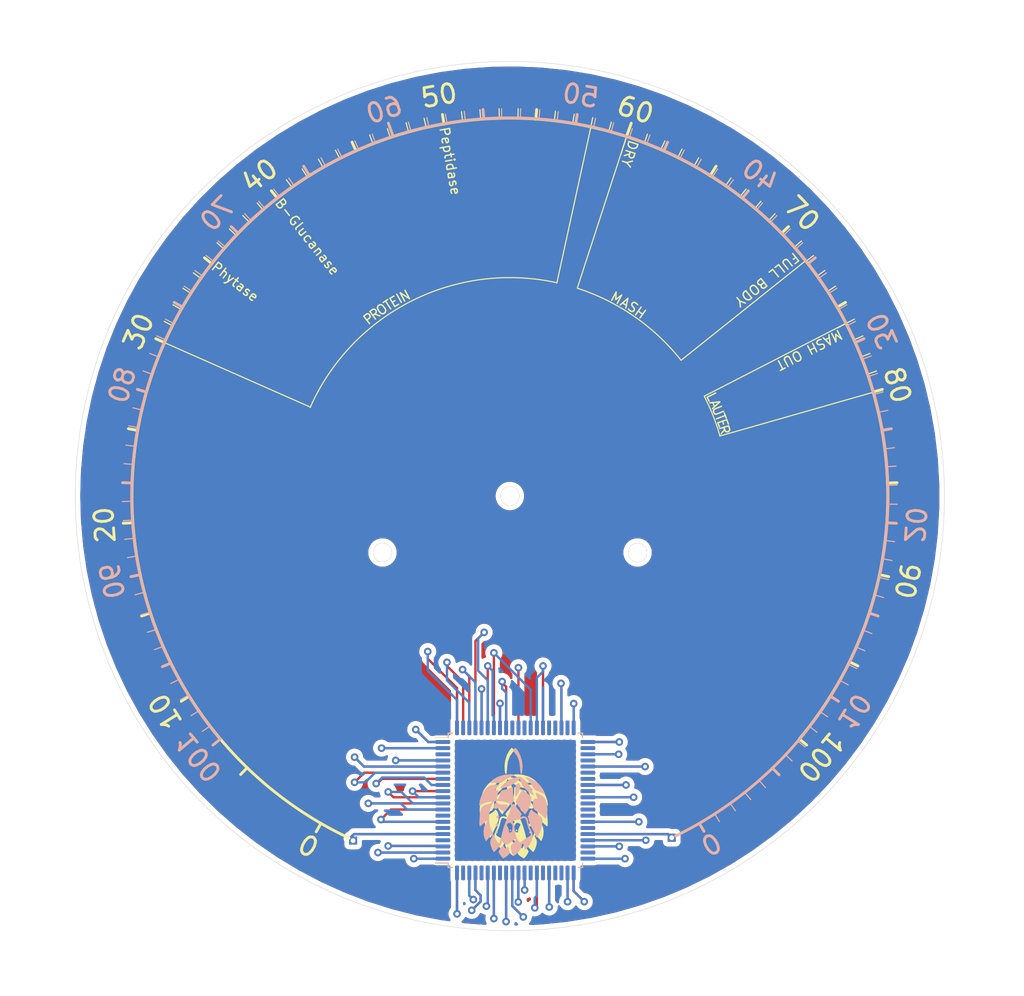
<source format=kicad_pcb>
(kicad_pcb (version 20171130) (host pcbnew 5.1.10-88a1d61d58~90~ubuntu20.04.1)

  (general
    (thickness 1.6)
    (drawings 2)
    (tracks 249)
    (zones 0)
    (modules 9)
    (nets 1)
  )

  (page A4)
  (layers
    (0 F.Cu signal)
    (31 B.Cu signal)
    (32 B.Adhes user hide)
    (33 F.Adhes user hide)
    (34 B.Paste user hide)
    (35 F.Paste user hide)
    (36 B.SilkS user)
    (37 F.SilkS user hide)
    (38 B.Mask user)
    (39 F.Mask user hide)
    (40 Dwgs.User user)
    (41 Cmts.User user)
    (42 Eco1.User user)
    (43 Eco2.User user)
    (44 Edge.Cuts user)
    (45 Margin user)
    (46 B.CrtYd user)
    (47 F.CrtYd user)
    (48 B.Fab user)
    (49 F.Fab user)
  )

  (setup
    (last_trace_width 0.25)
    (trace_clearance 0.2)
    (zone_clearance 0.508)
    (zone_45_only no)
    (trace_min 0.2)
    (via_size 0.8)
    (via_drill 0.4)
    (via_min_size 0.4)
    (via_min_drill 0.3)
    (uvia_size 0.3)
    (uvia_drill 0.1)
    (uvias_allowed no)
    (uvia_min_size 0.2)
    (uvia_min_drill 0.1)
    (edge_width 0.05)
    (segment_width 0.2)
    (pcb_text_width 0.3)
    (pcb_text_size 1.5 1.5)
    (mod_edge_width 0.12)
    (mod_text_size 1 1)
    (mod_text_width 0.15)
    (pad_size 1.524 1.524)
    (pad_drill 0.762)
    (pad_to_mask_clearance 0)
    (aux_axis_origin 0 0)
    (visible_elements FFFFF77F)
    (pcbplotparams
      (layerselection 0x010fc_ffffffff)
      (usegerberextensions false)
      (usegerberattributes true)
      (usegerberadvancedattributes true)
      (creategerberjobfile true)
      (excludeedgelayer true)
      (linewidth 0.100000)
      (plotframeref false)
      (viasonmask false)
      (mode 1)
      (useauxorigin false)
      (hpglpennumber 1)
      (hpglpenspeed 20)
      (hpglpendiameter 15.000000)
      (psnegative false)
      (psa4output false)
      (plotreference true)
      (plotvalue true)
      (plotinvisibletext false)
      (padsonsilk false)
      (subtractmaskfromsilk false)
      (outputformat 1)
      (mirror false)
      (drillshape 0)
      (scaleselection 1)
      (outputdirectory "gerber/"))
  )

  (net 0 "")

  (net_class Default "This is the default net class."
    (clearance 0.2)
    (trace_width 0.25)
    (via_dia 0.8)
    (via_drill 0.4)
    (uvia_dia 0.3)
    (uvia_drill 0.1)
  )

  (module auto-gauge:gauge-default (layer B.Cu) (tedit 6183320B) (tstamp 61819CFE)
    (at 100 100 220)
    (fp_text reference G2 (at -8.51662 0.57404 40) (layer B.SilkS) hide
      (effects (font (size 1.524 1.524) (thickness 0.3)) (justify mirror))
    )
    (fp_text value LOGO (at -8.0391 2.56286 40) (layer B.SilkS) hide
      (effects (font (size 1.524 1.524) (thickness 0.3)) (justify mirror))
    )
    (fp_text user 168 (at -46.21022 9.60628 40) (layer Dwgs.User)
      (effects (font (size 1 1) (thickness 0.15)))
    )
    (fp_text user 112 (at -17.42186 43.48734 40) (layer Dwgs.User)
      (effects (font (size 1 1) (thickness 0.15)))
    )
    (fp_arc (start 0 0) (end 9.69264 -38.83406) (angle -284.0214646) (layer B.SilkS) (width 0.3))
    (fp_text user 0 (at 7.37362 -42.05224 210) (layer B.SilkS)
      (effects (font (size 2 2) (thickness 0.3)) (justify mirror))
    )
    (fp_text user 10 (at -13.28674 -40.904161 238 unlocked) (layer B.SilkS)
      (effects (font (size 2 2) (thickness 0.3)) (justify mirror))
    )
    (fp_text user 20 (at -30.88894 -29.90342 266 unlocked) (layer B.SilkS)
      (effects (font (size 2 2) (thickness 0.3)) (justify mirror))
    )
    (fp_text user 30 (at -41.2877 -11.89228 294 unlocked) (layer B.SilkS)
      (effects (font (size 2 2) (thickness 0.3)) (justify mirror))
    )
    (fp_text user 40 (at -42.0624 8.9662 142) (layer B.SilkS)
      (effects (font (size 2 2) (thickness 0.3)) (justify mirror))
    )
    (fp_text user 50 (at -32.97936 27.65806 170) (layer B.SilkS)
      (effects (font (size 2 2) (thickness 0.3)) (justify mirror))
    )
    (fp_text user 60 (at -16.08582 39.87038 18) (layer B.SilkS)
      (effects (font (size 2 2) (thickness 0.3)) (justify mirror))
    )
    (fp_text user 70 (at 4.46786 42.7609 226) (layer B.SilkS)
      (effects (font (size 2 2) (thickness 0.3)) (justify mirror))
    )
    (fp_text user 80 (at 23.876 35.3568 254) (layer B.SilkS)
      (effects (font (size 2 2) (thickness 0.3)) (justify mirror))
    )
    (fp_text user 90 (at 37.97554 20.16252 102 unlocked) (layer B.SilkS)
      (effects (font (size 2 2) (thickness 0.3)) (justify mirror))
    )
    (fp_text user 100 (at 42.99966 -0.01778 130 unlocked) (layer B.SilkS)
      (effects (font (size 2 2) (thickness 0.3)) (justify mirror))
    )
    (fp_line (start 6.90118 -39.43096) (end 7.06882 -40.39616) (layer B.SilkS) (width 0.3))
    (fp_line (start 5.00126 -39.70782) (end 5.1562 -40.67302) (layer B.SilkS) (width 0.12))
    (fp_line (start 3.0607 -39.93896) (end 3.11658 -40.8686) (layer B.SilkS) (width 0.12))
    (fp_line (start 1.10998 -40.07866) (end 1.12014 -41.0083) (layer B.SilkS) (width 0.12))
    (fp_line (start -0.8636 -40.01516) (end -0.89154 -41.0337) (layer B.SilkS) (width 0.12))
    (fp_line (start -2.77114 -39.90848) (end -2.86512 -40.92194) (layer B.SilkS) (width 0.3))
    (fp_line (start -4.75488 -39.76116) (end -4.85648 -40.6781) (layer B.SilkS) (width 0.12))
    (fp_line (start -6.67258 -39.4462) (end -6.86562 -40.41394) (layer B.SilkS) (width 0.12))
    (fp_line (start -8.636 -39.09822) (end -8.82904 -40.05072) (layer B.SilkS) (width 0.12))
    (fp_line (start -10.74928 -39.5351) (end -10.48766 -38.59022) (layer B.SilkS) (width 0.12))
    (fp_line (start -14.22908 -37.43198) (end -14.58468 -38.32352) (layer B.SilkS) (width 0.12))
    (fp_line (start -15.99692 -36.703) (end -16.38808 -37.58438) (layer B.SilkS) (width 0.12))
    (fp_line (start -17.8435 -35.8775) (end -18.25752 -36.7157) (layer B.SilkS) (width 0.12))
    (fp_line (start -19.54784 -34.94024) (end -19.99742 -35.79114) (layer B.SilkS) (width 0.12))
    (fp_line (start -22.86762 -32.86252) (end -23.39086 -33.655) (layer B.SilkS) (width 0.12))
    (fp_line (start -24.42718 -31.7627) (end -25.00884 -32.5247) (layer B.SilkS) (width 0.12))
    (fp_line (start -25.9969 -30.49016) (end -26.60142 -31.2293) (layer B.SilkS) (width 0.12))
    (fp_line (start -27.42692 -29.1719) (end -28.09748 -29.87802) (layer B.SilkS) (width 0.12))
    (fp_line (start -30.1117 -26.3779) (end -30.84576 -27.02052) (layer B.SilkS) (width 0.12))
    (fp_line (start -31.41472 -24.86152) (end -32.1564 -25.44826) (layer B.SilkS) (width 0.12))
    (fp_line (start -32.58566 -23.2791) (end -33.35274 -23.86076) (layer B.SilkS) (width 0.12))
    (fp_line (start -34.47034 -22.24024) (end -33.63722 -21.70938) (layer B.SilkS) (width 0.12))
    (fp_line (start -35.58794 -18.288) (end -36.4871 -18.76806) (layer B.SilkS) (width 0.12))
    (fp_line (start -36.46932 -16.55064) (end -37.34054 -16.94434) (layer B.SilkS) (width 0.12))
    (fp_line (start -37.23132 -14.7066) (end -38.14572 -15.07744) (layer B.SilkS) (width 0.12))
    (fp_line (start -37.86124 -12.8778) (end -38.82644 -13.22832) (layer B.SilkS) (width 0.12))
    (fp_line (start 39.9923 1.75514) (end 40.9575 1.8415) (layer B.SilkS) (width 0.12))
    (fp_line (start 39.81704 3.7465) (end 40.78478 3.87604) (layer B.SilkS) (width 0.12))
    (fp_line (start 39.6113 5.71754) (end 40.54602 5.88518) (layer B.SilkS) (width 0.12))
    (fp_line (start 39.29634 7.63778) (end 40.2336 7.87146) (layer B.SilkS) (width 0.12))
    (fp_line (start -17.2085 37.22116) (end -16.78686 36.2839) (layer B.SilkS) (width 0.12))
    (fp_line (start -19.02206 36.32708) (end -18.55216 35.43808) (layer B.SilkS) (width 0.12))
    (fp_line (start -20.76196 35.3441) (end -20.2946 34.5567) (layer B.SilkS) (width 0.12))
    (fp_line (start -22.48408 34.3027) (end -21.9329 33.46704) (layer B.SilkS) (width 0.12))
    (fp_line (start -39.91102 -9.35482) (end -38.98138 -9.15162) (layer B.SilkS) (width 0.12))
    (fp_line (start -40.33012 -7.41172) (end -39.31158 -7.2263) (layer B.SilkS) (width 0.12))
    (fp_line (start -40.64508 -5.39496) (end -39.65194 -5.26034) (layer B.SilkS) (width 0.12))
    (fp_line (start -39.92372 -3.37566) (end -40.84574 -3.44424) (layer B.SilkS) (width 0.12))
    (fp_line (start -40.98798 0.61214) (end -40.03548 0.58166) (layer B.SilkS) (width 0.12))
    (fp_line (start -40.91686 2.57556) (end -39.87546 2.51206) (layer B.SilkS) (width 0.12))
    (fp_line (start -40.73906 4.57708) (end -39.73322 4.47802) (layer B.SilkS) (width 0.12))
    (fp_line (start -40.41902 6.57352) (end -39.54018 6.4135) (layer B.SilkS) (width 0.12))
    (fp_line (start -25.68194 31.97098) (end -25.03932 31.1658) (layer B.SilkS) (width 0.12))
    (fp_line (start -27.2288 30.67304) (end -26.543 29.91358) (layer B.SilkS) (width 0.12))
    (fp_line (start -28.71216 29.28874) (end -27.98826 28.55722) (layer B.SilkS) (width 0.12))
    (fp_line (start -30.06852 27.87142) (end -29.39034 27.23642) (layer B.SilkS) (width 0.12))
    (fp_line (start -32.65678 24.79548) (end -31.85922 24.18588) (layer B.SilkS) (width 0.12))
    (fp_line (start -33.81248 23.20544) (end -32.98698 22.63394) (layer B.SilkS) (width 0.12))
    (fp_line (start -34.925 21.45792) (end -34.07664 20.9296) (layer B.SilkS) (width 0.12))
    (fp_line (start -35.93084 19.74088) (end -35.10026 19.26336) (layer B.SilkS) (width 0.12))
    (fp_line (start -36.78174 15.8115) (end -37.67074 16.17726) (layer B.SilkS) (width 0.12))
    (fp_line (start -38.44036 14.2875) (end -37.45738 13.92174) (layer B.SilkS) (width 0.12))
    (fp_line (start -38.14318 12.09294) (end -39.0906 12.38504) (layer B.SilkS) (width 0.12))
    (fp_line (start -38.69436 10.20572) (end -39.63924 10.43686) (layer B.SilkS) (width 0.12))
    (fp_line (start 21.2217 35.0901) (end 20.7264 34.24174) (layer B.SilkS) (width 0.12))
    (fp_line (start 19.4945 36.06038) (end 19.01952 35.18916) (layer B.SilkS) (width 0.12))
    (fp_line (start 17.72666 37.00018) (end 17.26692 36.05276) (layer B.SilkS) (width 0.12))
    (fp_line (start 15.89532 37.78758) (end 15.51432 36.85286) (layer B.SilkS) (width 0.12))
    (fp_line (start 12.12596 39.17442) (end 11.84148 38.227) (layer B.SilkS) (width 0.12))
    (fp_line (start 10.19048 39.71036) (end 9.94918 38.75532) (layer B.SilkS) (width 0.12))
    (fp_line (start 8.26008 40.1701) (end 8.05688 39.23792) (layer B.SilkS) (width 0.12))
    (fp_line (start 6.14426 39.6113) (end 6.28904 40.52316) (layer B.SilkS) (width 0.12))
    (fp_line (start 2.28854 40.92956) (end 2.24536 39.92372) (layer B.SilkS) (width 0.12))
    (fp_line (start 0.30734 40.98798) (end 0.29972 40.01008) (layer B.SilkS) (width 0.12))
    (fp_line (start -1.72974 40.96512) (end -1.70942 40.05072) (layer B.SilkS) (width 0.12))
    (fp_line (start -3.71094 40.82796) (end -3.60934 39.77132) (layer B.SilkS) (width 0.12))
    (fp_line (start -7.69874 40.26916) (end -7.49808 39.2303) (layer B.SilkS) (width 0.12))
    (fp_line (start -9.64946 39.84244) (end -9.40816 38.85438) (layer B.SilkS) (width 0.12))
    (fp_line (start -13.46962 38.70706) (end -13.10894 37.75202) (layer B.SilkS) (width 0.12))
    (fp_line (start -11.59256 39.33698) (end -11.29792 38.28288) (layer B.SilkS) (width 0.12))
    (fp_line (start -21.69414 -34.78022) (end -21.18868 -33.9471) (layer B.SilkS) (width 0.3))
    (fp_line (start -35.50666 -20.49272) (end -34.67354 -20.01266) (layer B.SilkS) (width 0.3))
    (fp_line (start -40.9702 -1.4605) (end -40.01516 -1.43764) (layer B.SilkS) (width 0.3))
    (fp_line (start -36.87064 17.9578) (end -35.97656 17.52092) (layer B.SilkS) (width 0.3))
    (fp_line (start -23.52294 32.31642) (end -24.12238 33.16224) (layer B.SilkS) (width 0.3))
    (fp_line (start -5.5499 39.58082) (end -5.72262 40.76954) (layer B.SilkS) (width 0.3))
    (fp_line (start 13.70076 37.61994) (end 14.03858 38.53434) (layer B.SilkS) (width 0.3))
    (fp_line (start 29.73324 26.75382) (end 30.48762 27.42692) (layer B.SilkS) (width 0.3))
    (fp_line (start 38.90518 9.5377) (end 39.78402 9.79932) (layer B.SilkS) (width 0.3))
    (fp_line (start -12.67968 -38.99662) (end -12.3825 -38.04158) (layer B.SilkS) (width 0.3))
    (fp_line (start -29.49448 -28.50896) (end -28.7528 -27.82062) (layer B.SilkS) (width 0.3))
    (fp_line (start -39.41572 -11.33348) (end -38.4683 -11.05916) (layer B.SilkS) (width 0.3))
    (fp_line (start -40.10152 8.52678) (end -39.14394 8.33628) (layer B.SilkS) (width 0.3))
    (fp_line (start -31.4198 26.34996) (end -30.65526 25.68448) (layer B.SilkS) (width 0.3))
    (fp_line (start -15.00378 37.10178) (end -15.52448 38.4937) (layer B.SilkS) (width 0.3))
    (fp_line (start 4.15036 39.7891) (end 4.25958 40.79748) (layer B.SilkS) (width 0.3))
    (fp_line (start 22.41042 33.18256) (end 22.94382 33.99028) (layer B.SilkS) (width 0.3))
    (fp_circle (center 0 0) (end 41 0) (layer Dwgs.User) (width 0.12))
    (fp_circle (center 0 0) (end 43 0) (layer Dwgs.User) (width 0.12))
    (fp_line (start 35.36696 18.79346) (end 36.20516 19.2405) (layer B.SilkS) (width 0.3))
    (fp_line (start 40.05072 -0.00508) (end 41.00576 0.00762) (layer B.SilkS) (width 0.3))
    (fp_line (start 0 0) (end 7.18566 -41.0083) (layer Dwgs.User) (width 0.12))
    (fp_circle (center -0.00516 0.01524) (end 39.99484 0.01524) (layer Dwgs.User) (width 0.12))
    (fp_line (start 24.5618 32.79648) (end 24.01824 32.07004) (layer B.SilkS) (width 0.12))
    (fp_line (start 26.12136 31.61538) (end 25.51176 30.86862) (layer B.SilkS) (width 0.12))
    (fp_line (start 27.66314 30.24632) (end 26.99258 29.51988) (layer B.SilkS) (width 0.12))
    (fp_line (start 29.08554 28.87472) (end 28.3718 28.17114) (layer B.SilkS) (width 0.12))
    (fp_line (start 31.01594 25.3111) (end 31.79064 25.91308) (layer B.SilkS) (width 0.12))
    (fp_line (start 32.23514 23.70836) (end 33.02 24.30526) (layer B.SilkS) (width 0.12))
    (fp_line (start 33.32734 22.13356) (end 34.17062 22.69236) (layer B.SilkS) (width 0.12))
    (fp_line (start 34.35858 20.53082) (end 35.19424 21.01596) (layer B.SilkS) (width 0.12))
    (fp_line (start 36.21278 17.07388) (end 37.10178 17.48536) (layer B.SilkS) (width 0.12))
    (fp_line (start 37.08146 15.05712) (end 37.98062 15.4686) (layer B.SilkS) (width 0.12))
    (fp_line (start 37.80536 13.25118) (end 38.67404 13.61948) (layer B.SilkS) (width 0.12))
    (fp_line (start 38.35146 11.39698) (end 39.26332 11.7221) (layer B.SilkS) (width 0.12))
  )

  (module auto-gauge:mounting locked (layer F.Cu) (tedit 61833107) (tstamp 6171739A)
    (at 100 100 270)
    (fp_text reference REF** (at -0.5461 2.13868 90) (layer F.SilkS) hide
      (effects (font (size 1 1) (thickness 0.15)))
    )
    (fp_text value mounting (at 0.8382 3.10642 90) (layer F.Fab)
      (effects (font (size 1 1) (thickness 0.15)))
    )
    (fp_line (start -0.12338 -0.37778) (end 3.66662 -2.14778) (layer Eco1.User) (width 0.12))
    (fp_line (start 3.66662 -2.14778) (end 0.22662 0.24222) (layer Eco1.User) (width 0.12))
    (fp_line (start 20.22662 -5.39778) (end 20.23662 5.80222) (layer Eco1.User) (width 0.12))
    (fp_arc (start 6.04662 -0.05778) (end 4.21662 -15.08778) (angle -165.7) (layer Eco1.User) (width 0.12))
    (fp_text user Auto-Stepper-Test (at 6.62662 -4.72778 90) (layer F.Fab)
      (effects (font (size 1 1) (thickness 0.15)))
    )
    (fp_arc (start 6.10662 -0.10778) (end 7.786619 15.122219) (angle -61) (layer Eco1.User) (width 0.12))
    (fp_arc (start 5.99662 -0.05778) (end 20.21662 -5.38778) (angle -63.1) (layer Eco1.User) (width 0.12))
    (fp_arc (start 5.97662 -13.51778) (end 7.69662 -15.14778) (angle -93.4) (layer Eco1.User) (width 0.12))
    (fp_text user REF** (at 6.62662 -3.72778 90) (layer F.SilkS) hide
      (effects (font (size 1 1) (thickness 0.15)))
    )
    (fp_arc (start 5.97662 13.48222) (end 4.056621 14.942219) (angle -99.1) (layer Eco1.User) (width 0.12))
    (pad "" thru_hole circle (at 0 0 270) (size 2 2) (drill 2) (layers *.Cu *.Mask)
      (die_length 2.6))
    (pad "" thru_hole circle (at 5.97662 -13.51778 270) (size 2 2) (drill 2) (layers *.Cu *.Mask)
      (die_length 2.6))
    (pad "" thru_hole circle (at 5.97662 13.48222 270) (size 2 2) (drill 2) (layers *.Cu *.Mask)
      (die_length 2.6))
    (model :componenets:X27.168_Stepper_Motor.wrl
      (offset (xyz 6 0 0))
      (scale (xyz 0.4 0.4 0.3))
      (rotate (xyz -180 0 90))
    )
  )

  (module auto-gauge:gauge (layer F.Cu) (tedit 618328BD) (tstamp 618194D9)
    (at 100 100 320)
    (fp_text reference G1 (at -8.51662 -0.57404 140) (layer F.SilkS) hide
      (effects (font (size 1.524 1.524) (thickness 0.3)))
    )
    (fp_text value LOGO (at -8.0391 -2.56286 140) (layer F.SilkS) hide
      (effects (font (size 1.524 1.524) (thickness 0.3)))
    )
    (fp_line (start 6.95452 39.39032) (end 7.13994 40.39616) (layer F.SilkS) (width 0.3))
    (fp_line (start 15.52702 -36.9316) (end 8.97382 -21.33854) (layer F.SilkS) (width 0.12))
    (fp_line (start 22.46122 -33.22828) (end 12.9413 -19.15414) (layer F.SilkS) (width 0.12))
    (fp_line (start 7.98068 -39.24046) (end 4.6482 -22.66442) (layer F.SilkS) (width 0.12))
    (fp_circle (center 0 0) (end 35.324972 0) (layer Dwgs.User) (width 0.12))
    (fp_line (start -2.8194 39.9796) (end -2.88544 40.89146) (layer F.SilkS) (width 0.3))
    (fp_circle (center -0.00516 -0.01524) (end 39.99484 -0.01524) (layer Dwgs.User) (width 0.12))
    (fp_line (start 0 0) (end -3.05562 43.27652) (layer Dwgs.User) (width 0.12))
    (fp_line (start 40.05072 0.00508) (end 41.00576 -0.00762) (layer F.SilkS) (width 0.3))
    (fp_line (start 35.36696 -18.79346) (end 36.20516 -19.2405) (layer F.SilkS) (width 0.3))
    (fp_circle (center 0 0) (end 43 0) (layer Dwgs.User) (width 0.12))
    (fp_circle (center 0 0) (end 41 0) (layer Dwgs.User) (width 0.12))
    (fp_line (start 22.41042 -33.18256) (end 22.94382 -33.99028) (layer F.SilkS) (width 0.3))
    (fp_line (start 4.15036 -39.7891) (end 4.25958 -40.79748) (layer F.SilkS) (width 0.3))
    (fp_line (start -15.00378 -37.10178) (end -15.52448 -38.4937) (layer F.SilkS) (width 0.3))
    (fp_line (start -31.4198 -26.34996) (end -30.65526 -25.68448) (layer F.SilkS) (width 0.3))
    (fp_line (start -40.10152 -8.52678) (end -39.14394 -8.33628) (layer F.SilkS) (width 0.3))
    (fp_line (start -39.41572 11.33348) (end -38.4683 11.05916) (layer F.SilkS) (width 0.3))
    (fp_line (start -29.49448 28.50896) (end -28.7528 27.82062) (layer F.SilkS) (width 0.3))
    (fp_line (start -12.67968 38.99662) (end -12.3825 38.04158) (layer F.SilkS) (width 0.3))
    (fp_line (start 38.8366 -9.67232) (end 39.77894 -9.90346) (layer F.SilkS) (width 0.3))
    (fp_line (start 29.73324 -26.75382) (end 30.48762 -27.42692) (layer F.SilkS) (width 0.3))
    (fp_line (start 13.70076 -37.61994) (end 14.03858 -38.53434) (layer F.SilkS) (width 0.3))
    (fp_line (start -5.5499 -39.58082) (end -5.72262 -40.76954) (layer F.SilkS) (width 0.3))
    (fp_line (start -23.52294 -32.31642) (end -24.12238 -33.16224) (layer F.SilkS) (width 0.3))
    (fp_line (start -36.87064 -17.9578) (end -35.97656 -17.52092) (layer F.SilkS) (width 0.3))
    (fp_line (start -40.9702 1.4605) (end -40.01516 1.43764) (layer F.SilkS) (width 0.3))
    (fp_line (start -35.50666 20.49272) (end -34.67354 20.01266) (layer F.SilkS) (width 0.3))
    (fp_line (start -21.69414 34.78022) (end -21.18868 33.9471) (layer F.SilkS) (width 0.3))
    (fp_line (start -11.59256 -39.33698) (end -11.29792 -38.28288) (layer F.SilkS) (width 0.12))
    (fp_line (start -13.46962 -38.70706) (end -13.10894 -37.75202) (layer F.SilkS) (width 0.12))
    (fp_line (start -9.64946 -39.84244) (end -9.40816 -38.85438) (layer F.SilkS) (width 0.12))
    (fp_line (start -7.69874 -40.26916) (end -7.49808 -39.2303) (layer F.SilkS) (width 0.12))
    (fp_line (start -3.71094 -40.82796) (end -3.60934 -39.77132) (layer F.SilkS) (width 0.12))
    (fp_line (start -1.72974 -40.96512) (end -1.70942 -40.05072) (layer F.SilkS) (width 0.12))
    (fp_line (start 0.30734 -40.98798) (end 0.29972 -40.01008) (layer F.SilkS) (width 0.12))
    (fp_line (start 2.28854 -40.92956) (end 2.24536 -39.92372) (layer F.SilkS) (width 0.12))
    (fp_line (start 6.14426 -39.6113) (end 6.28904 -40.52316) (layer F.SilkS) (width 0.12))
    (fp_line (start 8.26008 -40.1701) (end 8.05688 -39.23792) (layer F.SilkS) (width 0.12))
    (fp_line (start -15.08252 -37.30752) (end -8.69696 -21.49856) (layer F.SilkS) (width 0.12))
    (fp_line (start 10.19048 -39.71036) (end 9.94918 -38.75532) (layer F.SilkS) (width 0.12))
    (fp_line (start 12.12596 -39.17442) (end 11.84148 -38.227) (layer F.SilkS) (width 0.12))
    (fp_line (start 15.89532 -37.78758) (end 15.1511 -35.95624) (layer F.SilkS) (width 0.12))
    (fp_line (start 17.72666 -37.00018) (end 17.26692 -36.05276) (layer F.SilkS) (width 0.12))
    (fp_line (start 19.4945 -36.06038) (end 19.01952 -35.18916) (layer F.SilkS) (width 0.12))
    (fp_line (start 21.2217 -35.0901) (end 20.7264 -34.24174) (layer F.SilkS) (width 0.12))
    (fp_line (start -38.69436 -10.20572) (end -39.63924 -10.43686) (layer F.SilkS) (width 0.12))
    (fp_line (start -38.14318 -12.09294) (end -39.0906 -12.38504) (layer F.SilkS) (width 0.12))
    (fp_line (start -38.44036 -14.2875) (end -37.45738 -13.92174) (layer F.SilkS) (width 0.12))
    (fp_line (start -36.78174 -15.8115) (end -37.67074 -16.17726) (layer F.SilkS) (width 0.12))
    (fp_line (start -35.93084 -19.74088) (end -35.10026 -19.26336) (layer F.SilkS) (width 0.12))
    (fp_line (start -34.925 -21.45792) (end -34.07664 -20.9296) (layer F.SilkS) (width 0.12))
    (fp_line (start -33.81248 -23.20544) (end -32.98698 -22.63394) (layer F.SilkS) (width 0.12))
    (fp_line (start -32.65678 -24.79548) (end -31.85922 -24.18588) (layer F.SilkS) (width 0.12))
    (fp_line (start -30.06852 -27.87142) (end -29.39034 -27.23642) (layer F.SilkS) (width 0.12))
    (fp_line (start -28.71216 -29.28874) (end -27.98826 -28.55722) (layer F.SilkS) (width 0.12))
    (fp_line (start -27.2288 -30.67304) (end -26.543 -29.91358) (layer F.SilkS) (width 0.12))
    (fp_line (start -25.68194 -31.97098) (end -25.03932 -31.1658) (layer F.SilkS) (width 0.12))
    (fp_line (start -40.41902 -6.57352) (end -39.54018 -6.4135) (layer F.SilkS) (width 0.12))
    (fp_line (start -40.73906 -4.57708) (end -39.73322 -4.47802) (layer F.SilkS) (width 0.12))
    (fp_line (start -40.91686 -2.57556) (end -39.87546 -2.51206) (layer F.SilkS) (width 0.12))
    (fp_line (start -40.98798 -0.61214) (end -40.03548 -0.58166) (layer F.SilkS) (width 0.12))
    (fp_circle (center 0 0) (end 23.127636 0) (layer Dwgs.User) (width 0.12))
    (fp_line (start -14.2367 -35.23742) (end -15.22476 -37.66058) (layer F.SilkS) (width 0.12))
    (fp_line (start -39.92372 3.37566) (end -40.84574 3.44424) (layer F.SilkS) (width 0.12))
    (fp_line (start -40.64508 5.39496) (end -39.65194 5.26034) (layer F.SilkS) (width 0.12))
    (fp_line (start -40.33012 7.41172) (end -39.31158 7.2263) (layer F.SilkS) (width 0.12))
    (fp_line (start -39.91102 9.35482) (end -38.98138 9.15162) (layer F.SilkS) (width 0.12))
    (fp_line (start -22.1996 6.35508) (end -38.45814 11.06424) (layer F.SilkS) (width 0.12))
    (fp_line (start -22.48408 -34.3027) (end -21.9329 -33.46704) (layer F.SilkS) (width 0.12))
    (fp_line (start -20.76196 -35.3441) (end -20.2946 -34.5567) (layer F.SilkS) (width 0.12))
    (fp_line (start -19.02206 -36.32708) (end -18.55216 -35.43808) (layer F.SilkS) (width 0.12))
    (fp_line (start -17.2085 -37.22116) (end -16.78686 -36.2839) (layer F.SilkS) (width 0.12))
    (fp_line (start -18.56232 -35.4838) (end -10.68832 -20.48256) (layer F.SilkS) (width 0.12))
    (fp_text user E (at 12.30122 -20.37842 289 unlocked) (layer F.SilkS)
      (effects (font (size 1 1) (thickness 0.15)))
    )
    (fp_text user R (at 12.88796 -19.98218 287 unlocked) (layer F.SilkS)
      (effects (font (size 1 1) (thickness 0.15)))
    )
    (fp_text user L (at 9.60882 -21.78304 296.3 unlocked) (layer F.SilkS)
      (effects (font (size 1 1) (thickness 0.15)))
    )
    (fp_text user A (at 10.37844 -21.42998 294.5 unlocked) (layer F.SilkS)
      (effects (font (size 1 1) (thickness 0.15)))
    )
    (fp_text user U (at 11.05154 -21.06168 292.3 unlocked) (layer F.SilkS)
      (effects (font (size 1 1) (thickness 0.15)))
    )
    (fp_text user T (at 11.71702 -20.71116 290.7 unlocked) (layer F.SilkS)
      (effects (font (size 1 1) (thickness 0.15)))
    )
    (fp_arc (start 0 0) (end 12.94638 -19.16684) (angle -11.16920056) (layer F.SilkS) (width 0.12))
    (fp_text user N (at -22.18944 -9.11606 208 unlocked) (layer F.SilkS)
      (effects (font (size 1 1) (thickness 0.15)))
    )
    (fp_text user I (at -22.48154 -8.51408 209.3 unlocked) (layer F.SilkS)
      (effects (font (size 1 1) (thickness 0.15)))
    )
    (fp_text user E (at -22.5806 -7.89178 30.6 unlocked) (layer F.SilkS)
      (effects (font (size 1 1) (thickness 0.15)))
    )
    (fp_text user T (at -22.82952 -7.19836 33.1 unlocked) (layer F.SilkS)
      (effects (font (size 1 1) (thickness 0.15)))
    )
    (fp_text user O (at -23.1521 -6.43382 215.1 unlocked) (layer F.SilkS)
      (effects (font (size 1 1) (thickness 0.15)))
    )
    (fp_text user R (at -23.31212 -5.57022 36.5 unlocked) (layer F.SilkS)
      (effects (font (size 1 1) (thickness 0.15)))
    )
    (fp_text user P (at -23.495 -4.78536 38.5 unlocked) (layer F.SilkS)
      (effects (font (size 1 1) (thickness 0.15)))
    )
    (fp_arc (start 0 0) (end -10.68832 -20.50034) (angle -78.49470399) (layer F.SilkS) (width 0.12))
    (fp_arc (start 0 0) (end 4.64058 -22.6568) (angle -33.57812686) (layer F.SilkS) (width 0.12))
    (fp_text user H (at -1.8923 -23.82012 144.3 unlocked) (layer F.SilkS)
      (effects (font (size 1 1) (thickness 0.15)))
    )
    (fp_text user S (at -2.87782 -23.76424 146.8 unlocked) (layer F.SilkS)
      (effects (font (size 1 1) (thickness 0.15)))
    )
    (fp_text user A (at -3.78968 -23.5204 329.5 unlocked) (layer F.SilkS)
      (effects (font (size 1 1) (thickness 0.15)))
    )
    (fp_text user M (at -4.82092 -23.30196 331.7 unlocked) (layer F.SilkS)
      (effects (font (size 1 1) (thickness 0.15)))
    )
    (fp_text user Peptidase (at -27.64536 -23.09114 100) (layer F.SilkS)
      (effects (font (size 1 1) (thickness 0.15)))
    )
    (fp_text user Phytase (at -36.8554 1.32588 322) (layer F.SilkS)
      (effects (font (size 1 1) (thickness 0.15)))
    )
    (fp_text user 168 (at -46.21022 -9.60628 140) (layer Dwgs.User)
      (effects (font (size 1 1) (thickness 0.15)))
    )
    (fp_text user "MASH OUT" (at 14.3256 -32.22752 207.2 unlocked) (layer F.SilkS)
      (effects (font (size 1 1) (thickness 0.15)))
    )
    (fp_text user "FULL BODY" (at 6.10108 -35.04438 218.4 unlocked) (layer F.SilkS)
      (effects (font (size 1 1) (thickness 0.15)))
    )
    (fp_text user DRY (at -13.6017 -35.91052 252 unlocked) (layer F.SilkS)
      (effects (font (size 1 1) (thickness 0.15)))
    )
    (fp_text user 112 (at -17.42186 -43.48734 140) (layer Dwgs.User)
      (effects (font (size 1 1) (thickness 0.15)))
    )
    (fp_text user B-Glucanase (at -34.06394 -7.23646 128.5) (layer F.SilkS)
      (effects (font (size 1 1) (thickness 0.15)))
    )
    (fp_arc (start 0 0) (end 10.23874 38.66642) (angle 284.83861) (layer F.SilkS) (width 0.3))
    (fp_text user 0 (at 7.47522 42.13098 150) (layer F.SilkS)
      (effects (font (size 2 2) (thickness 0.3)))
    )
    (fp_text user 10 (at -13.28674 40.90416 122 unlocked) (layer F.SilkS)
      (effects (font (size 2 2) (thickness 0.3)))
    )
    (fp_text user 20 (at -30.88894 29.90342 94 unlocked) (layer F.SilkS)
      (effects (font (size 2 2) (thickness 0.3)))
    )
    (fp_text user 30 (at -41.2877 11.89228 66 unlocked) (layer F.SilkS)
      (effects (font (size 2 2) (thickness 0.3)))
    )
    (fp_text user 40 (at -42.0624 -8.9662 218) (layer F.SilkS)
      (effects (font (size 2 2) (thickness 0.3)))
    )
    (fp_text user 50 (at -32.97936 -27.65806 190) (layer F.SilkS)
      (effects (font (size 2 2) (thickness 0.3)))
    )
    (fp_text user 60 (at -16.08582 -39.87038 342) (layer F.SilkS)
      (effects (font (size 2 2) (thickness 0.3)))
    )
    (fp_text user 70 (at 4.46786 -42.7609 134) (layer F.SilkS)
      (effects (font (size 2 2) (thickness 0.3)))
    )
    (fp_text user 80 (at 23.876 -35.3568 106) (layer F.SilkS)
      (effects (font (size 2 2) (thickness 0.3)))
    )
    (fp_text user 90 (at 37.97554 -20.16252 258 unlocked) (layer F.SilkS)
      (effects (font (size 2 2) (thickness 0.3)))
    )
    (fp_text user 100 (at 42.99966 0.01778 230 unlocked) (layer F.SilkS)
      (effects (font (size 2 2) (thickness 0.3)))
    )
  )

  (module Connector_PinHeader_1.00mm:PinHeader_1x01_P1.00mm_Vertical (layer F.Cu) (tedit 618319E9) (tstamp 6185813A)
    (at 117.13464 136.16432)
    (descr "Through hole straight pin header, 1x01, 1.00mm pitch, single row")
    (tags "Through hole pin header THT 1x01 1.00mm single row")
    (fp_text reference REF** (at 0 -1.56) (layer F.SilkS) hide
      (effects (font (size 1 1) (thickness 0.15)))
    )
    (fp_text value PinHeader_1x01_P1.00mm_Vertical (at 0 1.56) (layer F.Fab) hide
      (effects (font (size 1 1) (thickness 0.15)))
    )
    (fp_line (start 1.15 -1) (end -1.15 -1) (layer F.CrtYd) (width 0.05))
    (fp_line (start 1.15 1) (end 1.15 -1) (layer F.CrtYd) (width 0.05))
    (fp_line (start -1.15 1) (end 1.15 1) (layer F.CrtYd) (width 0.05))
    (fp_line (start -1.15 -1) (end -1.15 1) (layer F.CrtYd) (width 0.05))
    (pad 1 thru_hole rect (at 0 0) (size 0.85 0.85) (drill 0.5) (layers *.Cu *.Mask))
    (model ${KISYS3DMOD}/Connector_PinHeader_1.00mm.3dshapes/PinHeader_1x01_P1.00mm_Vertical.wrl
      (at (xyz 0 0 0))
      (scale (xyz 1 1 1))
      (rotate (xyz 0 0 0))
    )
  )

  (module Connector_PinHeader_1.00mm:PinHeader_1x01_P1.00mm_Vertical (layer F.Cu) (tedit 618319E9) (tstamp 6171792F)
    (at 83.185 135.382)
    (descr "Through hole straight pin header, 1x01, 1.00mm pitch, single row")
    (tags "Through hole pin header THT 1x01 1.00mm single row")
    (fp_text reference REF** (at 0 -1.56) (layer F.SilkS) hide
      (effects (font (size 1 1) (thickness 0.15)))
    )
    (fp_text value PinHeader_1x01_P1.00mm_Vertical (at 0 1.56) (layer F.Fab) hide
      (effects (font (size 1 1) (thickness 0.15)))
    )
    (fp_line (start 1.15 -1) (end -1.15 -1) (layer F.CrtYd) (width 0.05))
    (fp_line (start 1.15 1) (end 1.15 -1) (layer F.CrtYd) (width 0.05))
    (fp_line (start -1.15 1) (end 1.15 1) (layer F.CrtYd) (width 0.05))
    (fp_line (start -1.15 -1) (end -1.15 1) (layer F.CrtYd) (width 0.05))
    (pad 1 thru_hole rect (at 0.22352 1.08458) (size 0.85 0.85) (drill 0.5) (layers *.Cu *.Mask))
    (model ${KISYS3DMOD}/Connector_PinHeader_1.00mm.3dshapes/PinHeader_1x01_P1.00mm_Vertical.wrl
      (at (xyz 0 0 0))
      (scale (xyz 1 1 1))
      (rotate (xyz 0 0 0))
    )
  )

  (module Package_QFP:LQFP-80_14x14mm_P0.65mm (layer B.Cu) (tedit 5D9F72AF) (tstamp 61857295)
    (at 100.584 132.207)
    (descr "LQFP, 80 Pin (https://www.analog.com/media/en/technical-documentation/data-sheets/AD9852.pdf), generated with kicad-footprint-generator ipc_gullwing_generator.py")
    (tags "LQFP QFP")
    (attr smd)
    (fp_text reference REF** (at 0 9.4) (layer B.SilkS) hide
      (effects (font (size 1 1) (thickness 0.15)) (justify mirror))
    )
    (fp_text value LQFP-80_14x14mm_P0.65mm (at 0 -9.4) (layer B.Fab)
      (effects (font (size 1 1) (thickness 0.15)) (justify mirror))
    )
    (fp_line (start 8.7 -6.62) (end 8.7 0) (layer B.CrtYd) (width 0.05))
    (fp_line (start 7.25 -6.62) (end 8.7 -6.62) (layer B.CrtYd) (width 0.05))
    (fp_line (start 7.25 -7.25) (end 7.25 -6.62) (layer B.CrtYd) (width 0.05))
    (fp_line (start 6.62 -7.25) (end 7.25 -7.25) (layer B.CrtYd) (width 0.05))
    (fp_line (start 6.62 -8.7) (end 6.62 -7.25) (layer B.CrtYd) (width 0.05))
    (fp_line (start 0 -8.7) (end 6.62 -8.7) (layer B.CrtYd) (width 0.05))
    (fp_line (start -8.7 -6.62) (end -8.7 0) (layer B.CrtYd) (width 0.05))
    (fp_line (start -7.25 -6.62) (end -8.7 -6.62) (layer B.CrtYd) (width 0.05))
    (fp_line (start -7.25 -7.25) (end -7.25 -6.62) (layer B.CrtYd) (width 0.05))
    (fp_line (start -6.62 -7.25) (end -7.25 -7.25) (layer B.CrtYd) (width 0.05))
    (fp_line (start -6.62 -8.7) (end -6.62 -7.25) (layer B.CrtYd) (width 0.05))
    (fp_line (start 0 -8.7) (end -6.62 -8.7) (layer B.CrtYd) (width 0.05))
    (fp_line (start 8.7 6.62) (end 8.7 0) (layer B.CrtYd) (width 0.05))
    (fp_line (start 7.25 6.62) (end 8.7 6.62) (layer B.CrtYd) (width 0.05))
    (fp_line (start 7.25 7.25) (end 7.25 6.62) (layer B.CrtYd) (width 0.05))
    (fp_line (start 6.62 7.25) (end 7.25 7.25) (layer B.CrtYd) (width 0.05))
    (fp_line (start 6.62 8.7) (end 6.62 7.25) (layer B.CrtYd) (width 0.05))
    (fp_line (start 0 8.7) (end 6.62 8.7) (layer B.CrtYd) (width 0.05))
    (fp_line (start -8.7 6.62) (end -8.7 0) (layer B.CrtYd) (width 0.05))
    (fp_line (start -7.25 6.62) (end -8.7 6.62) (layer B.CrtYd) (width 0.05))
    (fp_line (start -7.25 7.25) (end -7.25 6.62) (layer B.CrtYd) (width 0.05))
    (fp_line (start -6.62 7.25) (end -7.25 7.25) (layer B.CrtYd) (width 0.05))
    (fp_line (start -6.62 8.7) (end -6.62 7.25) (layer B.CrtYd) (width 0.05))
    (fp_line (start 0 8.7) (end -6.62 8.7) (layer B.CrtYd) (width 0.05))
    (fp_line (start -7 6) (end -6 7) (layer B.Fab) (width 0.1))
    (fp_line (start -7 -7) (end -7 6) (layer B.Fab) (width 0.1))
    (fp_line (start 7 -7) (end -7 -7) (layer B.Fab) (width 0.1))
    (fp_line (start 7 7) (end 7 -7) (layer B.Fab) (width 0.1))
    (fp_line (start -6 7) (end 7 7) (layer B.Fab) (width 0.1))
    (fp_line (start -7.11 6.635) (end -8.45 6.635) (layer B.SilkS) (width 0.12))
    (fp_line (start -7.11 7.11) (end -7.11 6.635) (layer B.SilkS) (width 0.12))
    (fp_line (start -6.635 7.11) (end -7.11 7.11) (layer B.SilkS) (width 0.12))
    (fp_line (start 7.11 7.11) (end 7.11 6.635) (layer B.SilkS) (width 0.12))
    (fp_line (start 6.635 7.11) (end 7.11 7.11) (layer B.SilkS) (width 0.12))
    (fp_line (start -7.11 -7.11) (end -7.11 -6.635) (layer B.SilkS) (width 0.12))
    (fp_line (start -6.635 -7.11) (end -7.11 -7.11) (layer B.SilkS) (width 0.12))
    (fp_line (start 7.11 -7.11) (end 7.11 -6.635) (layer B.SilkS) (width 0.12))
    (fp_line (start 6.635 -7.11) (end 7.11 -7.11) (layer B.SilkS) (width 0.12))
    (fp_text user %R (at 0 0) (layer B.Fab)
      (effects (font (size 1 1) (thickness 0.15)) (justify mirror))
    )
    (pad 1 smd roundrect (at -7.675 6.175) (size 1.55 0.4) (layers B.Cu B.Paste B.Mask) (roundrect_rratio 0.25))
    (pad 2 smd roundrect (at -7.675 5.525) (size 1.55 0.4) (layers B.Cu B.Paste B.Mask) (roundrect_rratio 0.25))
    (pad 3 smd roundrect (at -7.675 4.875) (size 1.55 0.4) (layers B.Cu B.Paste B.Mask) (roundrect_rratio 0.25))
    (pad 4 smd roundrect (at -7.675 4.225) (size 1.55 0.4) (layers B.Cu B.Paste B.Mask) (roundrect_rratio 0.25))
    (pad 5 smd roundrect (at -7.675 3.575) (size 1.55 0.4) (layers B.Cu B.Paste B.Mask) (roundrect_rratio 0.25))
    (pad 6 smd roundrect (at -7.675 2.925) (size 1.55 0.4) (layers B.Cu B.Paste B.Mask) (roundrect_rratio 0.25))
    (pad 7 smd roundrect (at -7.675 2.275) (size 1.55 0.4) (layers B.Cu B.Paste B.Mask) (roundrect_rratio 0.25))
    (pad 8 smd roundrect (at -7.675 1.625) (size 1.55 0.4) (layers B.Cu B.Paste B.Mask) (roundrect_rratio 0.25))
    (pad 9 smd roundrect (at -7.675 0.975) (size 1.55 0.4) (layers B.Cu B.Paste B.Mask) (roundrect_rratio 0.25))
    (pad 10 smd roundrect (at -7.675 0.325) (size 1.55 0.4) (layers B.Cu B.Paste B.Mask) (roundrect_rratio 0.25))
    (pad 11 smd roundrect (at -7.675 -0.325) (size 1.55 0.4) (layers B.Cu B.Paste B.Mask) (roundrect_rratio 0.25))
    (pad 12 smd roundrect (at -7.675 -0.975) (size 1.55 0.4) (layers B.Cu B.Paste B.Mask) (roundrect_rratio 0.25))
    (pad 13 smd roundrect (at -7.675 -1.625) (size 1.55 0.4) (layers B.Cu B.Paste B.Mask) (roundrect_rratio 0.25))
    (pad 14 smd roundrect (at -7.675 -2.275) (size 1.55 0.4) (layers B.Cu B.Paste B.Mask) (roundrect_rratio 0.25))
    (pad 15 smd roundrect (at -7.675 -2.925) (size 1.55 0.4) (layers B.Cu B.Paste B.Mask) (roundrect_rratio 0.25))
    (pad 16 smd roundrect (at -7.675 -3.575) (size 1.55 0.4) (layers B.Cu B.Paste B.Mask) (roundrect_rratio 0.25))
    (pad 17 smd roundrect (at -7.675 -4.225) (size 1.55 0.4) (layers B.Cu B.Paste B.Mask) (roundrect_rratio 0.25))
    (pad 18 smd roundrect (at -7.675 -4.875) (size 1.55 0.4) (layers B.Cu B.Paste B.Mask) (roundrect_rratio 0.25))
    (pad 19 smd roundrect (at -7.675 -5.525) (size 1.55 0.4) (layers B.Cu B.Paste B.Mask) (roundrect_rratio 0.25))
    (pad 20 smd roundrect (at -7.675 -6.175) (size 1.55 0.4) (layers B.Cu B.Paste B.Mask) (roundrect_rratio 0.25))
    (pad 21 smd roundrect (at -6.175 -7.675) (size 0.4 1.55) (layers B.Cu B.Paste B.Mask) (roundrect_rratio 0.25))
    (pad 22 smd roundrect (at -5.525 -7.675) (size 0.4 1.55) (layers B.Cu B.Paste B.Mask) (roundrect_rratio 0.25))
    (pad 23 smd roundrect (at -4.875 -7.675) (size 0.4 1.55) (layers B.Cu B.Paste B.Mask) (roundrect_rratio 0.25))
    (pad 24 smd roundrect (at -4.225 -7.675) (size 0.4 1.55) (layers B.Cu B.Paste B.Mask) (roundrect_rratio 0.25))
    (pad 25 smd roundrect (at -3.575 -7.675) (size 0.4 1.55) (layers B.Cu B.Paste B.Mask) (roundrect_rratio 0.25))
    (pad 26 smd roundrect (at -2.925 -7.675) (size 0.4 1.55) (layers B.Cu B.Paste B.Mask) (roundrect_rratio 0.25))
    (pad 27 smd roundrect (at -2.275 -7.675) (size 0.4 1.55) (layers B.Cu B.Paste B.Mask) (roundrect_rratio 0.25))
    (pad 28 smd roundrect (at -1.625 -7.675) (size 0.4 1.55) (layers B.Cu B.Paste B.Mask) (roundrect_rratio 0.25))
    (pad 29 smd roundrect (at -0.975 -7.675) (size 0.4 1.55) (layers B.Cu B.Paste B.Mask) (roundrect_rratio 0.25))
    (pad 30 smd roundrect (at -0.325 -7.675) (size 0.4 1.55) (layers B.Cu B.Paste B.Mask) (roundrect_rratio 0.25))
    (pad 31 smd roundrect (at 0.325 -7.675) (size 0.4 1.55) (layers B.Cu B.Paste B.Mask) (roundrect_rratio 0.25))
    (pad 32 smd roundrect (at 0.975 -7.675) (size 0.4 1.55) (layers B.Cu B.Paste B.Mask) (roundrect_rratio 0.25))
    (pad 33 smd roundrect (at 1.625 -7.675) (size 0.4 1.55) (layers B.Cu B.Paste B.Mask) (roundrect_rratio 0.25))
    (pad 34 smd roundrect (at 2.275 -7.675) (size 0.4 1.55) (layers B.Cu B.Paste B.Mask) (roundrect_rratio 0.25))
    (pad 35 smd roundrect (at 2.925 -7.675) (size 0.4 1.55) (layers B.Cu B.Paste B.Mask) (roundrect_rratio 0.25))
    (pad 36 smd roundrect (at 3.575 -7.675) (size 0.4 1.55) (layers B.Cu B.Paste B.Mask) (roundrect_rratio 0.25))
    (pad 37 smd roundrect (at 4.225 -7.675) (size 0.4 1.55) (layers B.Cu B.Paste B.Mask) (roundrect_rratio 0.25))
    (pad 38 smd roundrect (at 4.875 -7.675) (size 0.4 1.55) (layers B.Cu B.Paste B.Mask) (roundrect_rratio 0.25))
    (pad 39 smd roundrect (at 5.525 -7.675) (size 0.4 1.55) (layers B.Cu B.Paste B.Mask) (roundrect_rratio 0.25))
    (pad 40 smd roundrect (at 6.175 -7.675) (size 0.4 1.55) (layers B.Cu B.Paste B.Mask) (roundrect_rratio 0.25))
    (pad 41 smd roundrect (at 7.675 -6.175) (size 1.55 0.4) (layers B.Cu B.Paste B.Mask) (roundrect_rratio 0.25))
    (pad 42 smd roundrect (at 7.675 -5.525) (size 1.55 0.4) (layers B.Cu B.Paste B.Mask) (roundrect_rratio 0.25))
    (pad 43 smd roundrect (at 7.675 -4.875) (size 1.55 0.4) (layers B.Cu B.Paste B.Mask) (roundrect_rratio 0.25))
    (pad 44 smd roundrect (at 7.675 -4.225) (size 1.55 0.4) (layers B.Cu B.Paste B.Mask) (roundrect_rratio 0.25))
    (pad 45 smd roundrect (at 7.675 -3.575) (size 1.55 0.4) (layers B.Cu B.Paste B.Mask) (roundrect_rratio 0.25))
    (pad 46 smd roundrect (at 7.675 -2.925) (size 1.55 0.4) (layers B.Cu B.Paste B.Mask) (roundrect_rratio 0.25))
    (pad 47 smd roundrect (at 7.675 -2.275) (size 1.55 0.4) (layers B.Cu B.Paste B.Mask) (roundrect_rratio 0.25))
    (pad 48 smd roundrect (at 7.675 -1.625) (size 1.55 0.4) (layers B.Cu B.Paste B.Mask) (roundrect_rratio 0.25))
    (pad 49 smd roundrect (at 7.675 -0.975) (size 1.55 0.4) (layers B.Cu B.Paste B.Mask) (roundrect_rratio 0.25))
    (pad 50 smd roundrect (at 7.675 -0.325) (size 1.55 0.4) (layers B.Cu B.Paste B.Mask) (roundrect_rratio 0.25))
    (pad 51 smd roundrect (at 7.675 0.325) (size 1.55 0.4) (layers B.Cu B.Paste B.Mask) (roundrect_rratio 0.25))
    (pad 52 smd roundrect (at 7.675 0.975) (size 1.55 0.4) (layers B.Cu B.Paste B.Mask) (roundrect_rratio 0.25))
    (pad 53 smd roundrect (at 7.675 1.625) (size 1.55 0.4) (layers B.Cu B.Paste B.Mask) (roundrect_rratio 0.25))
    (pad 54 smd roundrect (at 7.675 2.275) (size 1.55 0.4) (layers B.Cu B.Paste B.Mask) (roundrect_rratio 0.25))
    (pad 55 smd roundrect (at 7.675 2.925) (size 1.55 0.4) (layers B.Cu B.Paste B.Mask) (roundrect_rratio 0.25))
    (pad 56 smd roundrect (at 7.675 3.575) (size 1.55 0.4) (layers B.Cu B.Paste B.Mask) (roundrect_rratio 0.25))
    (pad 57 smd roundrect (at 7.675 4.225) (size 1.55 0.4) (layers B.Cu B.Paste B.Mask) (roundrect_rratio 0.25))
    (pad 58 smd roundrect (at 7.675 4.875) (size 1.55 0.4) (layers B.Cu B.Paste B.Mask) (roundrect_rratio 0.25))
    (pad 59 smd roundrect (at 7.675 5.525) (size 1.55 0.4) (layers B.Cu B.Paste B.Mask) (roundrect_rratio 0.25))
    (pad 60 smd roundrect (at 7.675 6.175) (size 1.55 0.4) (layers B.Cu B.Paste B.Mask) (roundrect_rratio 0.25))
    (pad 61 smd roundrect (at 6.175 7.675) (size 0.4 1.55) (layers B.Cu B.Paste B.Mask) (roundrect_rratio 0.25))
    (pad 62 smd roundrect (at 5.525 7.675) (size 0.4 1.55) (layers B.Cu B.Paste B.Mask) (roundrect_rratio 0.25))
    (pad 63 smd roundrect (at 4.875 7.675) (size 0.4 1.55) (layers B.Cu B.Paste B.Mask) (roundrect_rratio 0.25))
    (pad 64 smd roundrect (at 4.225 7.675) (size 0.4 1.55) (layers B.Cu B.Paste B.Mask) (roundrect_rratio 0.25))
    (pad 65 smd roundrect (at 3.575 7.675) (size 0.4 1.55) (layers B.Cu B.Paste B.Mask) (roundrect_rratio 0.25))
    (pad 66 smd roundrect (at 2.925 7.675) (size 0.4 1.55) (layers B.Cu B.Paste B.Mask) (roundrect_rratio 0.25))
    (pad 67 smd roundrect (at 2.275 7.675) (size 0.4 1.55) (layers B.Cu B.Paste B.Mask) (roundrect_rratio 0.25))
    (pad 68 smd roundrect (at 1.625 7.675) (size 0.4 1.55) (layers B.Cu B.Paste B.Mask) (roundrect_rratio 0.25))
    (pad 69 smd roundrect (at 0.975 7.675) (size 0.4 1.55) (layers B.Cu B.Paste B.Mask) (roundrect_rratio 0.25))
    (pad 70 smd roundrect (at 0.325 7.675) (size 0.4 1.55) (layers B.Cu B.Paste B.Mask) (roundrect_rratio 0.25))
    (pad 71 smd roundrect (at -0.325 7.675) (size 0.4 1.55) (layers B.Cu B.Paste B.Mask) (roundrect_rratio 0.25))
    (pad 72 smd roundrect (at -0.975 7.675) (size 0.4 1.55) (layers B.Cu B.Paste B.Mask) (roundrect_rratio 0.25))
    (pad 73 smd roundrect (at -1.625 7.675) (size 0.4 1.55) (layers B.Cu B.Paste B.Mask) (roundrect_rratio 0.25))
    (pad 74 smd roundrect (at -2.275 7.675) (size 0.4 1.55) (layers B.Cu B.Paste B.Mask) (roundrect_rratio 0.25))
    (pad 75 smd roundrect (at -2.925 7.675) (size 0.4 1.55) (layers B.Cu B.Paste B.Mask) (roundrect_rratio 0.25))
    (pad 76 smd roundrect (at -3.575 7.675) (size 0.4 1.55) (layers B.Cu B.Paste B.Mask) (roundrect_rratio 0.25))
    (pad 77 smd roundrect (at -4.225 7.675) (size 0.4 1.55) (layers B.Cu B.Paste B.Mask) (roundrect_rratio 0.25))
    (pad 78 smd roundrect (at -4.875 7.675) (size 0.4 1.55) (layers B.Cu B.Paste B.Mask) (roundrect_rratio 0.25))
    (pad 79 smd roundrect (at -5.525 7.675) (size 0.4 1.55) (layers B.Cu B.Paste B.Mask) (roundrect_rratio 0.25))
    (pad 80 smd roundrect (at -6.175 7.675) (size 0.4 1.55) (layers B.Cu B.Paste B.Mask) (roundrect_rratio 0.25))
  )

  (module auto-gauge:butler (layer B.Cu) (tedit 616FD1F2) (tstamp 6185726E)
    (at 100.076 133.604 180)
    (fp_text reference G*** (at 7.48284 -2.3495) (layer B.SilkS) hide
      (effects (font (size 1.524 1.524) (thickness 0.3)) (justify mirror))
    )
    (fp_text value LOGO (at 7.0739 -4.71678) (layer B.SilkS) hide
      (effects (font (size 1.524 1.524) (thickness 0.3)) (justify mirror))
    )
    (fp_poly (pts (xy 1.024768 -3.64676) (xy 1.171922 -3.841619) (xy 1.25837 -3.989653) (xy 1.267722 -4.023179)
      (xy 1.224836 -4.142843) (xy 1.117255 -4.328899) (xy 0.982011 -4.526918) (xy 0.856137 -4.68247)
      (xy 0.779108 -4.741334) (xy 0.678933 -4.696137) (xy 0.496237 -4.581789) (xy 0.397911 -4.513833)
      (xy 0.222948 -4.374911) (xy 0.133452 -4.2408) (xy 0.12041 -4.064394) (xy 0.174814 -3.798584)
      (xy 0.225655 -3.613317) (xy 0.27013 -3.509443) (xy 0.345838 -3.531775) (xy 0.424263 -3.599175)
      (xy 0.545787 -3.688549) (xy 0.624162 -3.646243) (xy 0.68164 -3.547951) (xy 0.784091 -3.356521)
      (xy 1.024768 -3.64676)) (layer B.SilkS) (width 0.01))
    (fp_poly (pts (xy 1.936962 3.018377) (xy 2.214197 2.943405) (xy 2.272936 2.913939) (xy 2.572053 2.660049)
      (xy 2.853057 2.289679) (xy 3.0873 1.855353) (xy 3.246137 1.409597) (xy 3.301083 1.028803)
      (xy 3.302 0.82994) (xy 2.995786 1.010611) (xy 2.704262 1.141247) (xy 2.376424 1.232613)
      (xy 2.316596 1.242403) (xy 2.089119 1.265844) (xy 1.992124 1.246184) (xy 1.990082 1.173684)
      (xy 1.996868 1.154763) (xy 2.114652 1.047412) (xy 2.261096 1.016) (xy 2.598068 0.952071)
      (xy 2.898537 0.784048) (xy 3.104395 0.547572) (xy 3.134989 0.479983) (xy 3.182658 0.286852)
      (xy 3.225044 0.003202) (xy 3.25952 -0.330183) (xy 3.283456 -0.67252) (xy 3.294224 -0.983026)
      (xy 3.289195 -1.220919) (xy 3.26574 -1.345415) (xy 3.253241 -1.354667) (xy 3.158891 -1.299602)
      (xy 2.987271 -1.156741) (xy 2.818371 -0.998372) (xy 2.601923 -0.808867) (xy 2.480834 -0.748777)
      (xy 2.46477 -0.81256) (xy 2.563394 -0.99467) (xy 2.63865 -1.101473) (xy 2.792986 -1.428709)
      (xy 2.862893 -1.83907) (xy 2.843147 -2.266013) (xy 2.755122 -2.584832) (xy 2.613705 -2.921)
      (xy 2.37573 -2.656298) (xy 2.215525 -2.462369) (xy 2.109374 -2.305108) (xy 2.09546 -2.275298)
      (xy 2.028465 -2.205884) (xy 1.953428 -2.252388) (xy 1.908033 -2.356209) (xy 1.962566 -2.523345)
      (xy 2.02332 -2.633388) (xy 2.127035 -2.846898) (xy 2.150164 -3.045714) (xy 2.107737 -3.302)
      (xy 2.025728 -3.584128) (xy 1.924057 -3.827367) (xy 1.892045 -3.883063) (xy 1.761564 -4.083126)
      (xy 1.392422 -3.720841) (xy 1.183083 -3.485187) (xy 1.027168 -3.254156) (xy 0.971121 -3.12108)
      (xy 0.918963 -2.883605) (xy 0.729687 -3.103652) (xy 0.557418 -3.245756) (xy 0.369039 -3.265844)
      (xy 0.137963 -3.158218) (xy -0.162399 -2.917183) (xy -0.16916 -2.911085) (xy -0.368579 -2.746336)
      (xy -0.482928 -2.697221) (xy -0.536295 -2.745613) (xy -0.504942 -2.880601) (xy -0.351917 -3.068946)
      (xy -0.281977 -3.133915) (xy -0.098369 -3.311154) (xy -0.020908 -3.456772) (xy -0.020293 -3.640769)
      (xy -0.033042 -3.728642) (xy -0.095109 -4.007666) (xy -0.180074 -4.259372) (xy -0.268633 -4.434653)
      (xy -0.331091 -4.486913) (xy -0.422774 -4.436774) (xy -0.580809 -4.314771) (xy -0.602425 -4.296413)
      (xy -0.873769 -4.014262) (xy -1.0764 -3.708451) (xy -1.178841 -3.429683) (xy -1.185334 -3.357427)
      (xy -1.208412 -3.15723) (xy -1.267422 -3.112771) (xy -1.347026 -3.218401) (xy -1.426013 -3.446064)
      (xy -1.52979 -3.834078) (xy -1.746802 -3.631539) (xy -2.027222 -3.280147) (xy -2.24158 -2.83671)
      (xy -2.330543 -2.515668) (xy -2.347379 -2.277914) (xy -2.333301 -2.220082) (xy -2.165656 -2.220082)
      (xy -2.160353 -2.283812) (xy -2.054656 -2.376684) (xy -1.859256 -2.498179) (xy -1.793423 -2.533347)
      (xy -1.546105 -2.681653) (xy -1.338866 -2.840313) (xy -1.312334 -2.865771) (xy -1.121825 -3.015564)
      (xy -0.966295 -3.016541) (xy -0.829152 -2.899834) (xy -0.69299 -2.671133) (xy -0.566824 -2.339149)
      (xy -0.470721 -1.969632) (xy -0.424748 -1.628333) (xy -0.423334 -1.57009) (xy -0.416154 -1.508031)
      (xy -0.25675 -1.508031) (xy -0.230337 -1.752806) (xy -0.129866 -1.923889) (xy -0.105834 -1.940552)
      (xy 0.071753 -2.020343) (xy 0.15385 -1.977247) (xy 0.172333 -1.8415) (xy 0.216898 -1.623126)
      (xy 0.296333 -1.439334) (xy 0.397111 -1.239687) (xy 0.397171 -1.124107) (xy 0.289959 -1.035925)
      (xy 0.246956 -1.012231) (xy 0.079692 -0.965441) (xy -0.076047 -1.0508) (xy -0.09171 -1.064707)
      (xy -0.210182 -1.256389) (xy -0.25675 -1.508031) (xy -0.416154 -1.508031) (xy -0.39198 -1.299121)
      (xy -0.31455 -1.071978) (xy -0.294359 -1.038875) (xy -0.213268 -0.897054) (xy -0.249816 -0.815148)
      (xy -0.331127 -0.766036) (xy -0.551578 -0.691589) (xy -0.674487 -0.677334) (xy -0.867989 -0.645119)
      (xy -1.117367 -0.565698) (xy -1.165223 -0.546505) (xy -1.372544 -0.469053) (xy -1.486975 -0.466139)
      (xy -1.568218 -0.538887) (xy -1.579714 -0.554314) (xy -1.658172 -0.724515) (xy -1.727004 -0.974923)
      (xy -1.740221 -1.044976) (xy -1.817715 -1.336837) (xy -1.944845 -1.665614) (xy -2.00744 -1.795769)
      (xy -2.114826 -2.035531) (xy -2.165656 -2.220082) (xy -2.333301 -2.220082) (xy -2.28931 -2.039371)
      (xy -2.170078 -1.783775) (xy -2.030779 -1.467884) (xy -1.924818 -1.139545) (xy -1.895193 -0.999835)
      (xy -1.843782 -0.738438) (xy -1.783639 -0.532163) (xy -1.766482 -0.492568) (xy -1.599339 -0.33068)
      (xy -1.363304 -0.285883) (xy -1.188532 -0.336955) (xy -1.050038 -0.368663) (xy -1.010837 -0.308847)
      (xy -1.100667 -0.211667) (xy -1.174622 -0.126723) (xy -1.147963 -0.001798) (xy -1.009824 0.191922)
      (xy -0.901219 0.317256) (xy -0.712133 0.54415) (xy -0.610772 0.683703) (xy -0.060975 0.683703)
      (xy 0.025451 0.346696) (xy 0.201203 -0.133224) (xy 0.466407 -0.756447) (xy 0.470738 -0.766152)
      (xy 0.618426 -1.145227) (xy 0.769266 -1.612119) (xy 0.898526 -2.087621) (xy 0.940033 -2.268985)
      (xy 1.023518 -2.625335) (xy 1.104723 -2.910176) (xy 1.172899 -3.08896) (xy 1.208803 -3.132667)
      (xy 1.324356 -3.073325) (xy 1.412874 -2.9845) (xy 1.531321 -2.798868) (xy 1.686382 -2.504994)
      (xy 1.854735 -2.153006) (xy 2.013054 -1.793031) (xy 2.138016 -1.475198) (xy 2.191212 -1.311697)
      (xy 2.273 -0.817132) (xy 2.278125 -0.25957) (xy 2.209741 0.281177) (xy 2.114892 0.620307)
      (xy 1.959884 0.983444) (xy 1.799907 1.206527) (xy 1.596618 1.315512) (xy 1.311674 1.336358)
      (xy 1.085286 1.317325) (xy 0.607152 1.236531) (xy 0.240449 1.118947) (xy 0.007333 0.973081)
      (xy -0.058199 0.878187) (xy -0.060975 0.683703) (xy -0.610772 0.683703) (xy -0.561117 0.752066)
      (xy -0.518928 0.822347) (xy -0.402176 0.950983) (xy -0.303606 0.964742) (xy -0.171871 0.960441)
      (xy -0.139494 1.052031) (xy -0.216805 1.191364) (xy -0.248317 1.222523) (xy -0.353853 1.361516)
      (xy -0.355658 1.537223) (xy -0.330987 1.635446) (xy -0.285291 1.882244) (xy -0.257701 2.199998)
      (xy -0.254 2.348941) (xy -0.250366 2.597536) (xy -0.24103 2.759058) (xy -0.232834 2.793957)
      (xy -0.148975 2.766442) (xy 0.045515 2.695427) (xy 0.233741 2.624624) (xy 0.511684 2.529815)
      (xy 0.746486 2.468381) (xy 0.844176 2.455333) (xy 0.969419 2.404764) (xy 1.064783 2.231919)
      (xy 1.106937 2.0955) (xy 1.173954 1.849765) (xy 1.224513 1.666136) (xy 1.234678 1.629833)
      (xy 1.333083 1.534444) (xy 1.390293 1.524) (xy 1.45944 1.543225) (xy 1.471411 1.627353)
      (xy 1.426559 1.816065) (xy 1.393866 1.926166) (xy 1.310897 2.2098) (xy 1.283597 2.368087)
      (xy 1.318031 2.437587) (xy 1.420265 2.454859) (xy 1.481666 2.455333) (xy 1.637675 2.466714)
      (xy 1.675376 2.516848) (xy 1.590254 2.629718) (xy 1.418166 2.792711) (xy 1.143 3.043036)
      (xy 1.595603 3.045518) (xy 1.936962 3.018377)) (layer B.SilkS) (width 0.01))
    (fp_poly (pts (xy -2.160793 0.371894) (xy -2.035882 0.198673) (xy -1.998497 0.132402) (xy -1.889945 -0.242564)
      (xy -1.928101 -0.694122) (xy -2.11335 -1.224888) (xy -2.235311 -1.472437) (xy -2.392352 -1.782857)
      (xy -2.528286 -2.075901) (xy -2.604929 -2.264834) (xy -2.689211 -2.449425) (xy -2.769485 -2.538521)
      (xy -2.778034 -2.54) (xy -2.850095 -2.46873) (xy -2.961545 -2.282781) (xy -3.076085 -2.048566)
      (xy -3.210309 -1.686816) (xy -3.315878 -1.290921) (xy -3.353649 -1.071965) (xy -3.378908 -0.784045)
      (xy -3.361615 -0.601849) (xy -3.289483 -0.46449) (xy -3.213315 -0.376722) (xy -3.016877 -0.204051)
      (xy -2.755387 -0.017365) (xy -2.65098 0.047246) (xy -2.440754 0.185351) (xy -2.308841 0.300681)
      (xy -2.286 0.342236) (xy -2.251187 0.424874) (xy -2.160793 0.371894)) (layer B.SilkS) (width 0.01))
    (fp_poly (pts (xy -2.657297 2.177518) (xy -2.661676 2.080256) (xy -2.731859 1.901682) (xy -2.745424 1.874739)
      (xy -2.8465 1.669615) (xy -2.860722 1.579159) (xy -2.779974 1.568127) (xy -2.678863 1.585677)
      (xy -2.521265 1.566575) (xy -2.423639 1.425213) (xy -2.377837 1.144637) (xy -2.371823 0.946934)
      (xy -2.415984 0.617217) (xy -2.570966 0.375136) (xy -2.865723 0.175954) (xy -2.873309 0.172067)
      (xy -3.138161 -0.004044) (xy -3.397109 -0.238366) (xy -3.459906 -0.309239) (xy -3.629821 -0.492967)
      (xy -3.729738 -0.540802) (xy -3.765294 -0.502196) (xy -3.868818 -0.077142) (xy -3.898434 0.416825)
      (xy -3.857481 0.916545) (xy -3.749297 1.358855) (xy -3.655947 1.566159) (xy -3.528471 1.71365)
      (xy -3.324706 1.877401) (xy -3.089679 2.029845) (xy -2.868418 2.143418) (xy -2.705952 2.190554)
      (xy -2.657297 2.177518)) (layer B.SilkS) (width 0.01))
    (fp_poly (pts (xy -1.233168 2.52826) (xy -1.182766 2.44191) (xy -1.081572 2.251271) (xy -0.990606 2.074333)
      (xy -0.846186 1.804287) (xy -0.710995 1.574532) (xy -0.649719 1.483226) (xy -0.572589 1.347131)
      (xy -0.585717 1.210097) (xy -0.6543 1.059892) (xy -0.787511 0.849776) (xy -0.985207 0.592678)
      (xy -1.112001 0.446392) (xy -1.290438 0.237182) (xy -1.409329 0.070801) (xy -1.439334 0.001892)
      (xy -1.473404 -0.085314) (xy -1.572402 -0.022566) (xy -1.731508 0.185785) (xy -1.85003 0.372613)
      (xy -2.090654 0.892097) (xy -2.169875 1.28278) (xy -2.21258 1.735666) (xy -1.736606 2.14726)
      (xy -1.504731 2.341057) (xy -1.327206 2.47682) (xy -1.237305 2.52937) (xy -1.233168 2.52826)) (layer B.SilkS) (width 0.01))
    (fp_poly (pts (xy -0.646831 3.092647) (xy -0.559041 2.992565) (xy -0.512302 2.831806) (xy -0.497054 2.566224)
      (xy -0.497859 2.4047) (xy -0.507845 2.111491) (xy -0.525773 1.89215) (xy -0.547439 1.795006)
      (xy -0.600605 1.844261) (xy -0.701782 2.012509) (xy -0.829758 2.264203) (xy -0.838668 2.282964)
      (xy -0.97192 2.584877) (xy -1.030754 2.786642) (xy -1.025226 2.934867) (xy -0.996501 3.014652)
      (xy -0.905468 3.17539) (xy -0.80714 3.195724) (xy -0.646831 3.092647)) (layer B.SilkS) (width 0.01))
    (fp_poly (pts (xy -0.799964 3.875702) (xy -0.711829 3.864387) (xy -0.390007 3.790046) (xy -0.054846 3.668991)
      (xy 0.021437 3.633395) (xy 0.232317 3.505073) (xy 0.480768 3.321351) (xy 0.728886 3.114916)
      (xy 0.938769 2.918457) (xy 1.072513 2.764664) (xy 1.100666 2.702636) (xy 1.028799 2.674908)
      (xy 0.843707 2.694673) (xy 0.591157 2.751146) (xy 0.316913 2.833545) (xy 0.066742 2.931086)
      (xy 0.004941 2.960812) (xy -0.283019 3.133697) (xy -0.573997 3.346606) (xy -0.63549 3.398454)
      (xy -0.816097 3.546767) (xy -0.936713 3.626567) (xy -0.961898 3.630767) (xy -1.006871 3.537876)
      (xy -1.084584 3.352558) (xy -1.097437 3.320486) (xy -1.223625 3.073447) (xy -1.400218 2.803597)
      (xy -1.449943 2.738317) (xy -1.644508 2.521185) (xy -1.869784 2.310269) (xy -2.094544 2.129069)
      (xy -2.287557 2.001082) (xy -2.417597 1.949809) (xy -2.455334 1.981774) (xy -2.423134 2.070358)
      (xy -2.338514 2.270506) (xy -2.219445 2.539774) (xy -2.213368 2.553274) (xy -1.851724 3.151366)
      (xy -1.528467 3.502971) (xy -1.29083 3.717588) (xy -1.123888 3.83634) (xy -0.97711 3.88159)
      (xy -0.799964 3.875702)) (layer B.SilkS) (width 0.01))
    (fp_poly (pts (xy -1.608667 3.824773) (xy -1.664925 3.729517) (xy -1.805999 3.571741) (xy -1.870562 3.50834)
      (xy -2.068798 3.278449) (xy -2.266484 2.985468) (xy -2.337655 2.8575) (xy -2.470776 2.631879)
      (xy -2.591626 2.485583) (xy -2.64726 2.454506) (xy -2.776567 2.420258) (xy -3.002089 2.33262)
      (xy -3.201407 2.244307) (xy -3.651147 2.034935) (xy -3.591974 2.223967) (xy -3.462595 2.498456)
      (xy -3.251852 2.815117) (xy -3.008569 3.107839) (xy -2.797903 3.299221) (xy -2.59343 3.426565)
      (xy -2.33692 3.561826) (xy -2.069315 3.686912) (xy -1.831556 3.783731) (xy -1.664584 3.834189)
      (xy -1.608667 3.824773)) (layer B.SilkS) (width 0.01))
    (fp_poly (pts (xy 0.704785 4.089198) (xy 1.261272 3.923311) (xy 1.739237 3.669782) (xy 1.924095 3.52321)
      (xy 2.212885 3.258553) (xy 1.608815 3.248145) (xy 1.268999 3.250928) (xy 1.044448 3.281258)
      (xy 0.881855 3.350645) (xy 0.777538 3.427631) (xy 0.54191 3.596732) (xy 0.257343 3.762846)
      (xy -0.021034 3.897561) (xy -0.238088 3.972463) (xy -0.292961 3.979333) (xy -0.407781 4.024018)
      (xy -0.423334 4.064) (xy -0.345621 4.108306) (xy -0.139955 4.138618) (xy 0.123823 4.148666)
      (xy 0.704785 4.089198)) (layer B.SilkS) (width 0.01))
    (fp_poly (pts (xy -0.368642 6.838578) (xy -0.275147 6.726137) (xy -0.28982 6.629931) (xy -0.399095 6.499911)
      (xy -0.713147 6.062577) (xy -0.909987 5.544668) (xy -0.99992 4.918003) (xy -1.003477 4.847166)
      (xy -1.030665 4.472079) (xy -1.071583 4.240134) (xy -1.12234 4.157963) (xy -1.179042 4.232197)
      (xy -1.234772 4.453097) (xy -1.272654 5.01403) (xy -1.198384 5.608234) (xy -1.025586 6.177967)
      (xy -0.767886 6.665485) (xy -0.687297 6.773333) (xy -0.561949 6.911601) (xy -0.474268 6.926601)
      (xy -0.368642 6.838578)) (layer B.SilkS) (width 0.01))
    (fp_poly (pts (xy 1.50557 -1.904678) (xy 1.589263 -2.016125) (xy 1.552414 -2.102492) (xy 1.488722 -2.116667)
      (xy 1.37209 -2.048497) (xy 1.354666 -1.982611) (xy 1.40402 -1.889893) (xy 1.50557 -1.904678)) (layer B.SilkS) (width 0.01))
    (fp_poly (pts (xy 1.510331 -1.05733) (xy 1.533556 -1.076356) (xy 1.580959 -1.209867) (xy 1.519206 -1.327884)
      (xy 1.439333 -1.354667) (xy 1.330744 -1.292993) (xy 1.307773 -1.262623) (xy 1.297883 -1.1335)
      (xy 1.387462 -1.04687) (xy 1.510331 -1.05733)) (layer B.SilkS) (width 0.01))
    (fp_poly (pts (xy 1.425664 -0.210664) (xy 1.448889 -0.22969) (xy 1.496292 -0.3632) (xy 1.434539 -0.481217)
      (xy 1.354666 -0.508) (xy 1.246078 -0.446326) (xy 1.223107 -0.415956) (xy 1.213216 -0.286833)
      (xy 1.302795 -0.200203) (xy 1.425664 -0.210664)) (layer B.SilkS) (width 0.01))
    (fp_poly (pts (xy 1.576876 1.126915) (xy 1.679743 0.969683) (xy 1.775066 0.709417) (xy 1.759429 0.565907)
      (xy 1.624234 0.521017) (xy 1.473775 0.535213) (xy 1.231675 0.545315) (xy 1.050339 0.457642)
      (xy 0.961927 0.376957) (xy 0.778293 0.215976) (xy 0.651114 0.188696) (xy 0.532673 0.295318)
      (xy 0.474759 0.379005) (xy 0.364626 0.602072) (xy 0.316855 0.781172) (xy 0.317826 0.893636)
      (xy 0.379254 0.946685) (xy 0.54168 0.956808) (xy 0.726584 0.947822) (xy 1.03452 0.950491)
      (xy 1.217035 1.009291) (xy 1.266117 1.053656) (xy 1.429569 1.174312) (xy 1.576876 1.126915)) (layer B.SilkS) (width 0.01))
    (fp_poly (pts (xy 0.082206 -1.757763) (xy 0.084666 -1.778) (xy 0.020237 -1.860207) (xy 0 -1.862667)
      (xy -0.082207 -1.798238) (xy -0.084667 -1.778) (xy -0.020238 -1.695794) (xy 0 -1.693334)
      (xy 0.082206 -1.757763)) (layer B.SilkS) (width 0.01))
  )

  (module Package_QFP:LQFP-80_14x14mm_P0.65mm (layer F.Cu) (tedit 5D9F72AF) (tstamp 61714D93)
    (at 100.584 132.207)
    (descr "LQFP, 80 Pin (https://www.analog.com/media/en/technical-documentation/data-sheets/AD9852.pdf), generated with kicad-footprint-generator ipc_gullwing_generator.py")
    (tags "LQFP QFP")
    (attr smd)
    (fp_text reference REF** (at 0 -9.4) (layer F.SilkS) hide
      (effects (font (size 1 1) (thickness 0.15)))
    )
    (fp_text value LQFP-80_14x14mm_P0.65mm (at 0 9.4) (layer F.Fab)
      (effects (font (size 1 1) (thickness 0.15)))
    )
    (fp_line (start 8.7 6.62) (end 8.7 0) (layer F.CrtYd) (width 0.05))
    (fp_line (start 7.25 6.62) (end 8.7 6.62) (layer F.CrtYd) (width 0.05))
    (fp_line (start 7.25 7.25) (end 7.25 6.62) (layer F.CrtYd) (width 0.05))
    (fp_line (start 6.62 7.25) (end 7.25 7.25) (layer F.CrtYd) (width 0.05))
    (fp_line (start 6.62 8.7) (end 6.62 7.25) (layer F.CrtYd) (width 0.05))
    (fp_line (start 0 8.7) (end 6.62 8.7) (layer F.CrtYd) (width 0.05))
    (fp_line (start -8.7 6.62) (end -8.7 0) (layer F.CrtYd) (width 0.05))
    (fp_line (start -7.25 6.62) (end -8.7 6.62) (layer F.CrtYd) (width 0.05))
    (fp_line (start -7.25 7.25) (end -7.25 6.62) (layer F.CrtYd) (width 0.05))
    (fp_line (start -6.62 7.25) (end -7.25 7.25) (layer F.CrtYd) (width 0.05))
    (fp_line (start -6.62 8.7) (end -6.62 7.25) (layer F.CrtYd) (width 0.05))
    (fp_line (start 0 8.7) (end -6.62 8.7) (layer F.CrtYd) (width 0.05))
    (fp_line (start 8.7 -6.62) (end 8.7 0) (layer F.CrtYd) (width 0.05))
    (fp_line (start 7.25 -6.62) (end 8.7 -6.62) (layer F.CrtYd) (width 0.05))
    (fp_line (start 7.25 -7.25) (end 7.25 -6.62) (layer F.CrtYd) (width 0.05))
    (fp_line (start 6.62 -7.25) (end 7.25 -7.25) (layer F.CrtYd) (width 0.05))
    (fp_line (start 6.62 -8.7) (end 6.62 -7.25) (layer F.CrtYd) (width 0.05))
    (fp_line (start 0 -8.7) (end 6.62 -8.7) (layer F.CrtYd) (width 0.05))
    (fp_line (start -8.7 -6.62) (end -8.7 0) (layer F.CrtYd) (width 0.05))
    (fp_line (start -7.25 -6.62) (end -8.7 -6.62) (layer F.CrtYd) (width 0.05))
    (fp_line (start -7.25 -7.25) (end -7.25 -6.62) (layer F.CrtYd) (width 0.05))
    (fp_line (start -6.62 -7.25) (end -7.25 -7.25) (layer F.CrtYd) (width 0.05))
    (fp_line (start -6.62 -8.7) (end -6.62 -7.25) (layer F.CrtYd) (width 0.05))
    (fp_line (start 0 -8.7) (end -6.62 -8.7) (layer F.CrtYd) (width 0.05))
    (fp_line (start -7 -6) (end -6 -7) (layer F.Fab) (width 0.1))
    (fp_line (start -7 7) (end -7 -6) (layer F.Fab) (width 0.1))
    (fp_line (start 7 7) (end -7 7) (layer F.Fab) (width 0.1))
    (fp_line (start 7 -7) (end 7 7) (layer F.Fab) (width 0.1))
    (fp_line (start -6 -7) (end 7 -7) (layer F.Fab) (width 0.1))
    (fp_line (start -7.11 -6.635) (end -8.45 -6.635) (layer F.SilkS) (width 0.12))
    (fp_line (start -7.11 -7.11) (end -7.11 -6.635) (layer F.SilkS) (width 0.12))
    (fp_line (start -6.635 -7.11) (end -7.11 -7.11) (layer F.SilkS) (width 0.12))
    (fp_line (start 7.11 -7.11) (end 7.11 -6.635) (layer F.SilkS) (width 0.12))
    (fp_line (start 6.635 -7.11) (end 7.11 -7.11) (layer F.SilkS) (width 0.12))
    (fp_line (start -7.11 7.11) (end -7.11 6.635) (layer F.SilkS) (width 0.12))
    (fp_line (start -6.635 7.11) (end -7.11 7.11) (layer F.SilkS) (width 0.12))
    (fp_line (start 7.11 7.11) (end 7.11 6.635) (layer F.SilkS) (width 0.12))
    (fp_line (start 6.635 7.11) (end 7.11 7.11) (layer F.SilkS) (width 0.12))
    (fp_text user %R (at 0 0) (layer F.Fab)
      (effects (font (size 1 1) (thickness 0.15)))
    )
    (pad 80 smd roundrect (at -6.175 -7.675) (size 0.4 1.55) (layers F.Cu F.Paste F.Mask) (roundrect_rratio 0.25))
    (pad 79 smd roundrect (at -5.525 -7.675) (size 0.4 1.55) (layers F.Cu F.Paste F.Mask) (roundrect_rratio 0.25))
    (pad 78 smd roundrect (at -4.875 -7.675) (size 0.4 1.55) (layers F.Cu F.Paste F.Mask) (roundrect_rratio 0.25))
    (pad 77 smd roundrect (at -4.225 -7.675) (size 0.4 1.55) (layers F.Cu F.Paste F.Mask) (roundrect_rratio 0.25))
    (pad 76 smd roundrect (at -3.575 -7.675) (size 0.4 1.55) (layers F.Cu F.Paste F.Mask) (roundrect_rratio 0.25))
    (pad 75 smd roundrect (at -2.925 -7.675) (size 0.4 1.55) (layers F.Cu F.Paste F.Mask) (roundrect_rratio 0.25))
    (pad 74 smd roundrect (at -2.275 -7.675) (size 0.4 1.55) (layers F.Cu F.Paste F.Mask) (roundrect_rratio 0.25))
    (pad 73 smd roundrect (at -1.625 -7.675) (size 0.4 1.55) (layers F.Cu F.Paste F.Mask) (roundrect_rratio 0.25))
    (pad 72 smd roundrect (at -0.975 -7.675) (size 0.4 1.55) (layers F.Cu F.Paste F.Mask) (roundrect_rratio 0.25))
    (pad 71 smd roundrect (at -0.325 -7.675) (size 0.4 1.55) (layers F.Cu F.Paste F.Mask) (roundrect_rratio 0.25))
    (pad 70 smd roundrect (at 0.325 -7.675) (size 0.4 1.55) (layers F.Cu F.Paste F.Mask) (roundrect_rratio 0.25))
    (pad 69 smd roundrect (at 0.975 -7.675) (size 0.4 1.55) (layers F.Cu F.Paste F.Mask) (roundrect_rratio 0.25))
    (pad 68 smd roundrect (at 1.625 -7.675) (size 0.4 1.55) (layers F.Cu F.Paste F.Mask) (roundrect_rratio 0.25))
    (pad 67 smd roundrect (at 2.275 -7.675) (size 0.4 1.55) (layers F.Cu F.Paste F.Mask) (roundrect_rratio 0.25))
    (pad 66 smd roundrect (at 2.925 -7.675) (size 0.4 1.55) (layers F.Cu F.Paste F.Mask) (roundrect_rratio 0.25))
    (pad 65 smd roundrect (at 3.575 -7.675) (size 0.4 1.55) (layers F.Cu F.Paste F.Mask) (roundrect_rratio 0.25))
    (pad 64 smd roundrect (at 4.225 -7.675) (size 0.4 1.55) (layers F.Cu F.Paste F.Mask) (roundrect_rratio 0.25))
    (pad 63 smd roundrect (at 4.875 -7.675) (size 0.4 1.55) (layers F.Cu F.Paste F.Mask) (roundrect_rratio 0.25))
    (pad 62 smd roundrect (at 5.525 -7.675) (size 0.4 1.55) (layers F.Cu F.Paste F.Mask) (roundrect_rratio 0.25))
    (pad 61 smd roundrect (at 6.175 -7.675) (size 0.4 1.55) (layers F.Cu F.Paste F.Mask) (roundrect_rratio 0.25))
    (pad 60 smd roundrect (at 7.675 -6.175) (size 1.55 0.4) (layers F.Cu F.Paste F.Mask) (roundrect_rratio 0.25))
    (pad 59 smd roundrect (at 7.675 -5.525) (size 1.55 0.4) (layers F.Cu F.Paste F.Mask) (roundrect_rratio 0.25))
    (pad 58 smd roundrect (at 7.675 -4.875) (size 1.55 0.4) (layers F.Cu F.Paste F.Mask) (roundrect_rratio 0.25))
    (pad 57 smd roundrect (at 7.675 -4.225) (size 1.55 0.4) (layers F.Cu F.Paste F.Mask) (roundrect_rratio 0.25))
    (pad 56 smd roundrect (at 7.675 -3.575) (size 1.55 0.4) (layers F.Cu F.Paste F.Mask) (roundrect_rratio 0.25))
    (pad 55 smd roundrect (at 7.675 -2.925) (size 1.55 0.4) (layers F.Cu F.Paste F.Mask) (roundrect_rratio 0.25))
    (pad 54 smd roundrect (at 7.675 -2.275) (size 1.55 0.4) (layers F.Cu F.Paste F.Mask) (roundrect_rratio 0.25))
    (pad 53 smd roundrect (at 7.675 -1.625) (size 1.55 0.4) (layers F.Cu F.Paste F.Mask) (roundrect_rratio 0.25))
    (pad 52 smd roundrect (at 7.675 -0.975) (size 1.55 0.4) (layers F.Cu F.Paste F.Mask) (roundrect_rratio 0.25))
    (pad 51 smd roundrect (at 7.675 -0.325) (size 1.55 0.4) (layers F.Cu F.Paste F.Mask) (roundrect_rratio 0.25))
    (pad 50 smd roundrect (at 7.675 0.325) (size 1.55 0.4) (layers F.Cu F.Paste F.Mask) (roundrect_rratio 0.25))
    (pad 49 smd roundrect (at 7.675 0.975) (size 1.55 0.4) (layers F.Cu F.Paste F.Mask) (roundrect_rratio 0.25))
    (pad 48 smd roundrect (at 7.675 1.625) (size 1.55 0.4) (layers F.Cu F.Paste F.Mask) (roundrect_rratio 0.25))
    (pad 47 smd roundrect (at 7.675 2.275) (size 1.55 0.4) (layers F.Cu F.Paste F.Mask) (roundrect_rratio 0.25))
    (pad 46 smd roundrect (at 7.675 2.925) (size 1.55 0.4) (layers F.Cu F.Paste F.Mask) (roundrect_rratio 0.25))
    (pad 45 smd roundrect (at 7.675 3.575) (size 1.55 0.4) (layers F.Cu F.Paste F.Mask) (roundrect_rratio 0.25))
    (pad 44 smd roundrect (at 7.675 4.225) (size 1.55 0.4) (layers F.Cu F.Paste F.Mask) (roundrect_rratio 0.25))
    (pad 43 smd roundrect (at 7.675 4.875) (size 1.55 0.4) (layers F.Cu F.Paste F.Mask) (roundrect_rratio 0.25))
    (pad 42 smd roundrect (at 7.675 5.525) (size 1.55 0.4) (layers F.Cu F.Paste F.Mask) (roundrect_rratio 0.25))
    (pad 41 smd roundrect (at 7.675 6.175) (size 1.55 0.4) (layers F.Cu F.Paste F.Mask) (roundrect_rratio 0.25))
    (pad 40 smd roundrect (at 6.175 7.675) (size 0.4 1.55) (layers F.Cu F.Paste F.Mask) (roundrect_rratio 0.25))
    (pad 39 smd roundrect (at 5.525 7.675) (size 0.4 1.55) (layers F.Cu F.Paste F.Mask) (roundrect_rratio 0.25))
    (pad 38 smd roundrect (at 4.875 7.675) (size 0.4 1.55) (layers F.Cu F.Paste F.Mask) (roundrect_rratio 0.25))
    (pad 37 smd roundrect (at 4.225 7.675) (size 0.4 1.55) (layers F.Cu F.Paste F.Mask) (roundrect_rratio 0.25))
    (pad 36 smd roundrect (at 3.575 7.675) (size 0.4 1.55) (layers F.Cu F.Paste F.Mask) (roundrect_rratio 0.25))
    (pad 35 smd roundrect (at 2.925 7.675) (size 0.4 1.55) (layers F.Cu F.Paste F.Mask) (roundrect_rratio 0.25))
    (pad 34 smd roundrect (at 2.275 7.675) (size 0.4 1.55) (layers F.Cu F.Paste F.Mask) (roundrect_rratio 0.25))
    (pad 33 smd roundrect (at 1.625 7.675) (size 0.4 1.55) (layers F.Cu F.Paste F.Mask) (roundrect_rratio 0.25))
    (pad 32 smd roundrect (at 0.975 7.675) (size 0.4 1.55) (layers F.Cu F.Paste F.Mask) (roundrect_rratio 0.25))
    (pad 31 smd roundrect (at 0.325 7.675) (size 0.4 1.55) (layers F.Cu F.Paste F.Mask) (roundrect_rratio 0.25))
    (pad 30 smd roundrect (at -0.325 7.675) (size 0.4 1.55) (layers F.Cu F.Paste F.Mask) (roundrect_rratio 0.25))
    (pad 29 smd roundrect (at -0.975 7.675) (size 0.4 1.55) (layers F.Cu F.Paste F.Mask) (roundrect_rratio 0.25))
    (pad 28 smd roundrect (at -1.625 7.675) (size 0.4 1.55) (layers F.Cu F.Paste F.Mask) (roundrect_rratio 0.25))
    (pad 27 smd roundrect (at -2.275 7.675) (size 0.4 1.55) (layers F.Cu F.Paste F.Mask) (roundrect_rratio 0.25))
    (pad 26 smd roundrect (at -2.925 7.675) (size 0.4 1.55) (layers F.Cu F.Paste F.Mask) (roundrect_rratio 0.25))
    (pad 25 smd roundrect (at -3.575 7.675) (size 0.4 1.55) (layers F.Cu F.Paste F.Mask) (roundrect_rratio 0.25))
    (pad 24 smd roundrect (at -4.225 7.675) (size 0.4 1.55) (layers F.Cu F.Paste F.Mask) (roundrect_rratio 0.25))
    (pad 23 smd roundrect (at -4.875 7.675) (size 0.4 1.55) (layers F.Cu F.Paste F.Mask) (roundrect_rratio 0.25))
    (pad 22 smd roundrect (at -5.525 7.675) (size 0.4 1.55) (layers F.Cu F.Paste F.Mask) (roundrect_rratio 0.25))
    (pad 21 smd roundrect (at -6.175 7.675) (size 0.4 1.55) (layers F.Cu F.Paste F.Mask) (roundrect_rratio 0.25))
    (pad 20 smd roundrect (at -7.675 6.175) (size 1.55 0.4) (layers F.Cu F.Paste F.Mask) (roundrect_rratio 0.25))
    (pad 19 smd roundrect (at -7.675 5.525) (size 1.55 0.4) (layers F.Cu F.Paste F.Mask) (roundrect_rratio 0.25))
    (pad 18 smd roundrect (at -7.675 4.875) (size 1.55 0.4) (layers F.Cu F.Paste F.Mask) (roundrect_rratio 0.25))
    (pad 17 smd roundrect (at -7.675 4.225) (size 1.55 0.4) (layers F.Cu F.Paste F.Mask) (roundrect_rratio 0.25))
    (pad 16 smd roundrect (at -7.675 3.575) (size 1.55 0.4) (layers F.Cu F.Paste F.Mask) (roundrect_rratio 0.25))
    (pad 15 smd roundrect (at -7.675 2.925) (size 1.55 0.4) (layers F.Cu F.Paste F.Mask) (roundrect_rratio 0.25))
    (pad 14 smd roundrect (at -7.675 2.275) (size 1.55 0.4) (layers F.Cu F.Paste F.Mask) (roundrect_rratio 0.25))
    (pad 13 smd roundrect (at -7.675 1.625) (size 1.55 0.4) (layers F.Cu F.Paste F.Mask) (roundrect_rratio 0.25))
    (pad 12 smd roundrect (at -7.675 0.975) (size 1.55 0.4) (layers F.Cu F.Paste F.Mask) (roundrect_rratio 0.25))
    (pad 11 smd roundrect (at -7.675 0.325) (size 1.55 0.4) (layers F.Cu F.Paste F.Mask) (roundrect_rratio 0.25))
    (pad 10 smd roundrect (at -7.675 -0.325) (size 1.55 0.4) (layers F.Cu F.Paste F.Mask) (roundrect_rratio 0.25))
    (pad 9 smd roundrect (at -7.675 -0.975) (size 1.55 0.4) (layers F.Cu F.Paste F.Mask) (roundrect_rratio 0.25))
    (pad 8 smd roundrect (at -7.675 -1.625) (size 1.55 0.4) (layers F.Cu F.Paste F.Mask) (roundrect_rratio 0.25))
    (pad 7 smd roundrect (at -7.675 -2.275) (size 1.55 0.4) (layers F.Cu F.Paste F.Mask) (roundrect_rratio 0.25))
    (pad 6 smd roundrect (at -7.675 -2.925) (size 1.55 0.4) (layers F.Cu F.Paste F.Mask) (roundrect_rratio 0.25))
    (pad 5 smd roundrect (at -7.675 -3.575) (size 1.55 0.4) (layers F.Cu F.Paste F.Mask) (roundrect_rratio 0.25))
    (pad 4 smd roundrect (at -7.675 -4.225) (size 1.55 0.4) (layers F.Cu F.Paste F.Mask) (roundrect_rratio 0.25))
    (pad 3 smd roundrect (at -7.675 -4.875) (size 1.55 0.4) (layers F.Cu F.Paste F.Mask) (roundrect_rratio 0.25))
    (pad 2 smd roundrect (at -7.675 -5.525) (size 1.55 0.4) (layers F.Cu F.Paste F.Mask) (roundrect_rratio 0.25))
    (pad 1 smd roundrect (at -7.675 -6.175) (size 1.55 0.4) (layers F.Cu F.Paste F.Mask) (roundrect_rratio 0.25))
  )

  (module auto-gauge:butler (layer F.Cu) (tedit 616FD1F2) (tstamp 61712C44)
    (at 100.711 133.604)
    (fp_text reference G*** (at 7.48284 2.3495) (layer F.SilkS) hide
      (effects (font (size 1.524 1.524) (thickness 0.3)))
    )
    (fp_text value LOGO (at 7.0739 4.71678) (layer F.SilkS) hide
      (effects (font (size 1.524 1.524) (thickness 0.3)))
    )
    (fp_poly (pts (xy 1.024768 3.64676) (xy 1.171922 3.841619) (xy 1.25837 3.989653) (xy 1.267722 4.023179)
      (xy 1.224836 4.142843) (xy 1.117255 4.328899) (xy 0.982011 4.526918) (xy 0.856137 4.68247)
      (xy 0.779108 4.741334) (xy 0.678933 4.696137) (xy 0.496237 4.581789) (xy 0.397911 4.513833)
      (xy 0.222948 4.374911) (xy 0.133452 4.2408) (xy 0.12041 4.064394) (xy 0.174814 3.798584)
      (xy 0.225655 3.613317) (xy 0.27013 3.509443) (xy 0.345838 3.531775) (xy 0.424263 3.599175)
      (xy 0.545787 3.688549) (xy 0.624162 3.646243) (xy 0.68164 3.547951) (xy 0.784091 3.356521)
      (xy 1.024768 3.64676)) (layer F.SilkS) (width 0.01))
    (fp_poly (pts (xy 1.936962 -3.018377) (xy 2.214197 -2.943405) (xy 2.272936 -2.913939) (xy 2.572053 -2.660049)
      (xy 2.853057 -2.289679) (xy 3.0873 -1.855353) (xy 3.246137 -1.409597) (xy 3.301083 -1.028803)
      (xy 3.302 -0.82994) (xy 2.995786 -1.010611) (xy 2.704262 -1.141247) (xy 2.376424 -1.232613)
      (xy 2.316596 -1.242403) (xy 2.089119 -1.265844) (xy 1.992124 -1.246184) (xy 1.990082 -1.173684)
      (xy 1.996868 -1.154763) (xy 2.114652 -1.047412) (xy 2.261096 -1.016) (xy 2.598068 -0.952071)
      (xy 2.898537 -0.784048) (xy 3.104395 -0.547572) (xy 3.134989 -0.479983) (xy 3.182658 -0.286852)
      (xy 3.225044 -0.003202) (xy 3.25952 0.330183) (xy 3.283456 0.67252) (xy 3.294224 0.983026)
      (xy 3.289195 1.220919) (xy 3.26574 1.345415) (xy 3.253241 1.354667) (xy 3.158891 1.299602)
      (xy 2.987271 1.156741) (xy 2.818371 0.998372) (xy 2.601923 0.808867) (xy 2.480834 0.748777)
      (xy 2.46477 0.81256) (xy 2.563394 0.99467) (xy 2.63865 1.101473) (xy 2.792986 1.428709)
      (xy 2.862893 1.83907) (xy 2.843147 2.266013) (xy 2.755122 2.584832) (xy 2.613705 2.921)
      (xy 2.37573 2.656298) (xy 2.215525 2.462369) (xy 2.109374 2.305108) (xy 2.09546 2.275298)
      (xy 2.028465 2.205884) (xy 1.953428 2.252388) (xy 1.908033 2.356209) (xy 1.962566 2.523345)
      (xy 2.02332 2.633388) (xy 2.127035 2.846898) (xy 2.150164 3.045714) (xy 2.107737 3.302)
      (xy 2.025728 3.584128) (xy 1.924057 3.827367) (xy 1.892045 3.883063) (xy 1.761564 4.083126)
      (xy 1.392422 3.720841) (xy 1.183083 3.485187) (xy 1.027168 3.254156) (xy 0.971121 3.12108)
      (xy 0.918963 2.883605) (xy 0.729687 3.103652) (xy 0.557418 3.245756) (xy 0.369039 3.265844)
      (xy 0.137963 3.158218) (xy -0.162399 2.917183) (xy -0.16916 2.911085) (xy -0.368579 2.746336)
      (xy -0.482928 2.697221) (xy -0.536295 2.745613) (xy -0.504942 2.880601) (xy -0.351917 3.068946)
      (xy -0.281977 3.133915) (xy -0.098369 3.311154) (xy -0.020908 3.456772) (xy -0.020293 3.640769)
      (xy -0.033042 3.728642) (xy -0.095109 4.007666) (xy -0.180074 4.259372) (xy -0.268633 4.434653)
      (xy -0.331091 4.486913) (xy -0.422774 4.436774) (xy -0.580809 4.314771) (xy -0.602425 4.296413)
      (xy -0.873769 4.014262) (xy -1.0764 3.708451) (xy -1.178841 3.429683) (xy -1.185334 3.357427)
      (xy -1.208412 3.15723) (xy -1.267422 3.112771) (xy -1.347026 3.218401) (xy -1.426013 3.446064)
      (xy -1.52979 3.834078) (xy -1.746802 3.631539) (xy -2.027222 3.280147) (xy -2.24158 2.83671)
      (xy -2.330543 2.515668) (xy -2.347379 2.277914) (xy -2.333301 2.220082) (xy -2.165656 2.220082)
      (xy -2.160353 2.283812) (xy -2.054656 2.376684) (xy -1.859256 2.498179) (xy -1.793423 2.533347)
      (xy -1.546105 2.681653) (xy -1.338866 2.840313) (xy -1.312334 2.865771) (xy -1.121825 3.015564)
      (xy -0.966295 3.016541) (xy -0.829152 2.899834) (xy -0.69299 2.671133) (xy -0.566824 2.339149)
      (xy -0.470721 1.969632) (xy -0.424748 1.628333) (xy -0.423334 1.57009) (xy -0.416154 1.508031)
      (xy -0.25675 1.508031) (xy -0.230337 1.752806) (xy -0.129866 1.923889) (xy -0.105834 1.940552)
      (xy 0.071753 2.020343) (xy 0.15385 1.977247) (xy 0.172333 1.8415) (xy 0.216898 1.623126)
      (xy 0.296333 1.439334) (xy 0.397111 1.239687) (xy 0.397171 1.124107) (xy 0.289959 1.035925)
      (xy 0.246956 1.012231) (xy 0.079692 0.965441) (xy -0.076047 1.0508) (xy -0.09171 1.064707)
      (xy -0.210182 1.256389) (xy -0.25675 1.508031) (xy -0.416154 1.508031) (xy -0.39198 1.299121)
      (xy -0.31455 1.071978) (xy -0.294359 1.038875) (xy -0.213268 0.897054) (xy -0.249816 0.815148)
      (xy -0.331127 0.766036) (xy -0.551578 0.691589) (xy -0.674487 0.677334) (xy -0.867989 0.645119)
      (xy -1.117367 0.565698) (xy -1.165223 0.546505) (xy -1.372544 0.469053) (xy -1.486975 0.466139)
      (xy -1.568218 0.538887) (xy -1.579714 0.554314) (xy -1.658172 0.724515) (xy -1.727004 0.974923)
      (xy -1.740221 1.044976) (xy -1.817715 1.336837) (xy -1.944845 1.665614) (xy -2.00744 1.795769)
      (xy -2.114826 2.035531) (xy -2.165656 2.220082) (xy -2.333301 2.220082) (xy -2.28931 2.039371)
      (xy -2.170078 1.783775) (xy -2.030779 1.467884) (xy -1.924818 1.139545) (xy -1.895193 0.999835)
      (xy -1.843782 0.738438) (xy -1.783639 0.532163) (xy -1.766482 0.492568) (xy -1.599339 0.33068)
      (xy -1.363304 0.285883) (xy -1.188532 0.336955) (xy -1.050038 0.368663) (xy -1.010837 0.308847)
      (xy -1.100667 0.211667) (xy -1.174622 0.126723) (xy -1.147963 0.001798) (xy -1.009824 -0.191922)
      (xy -0.901219 -0.317256) (xy -0.712133 -0.54415) (xy -0.610772 -0.683703) (xy -0.060975 -0.683703)
      (xy 0.025451 -0.346696) (xy 0.201203 0.133224) (xy 0.466407 0.756447) (xy 0.470738 0.766152)
      (xy 0.618426 1.145227) (xy 0.769266 1.612119) (xy 0.898526 2.087621) (xy 0.940033 2.268985)
      (xy 1.023518 2.625335) (xy 1.104723 2.910176) (xy 1.172899 3.08896) (xy 1.208803 3.132667)
      (xy 1.324356 3.073325) (xy 1.412874 2.9845) (xy 1.531321 2.798868) (xy 1.686382 2.504994)
      (xy 1.854735 2.153006) (xy 2.013054 1.793031) (xy 2.138016 1.475198) (xy 2.191212 1.311697)
      (xy 2.273 0.817132) (xy 2.278125 0.25957) (xy 2.209741 -0.281177) (xy 2.114892 -0.620307)
      (xy 1.959884 -0.983444) (xy 1.799907 -1.206527) (xy 1.596618 -1.315512) (xy 1.311674 -1.336358)
      (xy 1.085286 -1.317325) (xy 0.607152 -1.236531) (xy 0.240449 -1.118947) (xy 0.007333 -0.973081)
      (xy -0.058199 -0.878187) (xy -0.060975 -0.683703) (xy -0.610772 -0.683703) (xy -0.561117 -0.752066)
      (xy -0.518928 -0.822347) (xy -0.402176 -0.950983) (xy -0.303606 -0.964742) (xy -0.171871 -0.960441)
      (xy -0.139494 -1.052031) (xy -0.216805 -1.191364) (xy -0.248317 -1.222523) (xy -0.353853 -1.361516)
      (xy -0.355658 -1.537223) (xy -0.330987 -1.635446) (xy -0.285291 -1.882244) (xy -0.257701 -2.199998)
      (xy -0.254 -2.348941) (xy -0.250366 -2.597536) (xy -0.24103 -2.759058) (xy -0.232834 -2.793957)
      (xy -0.148975 -2.766442) (xy 0.045515 -2.695427) (xy 0.233741 -2.624624) (xy 0.511684 -2.529815)
      (xy 0.746486 -2.468381) (xy 0.844176 -2.455333) (xy 0.969419 -2.404764) (xy 1.064783 -2.231919)
      (xy 1.106937 -2.0955) (xy 1.173954 -1.849765) (xy 1.224513 -1.666136) (xy 1.234678 -1.629833)
      (xy 1.333083 -1.534444) (xy 1.390293 -1.524) (xy 1.45944 -1.543225) (xy 1.471411 -1.627353)
      (xy 1.426559 -1.816065) (xy 1.393866 -1.926166) (xy 1.310897 -2.2098) (xy 1.283597 -2.368087)
      (xy 1.318031 -2.437587) (xy 1.420265 -2.454859) (xy 1.481666 -2.455333) (xy 1.637675 -2.466714)
      (xy 1.675376 -2.516848) (xy 1.590254 -2.629718) (xy 1.418166 -2.792711) (xy 1.143 -3.043036)
      (xy 1.595603 -3.045518) (xy 1.936962 -3.018377)) (layer F.SilkS) (width 0.01))
    (fp_poly (pts (xy -2.160793 -0.371894) (xy -2.035882 -0.198673) (xy -1.998497 -0.132402) (xy -1.889945 0.242564)
      (xy -1.928101 0.694122) (xy -2.11335 1.224888) (xy -2.235311 1.472437) (xy -2.392352 1.782857)
      (xy -2.528286 2.075901) (xy -2.604929 2.264834) (xy -2.689211 2.449425) (xy -2.769485 2.538521)
      (xy -2.778034 2.54) (xy -2.850095 2.46873) (xy -2.961545 2.282781) (xy -3.076085 2.048566)
      (xy -3.210309 1.686816) (xy -3.315878 1.290921) (xy -3.353649 1.071965) (xy -3.378908 0.784045)
      (xy -3.361615 0.601849) (xy -3.289483 0.46449) (xy -3.213315 0.376722) (xy -3.016877 0.204051)
      (xy -2.755387 0.017365) (xy -2.65098 -0.047246) (xy -2.440754 -0.185351) (xy -2.308841 -0.300681)
      (xy -2.286 -0.342236) (xy -2.251187 -0.424874) (xy -2.160793 -0.371894)) (layer F.SilkS) (width 0.01))
    (fp_poly (pts (xy -2.657297 -2.177518) (xy -2.661676 -2.080256) (xy -2.731859 -1.901682) (xy -2.745424 -1.874739)
      (xy -2.8465 -1.669615) (xy -2.860722 -1.579159) (xy -2.779974 -1.568127) (xy -2.678863 -1.585677)
      (xy -2.521265 -1.566575) (xy -2.423639 -1.425213) (xy -2.377837 -1.144637) (xy -2.371823 -0.946934)
      (xy -2.415984 -0.617217) (xy -2.570966 -0.375136) (xy -2.865723 -0.175954) (xy -2.873309 -0.172067)
      (xy -3.138161 0.004044) (xy -3.397109 0.238366) (xy -3.459906 0.309239) (xy -3.629821 0.492967)
      (xy -3.729738 0.540802) (xy -3.765294 0.502196) (xy -3.868818 0.077142) (xy -3.898434 -0.416825)
      (xy -3.857481 -0.916545) (xy -3.749297 -1.358855) (xy -3.655947 -1.566159) (xy -3.528471 -1.71365)
      (xy -3.324706 -1.877401) (xy -3.089679 -2.029845) (xy -2.868418 -2.143418) (xy -2.705952 -2.190554)
      (xy -2.657297 -2.177518)) (layer F.SilkS) (width 0.01))
    (fp_poly (pts (xy -1.233168 -2.52826) (xy -1.182766 -2.44191) (xy -1.081572 -2.251271) (xy -0.990606 -2.074333)
      (xy -0.846186 -1.804287) (xy -0.710995 -1.574532) (xy -0.649719 -1.483226) (xy -0.572589 -1.347131)
      (xy -0.585717 -1.210097) (xy -0.6543 -1.059892) (xy -0.787511 -0.849776) (xy -0.985207 -0.592678)
      (xy -1.112001 -0.446392) (xy -1.290438 -0.237182) (xy -1.409329 -0.070801) (xy -1.439334 -0.001892)
      (xy -1.473404 0.085314) (xy -1.572402 0.022566) (xy -1.731508 -0.185785) (xy -1.85003 -0.372613)
      (xy -2.090654 -0.892097) (xy -2.169875 -1.28278) (xy -2.21258 -1.735666) (xy -1.736606 -2.14726)
      (xy -1.504731 -2.341057) (xy -1.327206 -2.47682) (xy -1.237305 -2.52937) (xy -1.233168 -2.52826)) (layer F.SilkS) (width 0.01))
    (fp_poly (pts (xy -0.646831 -3.092647) (xy -0.559041 -2.992565) (xy -0.512302 -2.831806) (xy -0.497054 -2.566224)
      (xy -0.497859 -2.4047) (xy -0.507845 -2.111491) (xy -0.525773 -1.89215) (xy -0.547439 -1.795006)
      (xy -0.600605 -1.844261) (xy -0.701782 -2.012509) (xy -0.829758 -2.264203) (xy -0.838668 -2.282964)
      (xy -0.97192 -2.584877) (xy -1.030754 -2.786642) (xy -1.025226 -2.934867) (xy -0.996501 -3.014652)
      (xy -0.905468 -3.17539) (xy -0.80714 -3.195724) (xy -0.646831 -3.092647)) (layer F.SilkS) (width 0.01))
    (fp_poly (pts (xy -0.799964 -3.875702) (xy -0.711829 -3.864387) (xy -0.390007 -3.790046) (xy -0.054846 -3.668991)
      (xy 0.021437 -3.633395) (xy 0.232317 -3.505073) (xy 0.480768 -3.321351) (xy 0.728886 -3.114916)
      (xy 0.938769 -2.918457) (xy 1.072513 -2.764664) (xy 1.100666 -2.702636) (xy 1.028799 -2.674908)
      (xy 0.843707 -2.694673) (xy 0.591157 -2.751146) (xy 0.316913 -2.833545) (xy 0.066742 -2.931086)
      (xy 0.004941 -2.960812) (xy -0.283019 -3.133697) (xy -0.573997 -3.346606) (xy -0.63549 -3.398454)
      (xy -0.816097 -3.546767) (xy -0.936713 -3.626567) (xy -0.961898 -3.630767) (xy -1.006871 -3.537876)
      (xy -1.084584 -3.352558) (xy -1.097437 -3.320486) (xy -1.223625 -3.073447) (xy -1.400218 -2.803597)
      (xy -1.449943 -2.738317) (xy -1.644508 -2.521185) (xy -1.869784 -2.310269) (xy -2.094544 -2.129069)
      (xy -2.287557 -2.001082) (xy -2.417597 -1.949809) (xy -2.455334 -1.981774) (xy -2.423134 -2.070358)
      (xy -2.338514 -2.270506) (xy -2.219445 -2.539774) (xy -2.213368 -2.553274) (xy -1.851724 -3.151366)
      (xy -1.528467 -3.502971) (xy -1.29083 -3.717588) (xy -1.123888 -3.83634) (xy -0.97711 -3.88159)
      (xy -0.799964 -3.875702)) (layer F.SilkS) (width 0.01))
    (fp_poly (pts (xy -1.608667 -3.824773) (xy -1.664925 -3.729517) (xy -1.805999 -3.571741) (xy -1.870562 -3.50834)
      (xy -2.068798 -3.278449) (xy -2.266484 -2.985468) (xy -2.337655 -2.8575) (xy -2.470776 -2.631879)
      (xy -2.591626 -2.485583) (xy -2.64726 -2.454506) (xy -2.776567 -2.420258) (xy -3.002089 -2.33262)
      (xy -3.201407 -2.244307) (xy -3.651147 -2.034935) (xy -3.591974 -2.223967) (xy -3.462595 -2.498456)
      (xy -3.251852 -2.815117) (xy -3.008569 -3.107839) (xy -2.797903 -3.299221) (xy -2.59343 -3.426565)
      (xy -2.33692 -3.561826) (xy -2.069315 -3.686912) (xy -1.831556 -3.783731) (xy -1.664584 -3.834189)
      (xy -1.608667 -3.824773)) (layer F.SilkS) (width 0.01))
    (fp_poly (pts (xy 0.704785 -4.089198) (xy 1.261272 -3.923311) (xy 1.739237 -3.669782) (xy 1.924095 -3.52321)
      (xy 2.212885 -3.258553) (xy 1.608815 -3.248145) (xy 1.268999 -3.250928) (xy 1.044448 -3.281258)
      (xy 0.881855 -3.350645) (xy 0.777538 -3.427631) (xy 0.54191 -3.596732) (xy 0.257343 -3.762846)
      (xy -0.021034 -3.897561) (xy -0.238088 -3.972463) (xy -0.292961 -3.979333) (xy -0.407781 -4.024018)
      (xy -0.423334 -4.064) (xy -0.345621 -4.108306) (xy -0.139955 -4.138618) (xy 0.123823 -4.148666)
      (xy 0.704785 -4.089198)) (layer F.SilkS) (width 0.01))
    (fp_poly (pts (xy -0.368642 -6.838578) (xy -0.275147 -6.726137) (xy -0.28982 -6.629931) (xy -0.399095 -6.499911)
      (xy -0.713147 -6.062577) (xy -0.909987 -5.544668) (xy -0.99992 -4.918003) (xy -1.003477 -4.847166)
      (xy -1.030665 -4.472079) (xy -1.071583 -4.240134) (xy -1.12234 -4.157963) (xy -1.179042 -4.232197)
      (xy -1.234772 -4.453097) (xy -1.272654 -5.01403) (xy -1.198384 -5.608234) (xy -1.025586 -6.177967)
      (xy -0.767886 -6.665485) (xy -0.687297 -6.773333) (xy -0.561949 -6.911601) (xy -0.474268 -6.926601)
      (xy -0.368642 -6.838578)) (layer F.SilkS) (width 0.01))
    (fp_poly (pts (xy 1.50557 1.904678) (xy 1.589263 2.016125) (xy 1.552414 2.102492) (xy 1.488722 2.116667)
      (xy 1.37209 2.048497) (xy 1.354666 1.982611) (xy 1.40402 1.889893) (xy 1.50557 1.904678)) (layer F.SilkS) (width 0.01))
    (fp_poly (pts (xy 1.510331 1.05733) (xy 1.533556 1.076356) (xy 1.580959 1.209867) (xy 1.519206 1.327884)
      (xy 1.439333 1.354667) (xy 1.330744 1.292993) (xy 1.307773 1.262623) (xy 1.297883 1.1335)
      (xy 1.387462 1.04687) (xy 1.510331 1.05733)) (layer F.SilkS) (width 0.01))
    (fp_poly (pts (xy 1.425664 0.210664) (xy 1.448889 0.22969) (xy 1.496292 0.3632) (xy 1.434539 0.481217)
      (xy 1.354666 0.508) (xy 1.246078 0.446326) (xy 1.223107 0.415956) (xy 1.213216 0.286833)
      (xy 1.302795 0.200203) (xy 1.425664 0.210664)) (layer F.SilkS) (width 0.01))
    (fp_poly (pts (xy 1.576876 -1.126915) (xy 1.679743 -0.969683) (xy 1.775066 -0.709417) (xy 1.759429 -0.565907)
      (xy 1.624234 -0.521017) (xy 1.473775 -0.535213) (xy 1.231675 -0.545315) (xy 1.050339 -0.457642)
      (xy 0.961927 -0.376957) (xy 0.778293 -0.215976) (xy 0.651114 -0.188696) (xy 0.532673 -0.295318)
      (xy 0.474759 -0.379005) (xy 0.364626 -0.602072) (xy 0.316855 -0.781172) (xy 0.317826 -0.893636)
      (xy 0.379254 -0.946685) (xy 0.54168 -0.956808) (xy 0.726584 -0.947822) (xy 1.03452 -0.950491)
      (xy 1.217035 -1.009291) (xy 1.266117 -1.053656) (xy 1.429569 -1.174312) (xy 1.576876 -1.126915)) (layer F.SilkS) (width 0.01))
    (fp_poly (pts (xy 0.082206 1.757763) (xy 0.084666 1.778) (xy 0.020237 1.860207) (xy 0 1.862667)
      (xy -0.082207 1.798238) (xy -0.084667 1.778) (xy -0.020238 1.695794) (xy 0 1.693334)
      (xy 0.082206 1.757763)) (layer F.SilkS) (width 0.01))
  )

  (gr_line (start 99.949 99.822) (end 97.663 132.207) (layer Dwgs.User) (width 0.15))
  (gr_circle (center 100 100) (end 146 100) (layer Edge.Cuts) (width 0.05))

  (via (at 91.313 116.459) (size 0.8) (drill 0.4) (layers F.Cu B.Cu) (net 0))
  (via (at 93.345 117.602) (size 0.8) (drill 0.4) (layers F.Cu B.Cu) (net 0))
  (segment (start 96.359 124.532) (end 96.359 115.35) (width 0.25) (layer F.Cu) (net 0))
  (via (at 97.282 114.427) (size 0.8) (drill 0.4) (layers F.Cu B.Cu) (net 0))
  (segment (start 96.359 115.35) (end 97.282 114.427) (width 0.25) (layer F.Cu) (net 0))
  (segment (start 97.009 124.532) (end 97.009 120.415) (width 0.25) (layer F.Cu) (net 0))
  (via (at 97.009 120.415) (size 0.8) (drill 0.4) (layers F.Cu B.Cu) (net 0))
  (segment (start 91.313 117.221) (end 91.313 116.459) (width 0.25) (layer F.Cu) (net 0))
  (segment (start 94.409 120.317) (end 91.313 117.221) (width 0.25) (layer F.Cu) (net 0))
  (segment (start 94.409 124.532) (end 94.409 120.317) (width 0.25) (layer F.Cu) (net 0))
  (segment (start 93.345 117.983) (end 93.345 117.602) (width 0.25) (layer F.Cu) (net 0))
  (segment (start 95.059 119.697) (end 93.345 117.983) (width 0.25) (layer F.Cu) (net 0))
  (segment (start 95.059 124.532) (end 95.059 119.697) (width 0.25) (layer F.Cu) (net 0))
  (via (at 94.996 118.364002) (size 0.8) (drill 0.4) (layers F.Cu B.Cu) (net 0))
  (segment (start 95.709 124.532) (end 95.709 119.077002) (width 0.25) (layer F.Cu) (net 0))
  (segment (start 95.709 119.077002) (end 94.996 118.364002) (width 0.25) (layer F.Cu) (net 0))
  (via (at 97.663 117.983) (size 0.8) (drill 0.4) (layers F.Cu B.Cu) (net 0))
  (segment (start 97.659 117.987) (end 97.663 117.983) (width 0.25) (layer F.Cu) (net 0))
  (segment (start 97.659 124.532) (end 97.659 117.987) (width 0.25) (layer F.Cu) (net 0))
  (segment (start 98.309 124.532) (end 98.309 116.597) (width 0.25) (layer F.Cu) (net 0))
  (via (at 98.309 116.597) (size 0.8) (drill 0.4) (layers F.Cu B.Cu) (net 0))
  (segment (start 98.959 124.532) (end 98.959 121.946) (width 0.25) (layer F.Cu) (net 0))
  (via (at 98.959 121.946) (size 0.8) (drill 0.4) (layers F.Cu B.Cu) (net 0))
  (segment (start 99.609 124.532) (end 99.609 120.183) (width 0.25) (layer F.Cu) (net 0))
  (via (at 99.187 119.634) (size 0.8) (drill 0.4) (layers F.Cu B.Cu) (net 0))
  (segment (start 99.187 119.761) (end 99.187 119.634) (width 0.25) (layer F.Cu) (net 0))
  (segment (start 99.609 120.183) (end 99.187 119.761) (width 0.25) (layer F.Cu) (net 0))
  (segment (start 92.909 126.032) (end 91.361 126.032) (width 0.25) (layer F.Cu) (net 0))
  (via (at 90.043 124.714) (size 0.8) (drill 0.4) (layers F.Cu B.Cu) (net 0))
  (segment (start 91.361 126.032) (end 90.043 124.714) (width 0.25) (layer F.Cu) (net 0))
  (segment (start 92.909 126.682) (end 86.423 126.682) (width 0.25) (layer F.Cu) (net 0))
  (via (at 86.423 126.682) (size 0.8) (drill 0.4) (layers F.Cu B.Cu) (net 0))
  (via (at 87.918 127.982) (size 0.8) (drill 0.4) (layers F.Cu B.Cu) (net 0))
  (segment (start 92.909 127.982) (end 87.918 127.982) (width 0.25) (layer F.Cu) (net 0))
  (segment (start 92.909 128.632) (end 84.563 128.632) (width 0.25) (layer F.Cu) (net 0))
  (via (at 83.566 127.635) (size 0.8) (drill 0.4) (layers F.Cu B.Cu) (net 0))
  (segment (start 84.563 128.632) (end 83.566 127.635) (width 0.25) (layer F.Cu) (net 0))
  (via (at 83.566 130.302) (size 0.8) (drill 0.4) (layers F.Cu B.Cu) (net 0))
  (segment (start 84.586 129.282) (end 83.566 130.302) (width 0.25) (layer F.Cu) (net 0))
  (segment (start 92.909 129.282) (end 84.586 129.282) (width 0.25) (layer F.Cu) (net 0))
  (segment (start 92.909 129.932) (end 86.476 129.932) (width 0.25) (layer F.Cu) (net 0))
  (via (at 85.852 130.429) (size 0.8) (drill 0.4) (layers F.Cu B.Cu) (net 0))
  (segment (start 85.979 130.429) (end 85.852 130.429) (width 0.25) (layer F.Cu) (net 0))
  (segment (start 86.476 129.932) (end 85.979 130.429) (width 0.25) (layer F.Cu) (net 0))
  (segment (start 92.909 131.232) (end 89.703 131.232) (width 0.25) (layer F.Cu) (net 0))
  (via (at 89.703 131.232) (size 0.8) (drill 0.4) (layers F.Cu B.Cu) (net 0))
  (segment (start 92.909 131.882) (end 87.686 131.882) (width 0.25) (layer F.Cu) (net 0))
  (via (at 87.122 131.318) (size 0.8) (drill 0.4) (layers F.Cu B.Cu) (net 0))
  (segment (start 87.686 131.882) (end 87.122 131.318) (width 0.25) (layer F.Cu) (net 0))
  (segment (start 92.909 132.532) (end 85.019 132.532) (width 0.25) (layer F.Cu) (net 0))
  (via (at 85.019 132.532) (size 0.8) (drill 0.4) (layers F.Cu B.Cu) (net 0))
  (segment (start 92.909 133.182) (end 87.417 133.182) (width 0.25) (layer F.Cu) (net 0))
  (via (at 86.36 134.239) (size 0.8) (drill 0.4) (layers F.Cu B.Cu) (net 0))
  (segment (start 87.417 133.182) (end 86.36 134.239) (width 0.25) (layer F.Cu) (net 0))
  (segment (start 100.909 124.532) (end 100.909 118.166) (width 0.25) (layer F.Cu) (net 0))
  (segment (start 103.509 124.532) (end 103.509 117.987) (width 0.25) (layer F.Cu) (net 0))
  (segment (start 105.459 124.532) (end 105.459 119.839) (width 0.25) (layer F.Cu) (net 0))
  (segment (start 106.759 124.532) (end 106.759 121.968) (width 0.25) (layer F.Cu) (net 0))
  (segment (start 106.759 139.882) (end 106.759 141.811) (width 0.25) (layer F.Cu) (net 0))
  (segment (start 106.759 141.811) (end 107.875292 142.927293) (width 0.25) (layer F.Cu) (net 0))
  (segment (start 106.109 139.882) (end 106.109 142.938) (width 0.25) (layer F.Cu) (net 0))
  (segment (start 104.159 139.882) (end 104.159 143.618) (width 0.25) (layer F.Cu) (net 0))
  (segment (start 94.409 139.882) (end 94.409 142.827) (width 0.25) (layer F.Cu) (net 0))
  (segment (start 108.259 138.382) (end 112.189 138.382) (width 0.25) (layer F.Cu) (net 0))
  (segment (start 108.259 137.082) (end 111.584 137.082) (width 0.25) (layer F.Cu) (net 0))
  (segment (start 108.259 136.432) (end 114.393 136.432) (width 0.25) (layer F.Cu) (net 0))
  (segment (start 108.259 134.482) (end 113.654 134.482) (width 0.25) (layer F.Cu) (net 0))
  (segment (start 108.259 131.882) (end 113.101 131.882) (width 0.25) (layer F.Cu) (net 0))
  (segment (start 108.259 130.582) (end 112.294 130.582) (width 0.25) (layer F.Cu) (net 0))
  (segment (start 108.259 128.632) (end 114.319 128.632) (width 0.25) (layer F.Cu) (net 0))
  (segment (start 108.259 126.032) (end 111.585 126.032) (width 0.25) (layer F.Cu) (net 0))
  (segment (start 92.86 137.033) (end 92.909 137.082) (width 0.25) (layer F.Cu) (net 0))
  (segment (start 87.122 137.033) (end 87.122 137.033) (width 0.25) (layer F.Cu) (net 0))
  (segment (start 92.909 137.732) (end 86.042 137.732) (width 0.25) (layer F.Cu) (net 0))
  (segment (start 92.909 138.382) (end 89.837 138.382) (width 0.25) (layer F.Cu) (net 0))
  (segment (start 86.603 134.482) (end 86.36 134.239) (width 0.25) (layer B.Cu) (net 0))
  (segment (start 92.909 134.482) (end 86.603 134.482) (width 0.25) (layer B.Cu) (net 0))
  (segment (start 85.019 132.532) (end 88.463 132.532) (width 0.25) (layer B.Cu) (net 0))
  (segment (start 89.113 133.182) (end 92.909 133.182) (width 0.25) (layer B.Cu) (net 0))
  (segment (start 88.463 132.532) (end 89.113 133.182) (width 0.25) (layer B.Cu) (net 0))
  (segment (start 90.353 131.882) (end 89.703 131.232) (width 0.25) (layer B.Cu) (net 0))
  (segment (start 92.909 131.882) (end 90.353 131.882) (width 0.25) (layer B.Cu) (net 0))
  (segment (start 87.122 131.318) (end 88.519 131.318) (width 0.25) (layer B.Cu) (net 0))
  (segment (start 89.733 132.532) (end 92.909 132.532) (width 0.25) (layer B.Cu) (net 0))
  (segment (start 88.519 131.318) (end 89.733 132.532) (width 0.25) (layer B.Cu) (net 0))
  (segment (start 86.487 129.794) (end 85.852 130.429) (width 0.25) (layer B.Cu) (net 0))
  (segment (start 91.72 130.582) (end 90.932 129.794) (width 0.25) (layer B.Cu) (net 0))
  (segment (start 90.932 129.794) (end 86.487 129.794) (width 0.25) (layer B.Cu) (net 0))
  (segment (start 92.909 130.582) (end 91.72 130.582) (width 0.25) (layer B.Cu) (net 0))
  (segment (start 83.566 130.302) (end 84.709 130.302) (width 0.25) (layer B.Cu) (net 0))
  (segment (start 85.729 129.282) (end 92.909 129.282) (width 0.25) (layer B.Cu) (net 0))
  (segment (start 84.709 130.302) (end 85.729 129.282) (width 0.25) (layer B.Cu) (net 0))
  (segment (start 84.563 128.632) (end 83.566 127.635) (width 0.25) (layer B.Cu) (net 0))
  (segment (start 92.909 128.632) (end 84.563 128.632) (width 0.25) (layer B.Cu) (net 0))
  (segment (start 87.918 127.982) (end 92.909 127.982) (width 0.25) (layer B.Cu) (net 0))
  (segment (start 92.909 126.682) (end 86.423 126.682) (width 0.25) (layer B.Cu) (net 0))
  (segment (start 91.361 126.032) (end 90.043 124.714) (width 0.25) (layer B.Cu) (net 0))
  (segment (start 92.909 126.032) (end 91.361 126.032) (width 0.25) (layer B.Cu) (net 0))
  (segment (start 94.409 124.532) (end 94.409 121.587) (width 0.25) (layer B.Cu) (net 0))
  (segment (start 91.313 118.491) (end 91.313 116.459) (width 0.25) (layer B.Cu) (net 0))
  (segment (start 94.409 121.587) (end 91.313 118.491) (width 0.25) (layer B.Cu) (net 0))
  (segment (start 93.345 117.602) (end 93.345 119.507) (width 0.25) (layer B.Cu) (net 0))
  (segment (start 95.709 121.871) (end 95.709 124.532) (width 0.25) (layer B.Cu) (net 0))
  (segment (start 93.345 119.507) (end 95.709 121.871) (width 0.25) (layer B.Cu) (net 0))
  (segment (start 96.359 119.727002) (end 94.996 118.364002) (width 0.25) (layer B.Cu) (net 0))
  (segment (start 96.359 124.532) (end 96.359 119.727002) (width 0.25) (layer B.Cu) (net 0))
  (segment (start 97.009 120.415) (end 97.009 124.532) (width 0.25) (layer B.Cu) (net 0))
  (segment (start 97.659 124.532) (end 97.659 119.503) (width 0.25) (layer B.Cu) (net 0))
  (segment (start 97.659 119.503) (end 96.647 118.491) (width 0.25) (layer B.Cu) (net 0))
  (segment (start 96.647 115.062) (end 97.282 114.427) (width 0.25) (layer B.Cu) (net 0))
  (segment (start 96.647 118.491) (end 96.647 115.062) (width 0.25) (layer B.Cu) (net 0))
  (segment (start 97.663 117.983) (end 98.171 118.491) (width 0.25) (layer B.Cu) (net 0))
  (segment (start 98.171 118.491) (end 98.171 123.19) (width 0.25) (layer B.Cu) (net 0))
  (segment (start 98.309 123.328) (end 98.309 124.532) (width 0.25) (layer B.Cu) (net 0))
  (segment (start 98.171 123.19) (end 98.309 123.328) (width 0.25) (layer B.Cu) (net 0))
  (segment (start 98.959 124.532) (end 98.959 121.946) (width 0.25) (layer B.Cu) (net 0))
  (segment (start 99.187 119.634) (end 99.187 120.396) (width 0.25) (layer B.Cu) (net 0))
  (segment (start 99.609 120.818) (end 99.609 124.532) (width 0.25) (layer B.Cu) (net 0))
  (segment (start 99.187 120.396) (end 99.609 120.818) (width 0.25) (layer B.Cu) (net 0))
  (segment (start 102.209 120.497) (end 102.209 124.532) (width 0.25) (layer B.Cu) (net 0))
  (segment (start 98.309 116.597) (end 102.209 120.497) (width 0.25) (layer B.Cu) (net 0))
  (segment (start 94.409 142.827) (end 94.409 144.224) (width 0.25) (layer F.Cu) (net 0))
  (segment (start 87.122 137.033) (end 92.86 137.033) (width 0.25) (layer F.Cu) (net 0) (tstamp 618627E5))
  (via (at 87.122 137.033) (size 0.8) (drill 0.4) (layers F.Cu B.Cu) (net 0))
  (segment (start 86.042 137.732) (end 86.042 137.732) (width 0.25) (layer F.Cu) (net 0) (tstamp 618627E7))
  (via (at 86.042 137.732) (size 0.8) (drill 0.4) (layers F.Cu B.Cu) (net 0))
  (segment (start 89.837 138.382) (end 89.837 138.382) (width 0.25) (layer F.Cu) (net 0) (tstamp 618627E9))
  (via (at 89.837 138.382) (size 0.8) (drill 0.4) (layers F.Cu B.Cu) (net 0))
  (via (at 94.409 144.224) (size 0.8) (drill 0.4) (layers F.Cu B.Cu) (net 0))
  (via (at 104.17048 143.49476) (size 0.8) (drill 0.4) (layers F.Cu B.Cu) (net 0))
  (via (at 106.109 142.938) (size 0.8) (drill 0.4) (layers F.Cu B.Cu) (net 0))
  (segment (start 107.875292 142.927293) (end 107.875292 142.927293) (width 0.25) (layer F.Cu) (net 0) (tstamp 618627FD))
  (via (at 107.875292 142.927293) (size 0.8) (drill 0.4) (layers F.Cu B.Cu) (net 0))
  (segment (start 112.189 138.382) (end 112.189 138.382) (width 0.25) (layer F.Cu) (net 0) (tstamp 618627FF))
  (via (at 112.189 138.382) (size 0.8) (drill 0.4) (layers F.Cu B.Cu) (net 0))
  (segment (start 111.584 137.082) (end 111.584 137.082) (width 0.25) (layer F.Cu) (net 0) (tstamp 61862801))
  (via (at 111.584 137.082) (size 0.8) (drill 0.4) (layers F.Cu B.Cu) (net 0))
  (segment (start 114.393 136.432) (end 114.647 136.432) (width 0.25) (layer F.Cu) (net 0) (tstamp 61862803))
  (via (at 114.393 136.432) (size 0.8) (drill 0.4) (layers F.Cu B.Cu) (net 0))
  (segment (start 113.654 134.482) (end 113.654 134.482) (width 0.25) (layer F.Cu) (net 0) (tstamp 61862805))
  (via (at 113.654 134.482) (size 0.8) (drill 0.4) (layers F.Cu B.Cu) (net 0))
  (segment (start 113.101 131.882) (end 113.228 131.882) (width 0.25) (layer F.Cu) (net 0) (tstamp 61862807))
  (via (at 113.101 131.882) (size 0.8) (drill 0.4) (layers F.Cu B.Cu) (net 0))
  (segment (start 112.294 130.582) (end 112.294 130.582) (width 0.25) (layer F.Cu) (net 0) (tstamp 61862809))
  (via (at 112.294 130.582) (size 0.8) (drill 0.4) (layers F.Cu B.Cu) (net 0))
  (segment (start 114.319 128.632) (end 114.408 128.632) (width 0.25) (layer F.Cu) (net 0) (tstamp 6186280B))
  (via (at 114.319 128.632) (size 0.8) (drill 0.4) (layers F.Cu B.Cu) (net 0))
  (segment (start 111.585 126.032) (end 111.585 126.032) (width 0.25) (layer F.Cu) (net 0) (tstamp 6186280F))
  (via (at 111.585 126.032) (size 0.8) (drill 0.4) (layers F.Cu B.Cu) (net 0))
  (segment (start 106.759 121.968) (end 106.759 121.968) (width 0.25) (layer F.Cu) (net 0) (tstamp 61862811))
  (via (at 106.759 121.968) (size 0.8) (drill 0.4) (layers F.Cu B.Cu) (net 0))
  (segment (start 105.459 119.839) (end 105.459 119.839) (width 0.25) (layer F.Cu) (net 0) (tstamp 61862813))
  (via (at 105.41508 119.83212) (size 0.8) (drill 0.4) (layers F.Cu B.Cu) (net 0) (tstamp 6186B3EA))
  (segment (start 103.509 117.987) (end 103.509 117.987) (width 0.25) (layer F.Cu) (net 0) (tstamp 61862815))
  (via (at 103.509 117.987) (size 0.8) (drill 0.4) (layers F.Cu B.Cu) (net 0))
  (segment (start 100.909 118.166) (end 100.909 117.912) (width 0.25) (layer F.Cu) (net 0) (tstamp 61862817))
  (via (at 100.909 118.166) (size 0.8) (drill 0.4) (layers F.Cu B.Cu) (net 0))
  (segment (start 94.409 139.882) (end 94.409 144.224) (width 0.25) (layer B.Cu) (net 0))
  (segment (start 95.709 139.882) (end 95.709 142.28498) (width 0.25) (layer B.Cu) (net 0))
  (via (at 96.13392 142.7099) (size 0.8) (drill 0.4) (layers F.Cu B.Cu) (net 0))
  (segment (start 95.709 142.28498) (end 96.13392 142.7099) (width 0.25) (layer B.Cu) (net 0))
  (segment (start 95.709 142.28498) (end 95.709 139.882) (width 0.25) (layer F.Cu) (net 0))
  (segment (start 96.13392 142.7099) (end 95.709 142.28498) (width 0.25) (layer F.Cu) (net 0))
  (segment (start 96.359 139.882) (end 96.359 141.72086) (width 0.25) (layer F.Cu) (net 0))
  (segment (start 96.359 141.72086) (end 96.89592 142.25778) (width 0.25) (layer F.Cu) (net 0))
  (segment (start 96.89592 142.25778) (end 96.89592 142.92072) (width 0.25) (layer F.Cu) (net 0))
  (via (at 95.96628 143.85036) (size 0.8) (drill 0.4) (layers F.Cu B.Cu) (net 0))
  (segment (start 96.89592 142.92072) (end 95.96628 143.85036) (width 0.25) (layer F.Cu) (net 0))
  (segment (start 95.96628 143.85036) (end 96.9137 142.90294) (width 0.25) (layer B.Cu) (net 0))
  (segment (start 96.9137 142.90294) (end 96.9137 142.2654) (width 0.25) (layer B.Cu) (net 0))
  (segment (start 96.359 141.7107) (end 96.359 139.882) (width 0.25) (layer B.Cu) (net 0))
  (segment (start 96.9137 142.2654) (end 96.359 141.7107) (width 0.25) (layer B.Cu) (net 0))
  (segment (start 97.659 139.882) (end 97.659 143.26762) (width 0.25) (layer B.Cu) (net 0))
  (via (at 97.52076 143.40586) (size 0.8) (drill 0.4) (layers F.Cu B.Cu) (net 0))
  (segment (start 97.659 143.26762) (end 97.52076 143.40586) (width 0.25) (layer B.Cu) (net 0))
  (segment (start 97.659 143.26762) (end 97.52076 143.40586) (width 0.25) (layer F.Cu) (net 0))
  (segment (start 97.659 139.882) (end 97.659 143.26762) (width 0.25) (layer F.Cu) (net 0))
  (segment (start 98.309 139.882) (end 98.309 144.72074) (width 0.25) (layer F.Cu) (net 0))
  (via (at 98.309 144.72074) (size 0.8) (drill 0.4) (layers F.Cu B.Cu) (net 0))
  (segment (start 98.309 144.72074) (end 98.309 139.882) (width 0.25) (layer B.Cu) (net 0))
  (via (at 99.60356 145.03908) (size 0.8) (drill 0.4) (layers F.Cu B.Cu) (net 0))
  (segment (start 99.609 145.03364) (end 99.60356 145.03908) (width 0.25) (layer F.Cu) (net 0))
  (segment (start 99.609 139.882) (end 99.609 145.03364) (width 0.25) (layer F.Cu) (net 0))
  (segment (start 99.60356 139.88744) (end 99.609 139.882) (width 0.25) (layer B.Cu) (net 0))
  (segment (start 99.60356 145.03908) (end 99.60356 139.88744) (width 0.25) (layer B.Cu) (net 0))
  (via (at 101.4222 144.54632) (size 0.8) (drill 0.4) (layers F.Cu B.Cu) (net 0))
  (segment (start 100.259 143.38312) (end 101.4222 144.54632) (width 0.25) (layer B.Cu) (net 0))
  (segment (start 100.259 139.882) (end 100.259 143.38312) (width 0.25) (layer B.Cu) (net 0))
  (segment (start 100.259 143.38312) (end 100.259 139.882) (width 0.25) (layer F.Cu) (net 0))
  (segment (start 101.4222 144.54632) (end 100.259 143.38312) (width 0.25) (layer F.Cu) (net 0))
  (via (at 100.8888 142.96898) (size 0.8) (drill 0.4) (layers F.Cu B.Cu) (net 0))
  (segment (start 100.909 142.94878) (end 100.8888 142.96898) (width 0.25) (layer F.Cu) (net 0))
  (segment (start 100.909 139.882) (end 100.909 142.94878) (width 0.25) (layer F.Cu) (net 0))
  (segment (start 100.8888 139.9022) (end 100.909 139.882) (width 0.25) (layer B.Cu) (net 0))
  (segment (start 100.8888 142.96898) (end 100.8888 139.9022) (width 0.25) (layer B.Cu) (net 0))
  (via (at 101.56444 141.70406) (size 0.8) (drill 0.4) (layers F.Cu B.Cu) (net 0))
  (segment (start 101.559 141.69862) (end 101.56444 141.70406) (width 0.25) (layer B.Cu) (net 0))
  (segment (start 101.559 139.882) (end 101.559 141.69862) (width 0.25) (layer B.Cu) (net 0))
  (segment (start 101.56444 139.88744) (end 101.559 139.882) (width 0.25) (layer F.Cu) (net 0))
  (segment (start 101.56444 141.70406) (end 101.56444 139.88744) (width 0.25) (layer F.Cu) (net 0))
  (segment (start 117.13464 136.16432) (end 117.13464 135.93064) (width 0.25) (layer B.Cu) (net 0))
  (segment (start 116.75232 135.782) (end 117.13464 136.16432) (width 0.25) (layer B.Cu) (net 0))
  (segment (start 108.259 135.782) (end 116.75232 135.782) (width 0.25) (layer B.Cu) (net 0))
  (segment (start 83.50382 135.782) (end 83.0326 136.25322) (width 0.25) (layer F.Cu) (net 0))
  (segment (start 92.909 135.782) (end 83.50382 135.782) (width 0.25) (layer F.Cu) (net 0))
  (segment (start 83.50382 135.782) (end 83.0326 136.25322) (width 0.25) (layer B.Cu) (net 0))
  (segment (start 92.909 135.782) (end 83.50382 135.782) (width 0.25) (layer B.Cu) (net 0))
  (segment (start 92.8796 135.1026) (end 92.909 135.132) (width 0.25) (layer B.Cu) (net 0))
  (segment (start 92.86 137.033) (end 92.909 137.082) (width 0.25) (layer B.Cu) (net 0))
  (segment (start 87.122 137.033) (end 92.86 137.033) (width 0.25) (layer B.Cu) (net 0))
  (segment (start 86.042 137.732) (end 92.909 137.732) (width 0.25) (layer B.Cu) (net 0))
  (segment (start 89.837 138.382) (end 92.909 138.382) (width 0.25) (layer B.Cu) (net 0))
  (segment (start 102.859 124.532) (end 102.859 119.23438) (width 0.25) (layer B.Cu) (net 0))
  (segment (start 103.509 118.58438) (end 103.509 117.987) (width 0.25) (layer B.Cu) (net 0))
  (segment (start 102.859 119.23438) (end 103.509 118.58438) (width 0.25) (layer B.Cu) (net 0))
  (segment (start 103.509 124.532) (end 103.509 124.1084) (width 0.25) (layer B.Cu) (net 0))
  (segment (start 103.509 124.1084) (end 103.53802 124.07938) (width 0.25) (layer B.Cu) (net 0))
  (segment (start 103.509 124.532) (end 103.509 120.24976) (width 0.25) (layer B.Cu) (net 0))
  (segment (start 104.159 124.532) (end 104.159 124.35718) (width 0.25) (layer B.Cu) (net 0))
  (segment (start 104.159 124.35718) (end 104.19588 124.3203) (width 0.25) (layer B.Cu) (net 0))
  (segment (start 105.459 119.839) (end 105.459 124.532) (width 0.25) (layer B.Cu) (net 0))
  (segment (start 106.759 121.968) (end 106.759 124.532) (width 0.25) (layer B.Cu) (net 0))
  (segment (start 108.259 126.032) (end 111.585 126.032) (width 0.25) (layer B.Cu) (net 0))
  (segment (start 108.259 128.632) (end 114.319 128.632) (width 0.25) (layer B.Cu) (net 0))
  (segment (start 112.294 130.582) (end 108.259 130.582) (width 0.25) (layer B.Cu) (net 0))
  (segment (start 108.259 131.882) (end 113.101 131.882) (width 0.25) (layer B.Cu) (net 0))
  (segment (start 108.259 134.482) (end 113.654 134.482) (width 0.25) (layer B.Cu) (net 0))
  (segment (start 108.259 136.432) (end 114.393 136.432) (width 0.25) (layer B.Cu) (net 0))
  (segment (start 111.584 137.082) (end 108.259 137.082) (width 0.25) (layer B.Cu) (net 0))
  (segment (start 108.259 138.382) (end 112.189 138.382) (width 0.25) (layer B.Cu) (net 0))
  (segment (start 104.159 143.618) (end 104.159 139.882) (width 0.25) (layer B.Cu) (net 0))
  (segment (start 106.109 142.938) (end 106.109 139.882) (width 0.25) (layer B.Cu) (net 0))
  (segment (start 107.875292 142.927293) (end 106.72826 141.780261) (width 0.25) (layer B.Cu) (net 0))
  (segment (start 106.72826 139.91274) (end 106.759 139.882) (width 0.25) (layer B.Cu) (net 0))
  (segment (start 106.72826 141.780261) (end 106.72826 139.91274) (width 0.25) (layer B.Cu) (net 0))
  (segment (start 108.259 127.332) (end 111.5205 127.332) (width 0.25) (layer F.Cu) (net 0))
  (segment (start 111.584 127.332) (end 111.5205 127.332) (width 0.25) (layer F.Cu) (net 0))
  (via (at 111.5205 127.332) (size 0.8) (drill 0.4) (layers F.Cu B.Cu) (net 0))
  (segment (start 108.259 127.332) (end 111.5205 127.332) (width 0.25) (layer B.Cu) (net 0))
  (segment (start 116.75232 135.782) (end 117.13464 136.16432) (width 0.25) (layer F.Cu) (net 0))
  (segment (start 108.259 135.782) (end 116.75232 135.782) (width 0.25) (layer F.Cu) (net 0))
  (segment (start 102.859 139.882) (end 102.859 143.36352) (width 0.25) (layer F.Cu) (net 0))
  (via (at 102.63632 143.5862) (size 0.8) (drill 0.4) (layers F.Cu B.Cu) (net 0))
  (segment (start 102.859 143.36352) (end 102.63632 143.5862) (width 0.25) (layer F.Cu) (net 0))
  (segment (start 102.63632 143.5862) (end 102.63632 142.53464) (width 0.25) (layer B.Cu) (net 0))
  (segment (start 102.859 142.31196) (end 102.859 139.882) (width 0.25) (layer B.Cu) (net 0))
  (segment (start 102.63632 142.53464) (end 102.859 142.31196) (width 0.25) (layer B.Cu) (net 0))
  (segment (start 86.603 134.482) (end 92.909 134.482) (width 0.25) (layer F.Cu) (net 0))
  (segment (start 86.36 134.239) (end 86.603 134.482) (width 0.25) (layer F.Cu) (net 0))

  (zone (net 0) (net_name "") (layer F.Cu) (tstamp 6187106D) (hatch edge 0.508)
    (connect_pads (clearance 0.508))
    (min_thickness 0.254)
    (fill yes (arc_segments 32) (thermal_gap 0.508) (thermal_bridge_width 0.508))
    (polygon
      (pts
        (xy 152.527 152.654) (xy 47.117 151.511) (xy 46.0375 49.784) (xy 151.3205 47.498)
      )
    )
    (filled_polygon
      (pts
        (xy 100.743835 145.331666) (xy 100.665583 145.335114) (xy 100.600144 145.334153) (xy 100.624396 145.212227)
      )
    )
    (filled_polygon
      (pts
        (xy 103.325045 54.782087) (xy 105.973046 55.055164) (xy 108.600456 55.483174) (xy 111.198219 56.064644) (xy 113.757379 56.797568)
        (xy 116.269114 57.67942) (xy 118.724767 58.707159) (xy 121.115871 59.877243) (xy 123.434185 61.185639) (xy 125.671716 62.627836)
        (xy 127.820751 64.198863) (xy 129.873882 65.893303) (xy 131.824032 67.705317) (xy 133.664478 69.628657) (xy 135.388876 71.656693)
        (xy 136.991281 73.782434) (xy 138.466169 75.998553) (xy 139.808456 78.29741) (xy 141.013515 80.67108) (xy 142.077193 83.111381)
        (xy 142.995821 85.6099) (xy 143.766234 88.158025) (xy 144.385776 90.746972) (xy 144.85231 93.367816) (xy 145.16423 96.011523)
        (xy 145.320459 98.668978) (xy 145.320459 101.331022) (xy 145.16423 103.988477) (xy 144.85231 106.632184) (xy 144.385776 109.253028)
        (xy 143.766234 111.841975) (xy 142.995821 114.3901) (xy 142.077193 116.888619) (xy 141.013515 119.32892) (xy 139.808456 121.70259)
        (xy 138.466169 124.001447) (xy 136.991281 126.217566) (xy 135.388876 128.343307) (xy 133.664478 130.371343) (xy 131.824032 132.294683)
        (xy 129.873882 134.106697) (xy 127.820751 135.801137) (xy 125.671716 137.372164) (xy 123.434185 138.814361) (xy 121.115871 140.122757)
        (xy 118.724767 141.292841) (xy 116.269114 142.32058) (xy 113.757379 143.202432) (xy 111.198219 143.935356) (xy 108.600456 144.516826)
        (xy 105.973046 144.944836) (xy 103.325045 145.217913) (xy 102.163112 145.269119) (xy 102.226137 145.206094) (xy 102.339405 145.036576)
        (xy 102.417426 144.848218) (xy 102.4572 144.648259) (xy 102.4572 144.605848) (xy 102.534381 144.6212) (xy 102.738259 144.6212)
        (xy 102.938218 144.581426) (xy 103.126576 144.503405) (xy 103.296094 144.390137) (xy 103.440257 144.245974) (xy 103.447357 144.235348)
        (xy 103.510706 144.298697) (xy 103.680224 144.411965) (xy 103.868582 144.489986) (xy 104.068541 144.52976) (xy 104.272419 144.52976)
        (xy 104.472378 144.489986) (xy 104.660736 144.411965) (xy 104.830254 144.298697) (xy 104.974417 144.154534) (xy 105.087685 143.985016)
        (xy 105.165706 143.796658) (xy 105.20548 143.596699) (xy 105.20548 143.448737) (xy 105.305063 143.597774) (xy 105.449226 143.741937)
        (xy 105.618744 143.855205) (xy 105.807102 143.933226) (xy 106.007061 143.973) (xy 106.210939 143.973) (xy 106.410898 143.933226)
        (xy 106.599256 143.855205) (xy 106.768774 143.741937) (xy 106.912937 143.597774) (xy 106.995723 143.473876) (xy 107.071355 143.587067)
        (xy 107.215518 143.73123) (xy 107.385036 143.844498) (xy 107.573394 143.922519) (xy 107.773353 143.962293) (xy 107.977231 143.962293)
        (xy 108.17719 143.922519) (xy 108.365548 143.844498) (xy 108.535066 143.73123) (xy 108.679229 143.587067) (xy 108.792497 143.417549)
        (xy 108.870518 143.229191) (xy 108.910292 143.029232) (xy 108.910292 142.825354) (xy 108.870518 142.625395) (xy 108.792497 142.437037)
        (xy 108.679229 142.267519) (xy 108.535066 142.123356) (xy 108.365548 142.010088) (xy 108.17719 141.932067) (xy 107.977231 141.892293)
        (xy 107.915094 141.892293) (xy 107.519 141.496199) (xy 107.519 140.880401) (xy 107.54089 140.839448) (xy 107.58289 140.700991)
        (xy 107.597072 140.557) (xy 107.597072 139.220072) (xy 108.934 139.220072) (xy 109.077991 139.20589) (xy 109.216448 139.16389)
        (xy 109.257401 139.142) (xy 111.485289 139.142) (xy 111.529226 139.185937) (xy 111.698744 139.299205) (xy 111.887102 139.377226)
        (xy 112.087061 139.417) (xy 112.290939 139.417) (xy 112.490898 139.377226) (xy 112.679256 139.299205) (xy 112.848774 139.185937)
        (xy 112.992937 139.041774) (xy 113.106205 138.872256) (xy 113.184226 138.683898) (xy 113.224 138.483939) (xy 113.224 138.280061)
        (xy 113.184226 138.080102) (xy 113.106205 137.891744) (xy 112.992937 137.722226) (xy 112.848774 137.578063) (xy 112.679256 137.464795)
        (xy 112.565274 137.417582) (xy 112.579226 137.383898) (xy 112.617397 137.192) (xy 113.689289 137.192) (xy 113.733226 137.235937)
        (xy 113.902744 137.349205) (xy 114.091102 137.427226) (xy 114.291061 137.467) (xy 114.494939 137.467) (xy 114.694898 137.427226)
        (xy 114.883256 137.349205) (xy 115.052774 137.235937) (xy 115.196937 137.091774) (xy 115.310205 136.922256) (xy 115.388226 136.733898)
        (xy 115.426397 136.542) (xy 116.071568 136.542) (xy 116.071568 136.58932) (xy 116.083828 136.713802) (xy 116.120138 136.8335)
        (xy 116.179103 136.943814) (xy 116.258455 137.040505) (xy 116.355146 137.119857) (xy 116.46546 137.178822) (xy 116.585158 137.215132)
        (xy 116.70964 137.227392) (xy 117.55964 137.227392) (xy 117.684122 137.215132) (xy 117.80382 137.178822) (xy 117.914134 137.119857)
        (xy 118.010825 137.040505) (xy 118.090177 136.943814) (xy 118.149142 136.8335) (xy 118.185452 136.713802) (xy 118.197712 136.58932)
        (xy 118.197712 135.73932) (xy 118.185452 135.614838) (xy 118.149142 135.49514) (xy 118.090177 135.384826) (xy 118.010825 135.288135)
        (xy 117.914134 135.208783) (xy 117.80382 135.149818) (xy 117.684122 135.113508) (xy 117.55964 135.101248) (xy 117.090953 135.101248)
        (xy 117.044567 135.076454) (xy 116.901306 135.032997) (xy 116.789653 135.022) (xy 116.789642 135.022) (xy 116.75232 135.018324)
        (xy 116.714998 135.022) (xy 114.537967 135.022) (xy 114.571205 134.972256) (xy 114.649226 134.783898) (xy 114.689 134.583939)
        (xy 114.689 134.380061) (xy 114.649226 134.180102) (xy 114.571205 133.991744) (xy 114.457937 133.822226) (xy 114.313774 133.678063)
        (xy 114.144256 133.564795) (xy 113.955898 133.486774) (xy 113.755939 133.447) (xy 113.552061 133.447) (xy 113.352102 133.486774)
        (xy 113.163744 133.564795) (xy 112.994226 133.678063) (xy 112.950289 133.722) (xy 109.671087 133.722) (xy 109.65789 133.588009)
        (xy 109.633316 133.507) (xy 109.65789 133.425991) (xy 109.672072 133.282) (xy 109.672072 133.082) (xy 109.65789 132.938009)
        (xy 109.633316 132.857) (xy 109.65789 132.775991) (xy 109.671087 132.642) (xy 112.397289 132.642) (xy 112.441226 132.685937)
        (xy 112.610744 132.799205) (xy 112.799102 132.877226) (xy 112.999061 132.917) (xy 113.202939 132.917) (xy 113.402898 132.877226)
        (xy 113.591256 132.799205) (xy 113.760774 132.685937) (xy 113.904937 132.541774) (xy 114.018205 132.372256) (xy 114.096226 132.183898)
        (xy 114.136 131.983939) (xy 114.136 131.780061) (xy 114.096226 131.580102) (xy 114.018205 131.391744) (xy 113.904937 131.222226)
        (xy 113.760774 131.078063) (xy 113.591256 130.964795) (xy 113.402898 130.886774) (xy 113.293002 130.864915) (xy 113.329 130.683939)
        (xy 113.329 130.480061) (xy 113.289226 130.280102) (xy 113.211205 130.091744) (xy 113.097937 129.922226) (xy 112.953774 129.778063)
        (xy 112.784256 129.664795) (xy 112.595898 129.586774) (xy 112.395939 129.547) (xy 112.192061 129.547) (xy 111.992102 129.586774)
        (xy 111.803744 129.664795) (xy 111.634226 129.778063) (xy 111.590289 129.822) (xy 109.671087 129.822) (xy 109.65789 129.688009)
        (xy 109.633316 129.607) (xy 109.65789 129.525991) (xy 109.671087 129.392) (xy 113.615289 129.392) (xy 113.659226 129.435937)
        (xy 113.828744 129.549205) (xy 114.017102 129.627226) (xy 114.217061 129.667) (xy 114.420939 129.667) (xy 114.620898 129.627226)
        (xy 114.809256 129.549205) (xy 114.978774 129.435937) (xy 115.122937 129.291774) (xy 115.236205 129.122256) (xy 115.314226 128.933898)
        (xy 115.354 128.733939) (xy 115.354 128.530061) (xy 115.314226 128.330102) (xy 115.236205 128.141744) (xy 115.122937 127.972226)
        (xy 114.978774 127.828063) (xy 114.809256 127.714795) (xy 114.620898 127.636774) (xy 114.420939 127.597) (xy 114.217061 127.597)
        (xy 114.017102 127.636774) (xy 113.828744 127.714795) (xy 113.659226 127.828063) (xy 113.615289 127.872) (xy 112.404467 127.872)
        (xy 112.437705 127.822256) (xy 112.515726 127.633898) (xy 112.5555 127.433939) (xy 112.5555 127.230061) (xy 112.515726 127.030102)
        (xy 112.437705 126.841744) (xy 112.358102 126.722609) (xy 112.388937 126.691774) (xy 112.502205 126.522256) (xy 112.580226 126.333898)
        (xy 112.62 126.133939) (xy 112.62 125.930061) (xy 112.580226 125.730102) (xy 112.502205 125.541744) (xy 112.388937 125.372226)
        (xy 112.244774 125.228063) (xy 112.075256 125.114795) (xy 111.886898 125.036774) (xy 111.686939 124.997) (xy 111.483061 124.997)
        (xy 111.283102 125.036774) (xy 111.094744 125.114795) (xy 110.925226 125.228063) (xy 110.881289 125.272) (xy 109.257401 125.272)
        (xy 109.216448 125.25011) (xy 109.077991 125.20811) (xy 108.934 125.193928) (xy 107.597072 125.193928) (xy 107.597072 123.857)
        (xy 107.58289 123.713009) (xy 107.54089 123.574552) (xy 107.519 123.533599) (xy 107.519 122.671711) (xy 107.562937 122.627774)
        (xy 107.676205 122.458256) (xy 107.754226 122.269898) (xy 107.794 122.069939) (xy 107.794 121.866061) (xy 107.754226 121.666102)
        (xy 107.676205 121.477744) (xy 107.562937 121.308226) (xy 107.418774 121.164063) (xy 107.249256 121.050795) (xy 107.060898 120.972774)
        (xy 106.860939 120.933) (xy 106.657061 120.933) (xy 106.457102 120.972774) (xy 106.268744 121.050795) (xy 106.219 121.084033)
        (xy 106.219 120.491911) (xy 106.219017 120.491894) (xy 106.332285 120.322376) (xy 106.410306 120.134018) (xy 106.45008 119.934059)
        (xy 106.45008 119.730181) (xy 106.410306 119.530222) (xy 106.332285 119.341864) (xy 106.219017 119.172346) (xy 106.074854 119.028183)
        (xy 105.905336 118.914915) (xy 105.716978 118.836894) (xy 105.517019 118.79712) (xy 105.313141 118.79712) (xy 105.113182 118.836894)
        (xy 104.924824 118.914915) (xy 104.755306 119.028183) (xy 104.611143 119.172346) (xy 104.497875 119.341864) (xy 104.419854 119.530222)
        (xy 104.38008 119.730181) (xy 104.38008 119.934059) (xy 104.419854 120.134018) (xy 104.497875 120.322376) (xy 104.611143 120.491894)
        (xy 104.699001 120.579752) (xy 104.699 123.119913) (xy 104.565009 123.13311) (xy 104.484 123.157684) (xy 104.402991 123.13311)
        (xy 104.269 123.119913) (xy 104.269 118.690711) (xy 104.312937 118.646774) (xy 104.426205 118.477256) (xy 104.504226 118.288898)
        (xy 104.544 118.088939) (xy 104.544 117.885061) (xy 104.504226 117.685102) (xy 104.426205 117.496744) (xy 104.312937 117.327226)
        (xy 104.168774 117.183063) (xy 103.999256 117.069795) (xy 103.810898 116.991774) (xy 103.610939 116.952) (xy 103.407061 116.952)
        (xy 103.207102 116.991774) (xy 103.018744 117.069795) (xy 102.849226 117.183063) (xy 102.705063 117.327226) (xy 102.591795 117.496744)
        (xy 102.513774 117.685102) (xy 102.474 117.885061) (xy 102.474 118.088939) (xy 102.513774 118.288898) (xy 102.591795 118.477256)
        (xy 102.705063 118.646774) (xy 102.749001 118.690712) (xy 102.749 123.119913) (xy 102.615009 123.13311) (xy 102.534 123.157684)
        (xy 102.452991 123.13311) (xy 102.309 123.118928) (xy 102.109 123.118928) (xy 101.965009 123.13311) (xy 101.884 123.157684)
        (xy 101.802991 123.13311) (xy 101.669 123.119913) (xy 101.669 118.869711) (xy 101.712937 118.825774) (xy 101.826205 118.656256)
        (xy 101.904226 118.467898) (xy 101.944 118.267939) (xy 101.944 118.064061) (xy 101.904226 117.864102) (xy 101.826205 117.675744)
        (xy 101.712937 117.506226) (xy 101.568774 117.362063) (xy 101.399256 117.248795) (xy 101.210898 117.170774) (xy 101.010939 117.131)
        (xy 100.807061 117.131) (xy 100.607102 117.170774) (xy 100.418744 117.248795) (xy 100.249226 117.362063) (xy 100.105063 117.506226)
        (xy 99.991795 117.675744) (xy 99.913774 117.864102) (xy 99.874 118.064061) (xy 99.874 118.267939) (xy 99.913774 118.467898)
        (xy 99.991795 118.656256) (xy 100.105063 118.825774) (xy 100.149001 118.869712) (xy 100.149001 119.25189) (xy 100.104205 119.143744)
        (xy 99.990937 118.974226) (xy 99.846774 118.830063) (xy 99.677256 118.716795) (xy 99.488898 118.638774) (xy 99.288939 118.599)
        (xy 99.085061 118.599) (xy 99.069 118.602195) (xy 99.069 117.300711) (xy 99.112937 117.256774) (xy 99.226205 117.087256)
        (xy 99.304226 116.898898) (xy 99.344 116.698939) (xy 99.344 116.495061) (xy 99.304226 116.295102) (xy 99.226205 116.106744)
        (xy 99.112937 115.937226) (xy 98.968774 115.793063) (xy 98.799256 115.679795) (xy 98.610898 115.601774) (xy 98.410939 115.562)
        (xy 98.207061 115.562) (xy 98.007102 115.601774) (xy 97.818744 115.679795) (xy 97.649226 115.793063) (xy 97.505063 115.937226)
        (xy 97.391795 116.106744) (xy 97.313774 116.295102) (xy 97.274 116.495061) (xy 97.274 116.698939) (xy 97.313774 116.898898)
        (xy 97.352128 116.991491) (xy 97.172744 117.065795) (xy 97.119 117.101705) (xy 97.119 115.664801) (xy 97.321801 115.462)
        (xy 97.383939 115.462) (xy 97.583898 115.422226) (xy 97.772256 115.344205) (xy 97.941774 115.230937) (xy 98.085937 115.086774)
        (xy 98.199205 114.917256) (xy 98.277226 114.728898) (xy 98.317 114.528939) (xy 98.317 114.325061) (xy 98.277226 114.125102)
        (xy 98.199205 113.936744) (xy 98.085937 113.767226) (xy 97.941774 113.623063) (xy 97.772256 113.509795) (xy 97.583898 113.431774)
        (xy 97.383939 113.392) (xy 97.180061 113.392) (xy 96.980102 113.431774) (xy 96.791744 113.509795) (xy 96.622226 113.623063)
        (xy 96.478063 113.767226) (xy 96.364795 113.936744) (xy 96.286774 114.125102) (xy 96.247 114.325061) (xy 96.247 114.387199)
        (xy 95.847998 114.786201) (xy 95.819 114.809999) (xy 95.795202 114.838997) (xy 95.795201 114.838998) (xy 95.724026 114.925724)
        (xy 95.653454 115.057754) (xy 95.609998 115.201015) (xy 95.595324 115.35) (xy 95.599001 115.387332) (xy 95.599001 117.52213)
        (xy 95.486256 117.446797) (xy 95.297898 117.368776) (xy 95.097939 117.329002) (xy 94.894061 117.329002) (xy 94.694102 117.368776)
        (xy 94.505744 117.446797) (xy 94.38 117.530816) (xy 94.38 117.500061) (xy 94.340226 117.300102) (xy 94.262205 117.111744)
        (xy 94.148937 116.942226) (xy 94.004774 116.798063) (xy 93.835256 116.684795) (xy 93.646898 116.606774) (xy 93.446939 116.567)
        (xy 93.243061 116.567) (xy 93.043102 116.606774) (xy 92.854744 116.684795) (xy 92.685226 116.798063) (xy 92.541063 116.942226)
        (xy 92.427795 117.111744) (xy 92.384081 117.217279) (xy 92.184484 117.017683) (xy 92.230205 116.949256) (xy 92.308226 116.760898)
        (xy 92.348 116.560939) (xy 92.348 116.357061) (xy 92.308226 116.157102) (xy 92.230205 115.968744) (xy 92.116937 115.799226)
        (xy 91.972774 115.655063) (xy 91.803256 115.541795) (xy 91.614898 115.463774) (xy 91.414939 115.424) (xy 91.211061 115.424)
        (xy 91.011102 115.463774) (xy 90.822744 115.541795) (xy 90.653226 115.655063) (xy 90.509063 115.799226) (xy 90.395795 115.968744)
        (xy 90.317774 116.157102) (xy 90.278 116.357061) (xy 90.278 116.560939) (xy 90.317774 116.760898) (xy 90.395795 116.949256)
        (xy 90.509063 117.118774) (xy 90.553 117.162711) (xy 90.553 117.183678) (xy 90.549324 117.221) (xy 90.553 117.258322)
        (xy 90.553 117.258332) (xy 90.563997 117.369985) (xy 90.605325 117.506226) (xy 90.607454 117.513246) (xy 90.678026 117.645276)
        (xy 90.688843 117.658456) (xy 90.772999 117.761001) (xy 90.802003 117.784804) (xy 93.649001 120.631803) (xy 93.649 123.533599)
        (xy 93.62711 123.574552) (xy 93.58511 123.713009) (xy 93.570928 123.857) (xy 93.570928 125.193928) (xy 92.234 125.193928)
        (xy 92.090009 125.20811) (xy 91.951552 125.25011) (xy 91.910599 125.272) (xy 91.675803 125.272) (xy 91.078 124.674198)
        (xy 91.078 124.612061) (xy 91.038226 124.412102) (xy 90.960205 124.223744) (xy 90.846937 124.054226) (xy 90.702774 123.910063)
        (xy 90.533256 123.796795) (xy 90.344898 123.718774) (xy 90.144939 123.679) (xy 89.941061 123.679) (xy 89.741102 123.718774)
        (xy 89.552744 123.796795) (xy 89.383226 123.910063) (xy 89.239063 124.054226) (xy 89.125795 124.223744) (xy 89.047774 124.412102)
        (xy 89.008 124.612061) (xy 89.008 124.815939) (xy 89.047774 125.015898) (xy 89.125795 125.204256) (xy 89.239063 125.373774)
        (xy 89.383226 125.517937) (xy 89.552744 125.631205) (xy 89.741102 125.709226) (xy 89.941061 125.749) (xy 90.003198 125.749)
        (xy 90.176198 125.922) (xy 87.126711 125.922) (xy 87.082774 125.878063) (xy 86.913256 125.764795) (xy 86.724898 125.686774)
        (xy 86.524939 125.647) (xy 86.321061 125.647) (xy 86.121102 125.686774) (xy 85.932744 125.764795) (xy 85.763226 125.878063)
        (xy 85.619063 126.022226) (xy 85.505795 126.191744) (xy 85.427774 126.380102) (xy 85.388 126.580061) (xy 85.388 126.783939)
        (xy 85.427774 126.983898) (xy 85.505795 127.172256) (xy 85.619063 127.341774) (xy 85.763226 127.485937) (xy 85.932744 127.599205)
        (xy 86.121102 127.677226) (xy 86.321061 127.717) (xy 86.524939 127.717) (xy 86.724898 127.677226) (xy 86.913256 127.599205)
        (xy 86.972749 127.559453) (xy 86.922774 127.680102) (xy 86.884603 127.872) (xy 84.877802 127.872) (xy 84.601 127.595199)
        (xy 84.601 127.533061) (xy 84.561226 127.333102) (xy 84.483205 127.144744) (xy 84.369937 126.975226) (xy 84.225774 126.831063)
        (xy 84.056256 126.717795) (xy 83.867898 126.639774) (xy 83.667939 126.6) (xy 83.464061 126.6) (xy 83.264102 126.639774)
        (xy 83.075744 126.717795) (xy 82.906226 126.831063) (xy 82.762063 126.975226) (xy 82.648795 127.144744) (xy 82.570774 127.333102)
        (xy 82.531 127.533061) (xy 82.531 127.736939) (xy 82.570774 127.936898) (xy 82.648795 128.125256) (xy 82.762063 128.294774)
        (xy 82.906226 128.438937) (xy 83.075744 128.552205) (xy 83.264102 128.630226) (xy 83.464061 128.67) (xy 83.526199 128.67)
        (xy 83.824698 128.9685) (xy 83.526199 129.267) (xy 83.464061 129.267) (xy 83.264102 129.306774) (xy 83.075744 129.384795)
        (xy 82.906226 129.498063) (xy 82.762063 129.642226) (xy 82.648795 129.811744) (xy 82.570774 130.000102) (xy 82.531 130.200061)
        (xy 82.531 130.403939) (xy 82.570774 130.603898) (xy 82.648795 130.792256) (xy 82.762063 130.961774) (xy 82.906226 131.105937)
        (xy 83.075744 131.219205) (xy 83.264102 131.297226) (xy 83.464061 131.337) (xy 83.667939 131.337) (xy 83.867898 131.297226)
        (xy 84.056256 131.219205) (xy 84.225774 131.105937) (xy 84.369937 130.961774) (xy 84.483205 130.792256) (xy 84.561226 130.603898)
        (xy 84.601 130.403939) (xy 84.601 130.341801) (xy 84.885818 130.056984) (xy 84.856774 130.127102) (xy 84.817 130.327061)
        (xy 84.817 130.530939) (xy 84.856774 130.730898) (xy 84.934795 130.919256) (xy 85.048063 131.088774) (xy 85.192226 131.232937)
        (xy 85.361744 131.346205) (xy 85.550102 131.424226) (xy 85.750061 131.464) (xy 85.953939 131.464) (xy 86.090366 131.436863)
        (xy 86.126774 131.619898) (xy 86.189777 131.772) (xy 85.722711 131.772) (xy 85.678774 131.728063) (xy 85.509256 131.614795)
        (xy 85.320898 131.536774) (xy 85.120939 131.497) (xy 84.917061 131.497) (xy 84.717102 131.536774) (xy 84.528744 131.614795)
        (xy 84.359226 131.728063) (xy 84.215063 131.872226) (xy 84.101795 132.041744) (xy 84.023774 132.230102) (xy 83.984 132.430061)
        (xy 83.984 132.633939) (xy 84.023774 132.833898) (xy 84.101795 133.022256) (xy 84.215063 133.191774) (xy 84.359226 133.335937)
        (xy 84.528744 133.449205) (xy 84.717102 133.527226) (xy 84.917061 133.567) (xy 85.120939 133.567) (xy 85.320898 133.527226)
        (xy 85.509256 133.449205) (xy 85.678774 133.335937) (xy 85.722711 133.292) (xy 85.941675 133.292) (xy 85.869744 133.321795)
        (xy 85.700226 133.435063) (xy 85.556063 133.579226) (xy 85.442795 133.748744) (xy 85.364774 133.937102) (xy 85.325 134.137061)
        (xy 85.325 134.340939) (xy 85.364774 134.540898) (xy 85.442795 134.729256) (xy 85.556063 134.898774) (xy 85.679289 135.022)
        (xy 83.541145 135.022) (xy 83.50382 135.018324) (xy 83.466495 135.022) (xy 83.466487 135.022) (xy 83.354834 135.032997)
        (xy 83.211573 135.076454) (xy 83.079544 135.147026) (xy 82.963819 135.241999) (xy 82.940016 135.271003) (xy 82.767476 135.443543)
        (xy 82.73934 135.452078) (xy 82.629026 135.511043) (xy 82.532335 135.590395) (xy 82.452983 135.687086) (xy 82.394018 135.7974)
        (xy 82.367158 135.885945) (xy 82.327054 135.960974) (xy 82.283598 136.104235) (xy 82.268924 136.25322) (xy 82.283598 136.402205)
        (xy 82.327054 136.545466) (xy 82.345448 136.579879) (xy 82.345448 136.89158) (xy 82.357708 137.016062) (xy 82.394018 137.13576)
        (xy 82.452983 137.246074) (xy 82.532335 137.342765) (xy 82.629026 137.422117) (xy 82.73934 137.481082) (xy 82.859038 137.517392)
        (xy 82.98352 137.529652) (xy 83.83352 137.529652) (xy 83.958002 137.517392) (xy 84.0777 137.481082) (xy 84.188014 137.422117)
        (xy 84.284705 137.342765) (xy 84.364057 137.246074) (xy 84.423022 137.13576) (xy 84.459332 137.016062) (xy 84.471592 136.89158)
        (xy 84.471592 136.542) (xy 86.205292 136.542) (xy 86.204795 136.542744) (xy 86.1409 136.697) (xy 85.940061 136.697)
        (xy 85.740102 136.736774) (xy 85.551744 136.814795) (xy 85.382226 136.928063) (xy 85.238063 137.072226) (xy 85.124795 137.241744)
        (xy 85.046774 137.430102) (xy 85.007 137.630061) (xy 85.007 137.833939) (xy 85.046774 138.033898) (xy 85.124795 138.222256)
        (xy 85.238063 138.391774) (xy 85.382226 138.535937) (xy 85.551744 138.649205) (xy 85.740102 138.727226) (xy 85.940061 138.767)
        (xy 86.143939 138.767) (xy 86.343898 138.727226) (xy 86.532256 138.649205) (xy 86.701774 138.535937) (xy 86.745711 138.492)
        (xy 88.803603 138.492) (xy 88.841774 138.683898) (xy 88.919795 138.872256) (xy 89.033063 139.041774) (xy 89.177226 139.185937)
        (xy 89.346744 139.299205) (xy 89.535102 139.377226) (xy 89.735061 139.417) (xy 89.938939 139.417) (xy 90.138898 139.377226)
        (xy 90.327256 139.299205) (xy 90.496774 139.185937) (xy 90.540711 139.142) (xy 91.910599 139.142) (xy 91.951552 139.16389)
        (xy 92.090009 139.20589) (xy 92.234 139.220072) (xy 93.570928 139.220072) (xy 93.570928 140.557) (xy 93.58511 140.700991)
        (xy 93.62711 140.839448) (xy 93.649 140.880401) (xy 93.649001 142.789658) (xy 93.649 142.789668) (xy 93.649 143.520289)
        (xy 93.605063 143.564226) (xy 93.491795 143.733744) (xy 93.413774 143.922102) (xy 93.374 144.122061) (xy 93.374 144.325939)
        (xy 93.413774 144.525898) (xy 93.491795 144.714256) (xy 93.59427 144.867621) (xy 92.710107 144.750118) (xy 90.096394 144.24516)
        (xy 87.516821 143.58768) (xy 84.98028 142.779944) (xy 82.495515 141.824737) (xy 80.071092 140.725351) (xy 77.715368 139.485577)
        (xy 75.436463 138.109687) (xy 73.242234 136.602426) (xy 71.140245 134.968988) (xy 69.137741 133.215005) (xy 67.241626 131.346523)
        (xy 65.458436 129.369983) (xy 63.794317 127.292199) (xy 62.255007 125.120333) (xy 60.845812 122.861872) (xy 59.57159 120.524601)
        (xy 58.436732 118.116578) (xy 57.445152 115.646103) (xy 56.600267 113.121693) (xy 55.904991 110.552049) (xy 55.361718 107.946031)
        (xy 55.046696 105.815587) (xy 84.88278 105.815587) (xy 84.88278 106.137653) (xy 84.945612 106.453532) (xy 85.068862 106.751083)
        (xy 85.247793 107.018872) (xy 85.475528 107.246607) (xy 85.743317 107.425538) (xy 86.040868 107.548788) (xy 86.356747 107.61162)
        (xy 86.678813 107.61162) (xy 86.994692 107.548788) (xy 87.292243 107.425538) (xy 87.560032 107.246607) (xy 87.787767 107.018872)
        (xy 87.966698 106.751083) (xy 88.089948 106.453532) (xy 88.15278 106.137653) (xy 88.15278 105.815587) (xy 111.88278 105.815587)
        (xy 111.88278 106.137653) (xy 111.945612 106.453532) (xy 112.068862 106.751083) (xy 112.247793 107.018872) (xy 112.475528 107.246607)
        (xy 112.743317 107.425538) (xy 113.040868 107.548788) (xy 113.356747 107.61162) (xy 113.678813 107.61162) (xy 113.994692 107.548788)
        (xy 114.292243 107.425538) (xy 114.560032 107.246607) (xy 114.787767 107.018872) (xy 114.966698 106.751083) (xy 115.089948 106.453532)
        (xy 115.15278 106.137653) (xy 115.15278 105.815587) (xy 115.089948 105.499708) (xy 114.966698 105.202157) (xy 114.787767 104.934368)
        (xy 114.560032 104.706633) (xy 114.292243 104.527702) (xy 113.994692 104.404452) (xy 113.678813 104.34162) (xy 113.356747 104.34162)
        (xy 113.040868 104.404452) (xy 112.743317 104.527702) (xy 112.475528 104.706633) (xy 112.247793 104.934368) (xy 112.068862 105.202157)
        (xy 111.945612 105.499708) (xy 111.88278 105.815587) (xy 88.15278 105.815587) (xy 88.089948 105.499708) (xy 87.966698 105.202157)
        (xy 87.787767 104.934368) (xy 87.560032 104.706633) (xy 87.292243 104.527702) (xy 86.994692 104.404452) (xy 86.678813 104.34162)
        (xy 86.356747 104.34162) (xy 86.040868 104.404452) (xy 85.743317 104.527702) (xy 85.475528 104.706633) (xy 85.247793 104.934368)
        (xy 85.068862 105.202157) (xy 84.945612 105.499708) (xy 84.88278 105.815587) (xy 55.046696 105.815587) (xy 54.972323 105.31262)
        (xy 54.738148 102.660897) (xy 54.66 100) (xy 54.664729 99.838967) (xy 98.365 99.838967) (xy 98.365 100.161033)
        (xy 98.427832 100.476912) (xy 98.551082 100.774463) (xy 98.730013 101.042252) (xy 98.957748 101.269987) (xy 99.225537 101.448918)
        (xy 99.523088 101.572168) (xy 99.838967 101.635) (xy 100.161033 101.635) (xy 100.476912 101.572168) (xy 100.774463 101.448918)
        (xy 101.042252 101.269987) (xy 101.269987 101.042252) (xy 101.448918 100.774463) (xy 101.572168 100.476912) (xy 101.635 100.161033)
        (xy 101.635 99.838967) (xy 101.572168 99.523088) (xy 101.448918 99.225537) (xy 101.269987 98.957748) (xy 101.042252 98.730013)
        (xy 100.774463 98.551082) (xy 100.476912 98.427832) (xy 100.161033 98.365) (xy 99.838967 98.365) (xy 99.523088 98.427832)
        (xy 99.225537 98.551082) (xy 98.957748 98.730013) (xy 98.730013 98.957748) (xy 98.551082 99.225537) (xy 98.427832 99.523088)
        (xy 98.365 99.838967) (xy 54.664729 99.838967) (xy 54.738148 97.339103) (xy 54.972323 94.68738) (xy 55.361718 92.053969)
        (xy 55.904991 89.447951) (xy 56.600267 86.878307) (xy 57.445152 84.353897) (xy 58.436732 81.883422) (xy 59.57159 79.475399)
        (xy 60.845812 77.138128) (xy 62.255007 74.879667) (xy 63.794317 72.707801) (xy 65.458436 70.630017) (xy 67.241626 68.653477)
        (xy 69.137741 66.784995) (xy 71.140245 65.031012) (xy 73.242234 63.397574) (xy 75.436463 61.890313) (xy 77.715368 60.514423)
        (xy 80.071092 59.274649) (xy 82.495515 58.175263) (xy 84.98028 57.220056) (xy 87.516821 56.41232) (xy 90.096394 55.75484)
        (xy 92.710107 55.249882) (xy 95.34895 54.899187) (xy 98.003826 54.703964) (xy 100.665583 54.664886)
      )
    )
    (filled_polygon
      (pts
        (xy 97.030504 144.323065) (xy 97.218862 144.401086) (xy 97.313559 144.419922) (xy 97.274 144.618801) (xy 97.274 144.822679)
        (xy 97.313774 145.022638) (xy 97.391795 145.210996) (xy 97.419928 145.2531) (xy 95.34895 145.100813) (xy 95.024282 145.057666)
        (xy 95.068774 145.027937) (xy 95.212937 144.883774) (xy 95.326205 144.714256) (xy 95.341387 144.677604) (xy 95.476024 144.767565)
        (xy 95.664382 144.845586) (xy 95.864341 144.88536) (xy 96.068219 144.88536) (xy 96.268178 144.845586) (xy 96.456536 144.767565)
        (xy 96.626054 144.654297) (xy 96.770217 144.510134) (xy 96.883485 144.340616) (xy 96.921049 144.24993)
      )
    )
    (filled_polygon
      (pts
        (xy 95.197987 143.154942) (xy 95.169 143.183929) (xy 95.169 143.084963)
      )
    )
    (filled_polygon
      (pts
        (xy 105.215009 141.28089) (xy 105.349 141.294087) (xy 105.349001 142.234288) (xy 105.305063 142.278226) (xy 105.191795 142.447744)
        (xy 105.113774 142.636102) (xy 105.074 142.836061) (xy 105.074 142.984023) (xy 104.974417 142.834986) (xy 104.919 142.779569)
        (xy 104.919 141.294087) (xy 105.052991 141.28089) (xy 105.134 141.256316)
      )
    )
    (filled_polygon
      (pts
        (xy 102.099001 142.700442) (xy 101.976546 142.782263) (xy 101.918486 142.840323) (xy 101.888598 142.690066) (xy 102.054696 142.621265)
        (xy 102.099001 142.591662)
      )
    )
    (filled_polygon
      (pts
        (xy 106.515009 125.93089) (xy 106.659 125.945072) (xy 106.845928 125.945072) (xy 106.845928 126.132) (xy 106.86011 126.275991)
        (xy 106.884684 126.357) (xy 106.86011 126.438009) (xy 106.845928 126.582) (xy 106.845928 126.782) (xy 106.86011 126.925991)
        (xy 106.884684 127.007) (xy 106.86011 127.088009) (xy 106.845928 127.232) (xy 106.845928 127.432) (xy 106.86011 127.575991)
        (xy 106.884684 127.657) (xy 106.86011 127.738009) (xy 106.845928 127.882) (xy 106.845928 128.082) (xy 106.86011 128.225991)
        (xy 106.884684 128.307) (xy 106.86011 128.388009) (xy 106.845928 128.532) (xy 106.845928 128.732) (xy 106.86011 128.875991)
        (xy 106.884684 128.957) (xy 106.86011 129.038009) (xy 106.845928 129.182) (xy 106.845928 129.382) (xy 106.86011 129.525991)
        (xy 106.884684 129.607) (xy 106.86011 129.688009) (xy 106.845928 129.832) (xy 106.845928 130.032) (xy 106.86011 130.175991)
        (xy 106.884684 130.257) (xy 106.86011 130.338009) (xy 106.845928 130.482) (xy 106.845928 130.682) (xy 106.86011 130.825991)
        (xy 106.884684 130.907) (xy 106.86011 130.988009) (xy 106.845928 131.132) (xy 106.845928 131.332) (xy 106.86011 131.475991)
        (xy 106.884684 131.557) (xy 106.86011 131.638009) (xy 106.845928 131.782) (xy 106.845928 131.982) (xy 106.86011 132.125991)
        (xy 106.884684 132.207) (xy 106.86011 132.288009) (xy 106.845928 132.432) (xy 106.845928 132.632) (xy 106.86011 132.775991)
        (xy 106.884684 132.857) (xy 106.86011 132.938009) (xy 106.845928 133.082) (xy 106.845928 133.282) (xy 106.86011 133.425991)
        (xy 106.884684 133.507) (xy 106.86011 133.588009) (xy 106.845928 133.732) (xy 106.845928 133.932) (xy 106.86011 134.075991)
        (xy 106.884684 134.157) (xy 106.86011 134.238009) (xy 106.845928 134.382) (xy 106.845928 134.582) (xy 106.86011 134.725991)
        (xy 106.884684 134.807) (xy 106.86011 134.888009) (xy 106.845928 135.032) (xy 106.845928 135.232) (xy 106.86011 135.375991)
        (xy 106.884684 135.457) (xy 106.86011 135.538009) (xy 106.845928 135.682) (xy 106.845928 135.882) (xy 106.86011 136.025991)
        (xy 106.884684 136.107) (xy 106.86011 136.188009) (xy 106.845928 136.332) (xy 106.845928 136.532) (xy 106.86011 136.675991)
        (xy 106.884684 136.757) (xy 106.86011 136.838009) (xy 106.845928 136.982) (xy 106.845928 137.182) (xy 106.86011 137.325991)
        (xy 106.884684 137.407) (xy 106.86011 137.488009) (xy 106.845928 137.632) (xy 106.845928 137.832) (xy 106.86011 137.975991)
        (xy 106.884684 138.057) (xy 106.86011 138.138009) (xy 106.845928 138.282) (xy 106.845928 138.468928) (xy 106.659 138.468928)
        (xy 106.515009 138.48311) (xy 106.434 138.507684) (xy 106.352991 138.48311) (xy 106.209 138.468928) (xy 106.009 138.468928)
        (xy 105.865009 138.48311) (xy 105.784 138.507684) (xy 105.702991 138.48311) (xy 105.559 138.468928) (xy 105.359 138.468928)
        (xy 105.215009 138.48311) (xy 105.134 138.507684) (xy 105.052991 138.48311) (xy 104.909 138.468928) (xy 104.709 138.468928)
        (xy 104.565009 138.48311) (xy 104.484 138.507684) (xy 104.402991 138.48311) (xy 104.259 138.468928) (xy 104.059 138.468928)
        (xy 103.915009 138.48311) (xy 103.834 138.507684) (xy 103.752991 138.48311) (xy 103.609 138.468928) (xy 103.409 138.468928)
        (xy 103.265009 138.48311) (xy 103.184 138.507684) (xy 103.102991 138.48311) (xy 102.959 138.468928) (xy 102.759 138.468928)
        (xy 102.615009 138.48311) (xy 102.534 138.507684) (xy 102.452991 138.48311) (xy 102.309 138.468928) (xy 102.109 138.468928)
        (xy 101.965009 138.48311) (xy 101.884 138.507684) (xy 101.802991 138.48311) (xy 101.659 138.468928) (xy 101.459 138.468928)
        (xy 101.315009 138.48311) (xy 101.234 138.507684) (xy 101.152991 138.48311) (xy 101.009 138.468928) (xy 100.809 138.468928)
        (xy 100.665009 138.48311) (xy 100.584 138.507684) (xy 100.502991 138.48311) (xy 100.359 138.468928) (xy 100.159 138.468928)
        (xy 100.015009 138.48311) (xy 99.934 138.507684) (xy 99.852991 138.48311) (xy 99.709 138.468928) (xy 99.509 138.468928)
        (xy 99.365009 138.48311) (xy 99.284 138.507684) (xy 99.202991 138.48311) (xy 99.059 138.468928) (xy 98.859 138.468928)
        (xy 98.715009 138.48311) (xy 98.634 138.507684) (xy 98.552991 138.48311) (xy 98.409 138.468928) (xy 98.209 138.468928)
        (xy 98.065009 138.48311) (xy 97.984 138.507684) (xy 97.902991 138.48311) (xy 97.759 138.468928) (xy 97.559 138.468928)
        (xy 97.415009 138.48311) (xy 97.334 138.507684) (xy 97.252991 138.48311) (xy 97.109 138.468928) (xy 96.909 138.468928)
        (xy 96.765009 138.48311) (xy 96.684 138.507684) (xy 96.602991 138.48311) (xy 96.459 138.468928) (xy 96.259 138.468928)
        (xy 96.115009 138.48311) (xy 96.034 138.507684) (xy 95.952991 138.48311) (xy 95.809 138.468928) (xy 95.609 138.468928)
        (xy 95.465009 138.48311) (xy 95.384 138.507684) (xy 95.302991 138.48311) (xy 95.159 138.468928) (xy 94.959 138.468928)
        (xy 94.815009 138.48311) (xy 94.734 138.507684) (xy 94.652991 138.48311) (xy 94.509 138.468928) (xy 94.322072 138.468928)
        (xy 94.322072 138.282) (xy 94.30789 138.138009) (xy 94.283316 138.057) (xy 94.30789 137.975991) (xy 94.322072 137.832)
        (xy 94.322072 137.632) (xy 94.30789 137.488009) (xy 94.283316 137.407) (xy 94.30789 137.325991) (xy 94.322072 137.182)
        (xy 94.322072 136.982) (xy 94.30789 136.838009) (xy 94.283316 136.757) (xy 94.30789 136.675991) (xy 94.322072 136.532)
        (xy 94.322072 136.332) (xy 94.30789 136.188009) (xy 94.283316 136.107) (xy 94.30789 136.025991) (xy 94.322072 135.882)
        (xy 94.322072 135.682) (xy 94.30789 135.538009) (xy 94.283316 135.457) (xy 94.30789 135.375991) (xy 94.322072 135.232)
        (xy 94.322072 135.032) (xy 94.30789 134.888009) (xy 94.283316 134.807) (xy 94.30789 134.725991) (xy 94.322072 134.582)
        (xy 94.322072 134.382) (xy 94.30789 134.238009) (xy 94.283316 134.157) (xy 94.30789 134.075991) (xy 94.322072 133.932)
        (xy 94.322072 133.732) (xy 94.30789 133.588009) (xy 94.283316 133.507) (xy 94.30789 133.425991) (xy 94.322072 133.282)
        (xy 94.322072 133.082) (xy 94.30789 132.938009) (xy 94.283316 132.857) (xy 94.30789 132.775991) (xy 94.322072 132.632)
        (xy 94.322072 132.432) (xy 94.30789 132.288009) (xy 94.283316 132.207) (xy 94.30789 132.125991) (xy 94.322072 131.982)
        (xy 94.322072 131.782) (xy 94.30789 131.638009) (xy 94.283316 131.557) (xy 94.30789 131.475991) (xy 94.322072 131.332)
        (xy 94.322072 131.132) (xy 94.30789 130.988009) (xy 94.283316 130.907) (xy 94.30789 130.825991) (xy 94.322072 130.682)
        (xy 94.322072 130.482) (xy 94.30789 130.338009) (xy 94.283316 130.257) (xy 94.30789 130.175991) (xy 94.322072 130.032)
        (xy 94.322072 129.832) (xy 94.30789 129.688009) (xy 94.283316 129.607) (xy 94.30789 129.525991) (xy 94.322072 129.382)
        (xy 94.322072 129.182) (xy 94.30789 129.038009) (xy 94.283316 128.957) (xy 94.30789 128.875991) (xy 94.322072 128.732)
        (xy 94.322072 128.532) (xy 94.30789 128.388009) (xy 94.283316 128.307) (xy 94.30789 128.225991) (xy 94.322072 128.082)
        (xy 94.322072 127.882) (xy 94.30789 127.738009) (xy 94.283316 127.657) (xy 94.30789 127.575991) (xy 94.322072 127.432)
        (xy 94.322072 127.232) (xy 94.30789 127.088009) (xy 94.283316 127.007) (xy 94.30789 126.925991) (xy 94.322072 126.782)
        (xy 94.322072 126.582) (xy 94.30789 126.438009) (xy 94.283316 126.357) (xy 94.30789 126.275991) (xy 94.322072 126.132)
        (xy 94.322072 125.945072) (xy 94.509 125.945072) (xy 94.652991 125.93089) (xy 94.734 125.906316) (xy 94.815009 125.93089)
        (xy 94.959 125.945072) (xy 95.159 125.945072) (xy 95.302991 125.93089) (xy 95.384 125.906316) (xy 95.465009 125.93089)
        (xy 95.609 125.945072) (xy 95.809 125.945072) (xy 95.952991 125.93089) (xy 96.034 125.906316) (xy 96.115009 125.93089)
        (xy 96.259 125.945072) (xy 96.459 125.945072) (xy 96.602991 125.93089) (xy 96.684 125.906316) (xy 96.765009 125.93089)
        (xy 96.909 125.945072) (xy 97.109 125.945072) (xy 97.252991 125.93089) (xy 97.334 125.906316) (xy 97.415009 125.93089)
        (xy 97.559 125.945072) (xy 97.759 125.945072) (xy 97.902991 125.93089) (xy 97.984 125.906316) (xy 98.065009 125.93089)
        (xy 98.209 125.945072) (xy 98.409 125.945072) (xy 98.552991 125.93089) (xy 98.634 125.906316) (xy 98.715009 125.93089)
        (xy 98.859 125.945072) (xy 99.059 125.945072) (xy 99.202991 125.93089) (xy 99.284 125.906316) (xy 99.365009 125.93089)
        (xy 99.509 125.945072) (xy 99.709 125.945072) (xy 99.852991 125.93089) (xy 99.934 125.906316) (xy 100.015009 125.93089)
        (xy 100.159 125.945072) (xy 100.359 125.945072) (xy 100.502991 125.93089) (xy 100.584 125.906316) (xy 100.665009 125.93089)
        (xy 100.809 125.945072) (xy 101.009 125.945072) (xy 101.152991 125.93089) (xy 101.234 125.906316) (xy 101.315009 125.93089)
        (xy 101.459 125.945072) (xy 101.659 125.945072) (xy 101.802991 125.93089) (xy 101.884 125.906316) (xy 101.965009 125.93089)
        (xy 102.109 125.945072) (xy 102.309 125.945072) (xy 102.452991 125.93089) (xy 102.534 125.906316) (xy 102.615009 125.93089)
        (xy 102.759 125.945072) (xy 102.959 125.945072) (xy 103.102991 125.93089) (xy 103.184 125.906316) (xy 103.265009 125.93089)
        (xy 103.409 125.945072) (xy 103.609 125.945072) (xy 103.752991 125.93089) (xy 103.834 125.906316) (xy 103.915009 125.93089)
        (xy 104.059 125.945072) (xy 104.259 125.945072) (xy 104.402991 125.93089) (xy 104.484 125.906316) (xy 104.565009 125.93089)
        (xy 104.709 125.945072) (xy 104.909 125.945072) (xy 105.052991 125.93089) (xy 105.134 125.906316) (xy 105.215009 125.93089)
        (xy 105.359 125.945072) (xy 105.559 125.945072) (xy 105.702991 125.93089) (xy 105.784 125.906316) (xy 105.865009 125.93089)
        (xy 106.009 125.945072) (xy 106.209 125.945072) (xy 106.352991 125.93089) (xy 106.434 125.906316)
      )
    )
    (filled_polygon
      (pts
        (xy 88.785795 130.741744) (xy 88.707774 130.930102) (xy 88.669603 131.122) (xy 88.13829 131.122) (xy 88.117226 131.016102)
        (xy 88.039205 130.827744) (xy 87.948504 130.692) (xy 88.819033 130.692)
      )
    )
  )
  (zone (net 0) (net_name "") (layer B.Cu) (tstamp 6187106A) (hatch edge 0.508)
    (connect_pads (clearance 0.508))
    (min_thickness 0.254)
    (fill yes (arc_segments 32) (thermal_gap 0.508) (thermal_bridge_width 0.508))
    (polygon
      (pts
        (xy 154.432 152.908) (xy 49.022 151.765) (xy 47.9425 50.038) (xy 153.2255 47.752)
      )
    )
    (filled_polygon
      (pts
        (xy 100.743835 145.331666) (xy 100.665583 145.335114) (xy 100.600144 145.334153) (xy 100.624396 145.212227)
      )
    )
    (filled_polygon
      (pts
        (xy 103.325045 54.782087) (xy 105.973046 55.055164) (xy 108.600456 55.483174) (xy 111.198219 56.064644) (xy 113.757379 56.797568)
        (xy 116.269114 57.67942) (xy 118.724767 58.707159) (xy 121.115871 59.877243) (xy 123.434185 61.185639) (xy 125.671716 62.627836)
        (xy 127.820751 64.198863) (xy 129.873882 65.893303) (xy 131.824032 67.705317) (xy 133.664478 69.628657) (xy 135.388876 71.656693)
        (xy 136.991281 73.782434) (xy 138.466169 75.998553) (xy 139.808456 78.29741) (xy 141.013515 80.67108) (xy 142.077193 83.111381)
        (xy 142.995821 85.6099) (xy 143.766234 88.158025) (xy 144.385776 90.746972) (xy 144.85231 93.367816) (xy 145.16423 96.011523)
        (xy 145.320459 98.668978) (xy 145.320459 101.331022) (xy 145.16423 103.988477) (xy 144.85231 106.632184) (xy 144.385776 109.253028)
        (xy 143.766234 111.841975) (xy 142.995821 114.3901) (xy 142.077193 116.888619) (xy 141.013515 119.32892) (xy 139.808456 121.70259)
        (xy 138.466169 124.001447) (xy 136.991281 126.217566) (xy 135.388876 128.343307) (xy 133.664478 130.371343) (xy 131.824032 132.294683)
        (xy 129.873882 134.106697) (xy 127.820751 135.801137) (xy 125.671716 137.372164) (xy 123.434185 138.814361) (xy 121.115871 140.122757)
        (xy 118.724767 141.292841) (xy 116.269114 142.32058) (xy 113.757379 143.202432) (xy 111.198219 143.935356) (xy 108.600456 144.516826)
        (xy 105.973046 144.944836) (xy 103.325045 145.217913) (xy 102.163112 145.269119) (xy 102.226137 145.206094) (xy 102.339405 145.036576)
        (xy 102.417426 144.848218) (xy 102.4572 144.648259) (xy 102.4572 144.605848) (xy 102.534381 144.6212) (xy 102.738259 144.6212)
        (xy 102.938218 144.581426) (xy 103.126576 144.503405) (xy 103.296094 144.390137) (xy 103.440257 144.245974) (xy 103.447357 144.235348)
        (xy 103.510706 144.298697) (xy 103.680224 144.411965) (xy 103.868582 144.489986) (xy 104.068541 144.52976) (xy 104.272419 144.52976)
        (xy 104.472378 144.489986) (xy 104.660736 144.411965) (xy 104.830254 144.298697) (xy 104.974417 144.154534) (xy 105.087685 143.985016)
        (xy 105.165706 143.796658) (xy 105.20548 143.596699) (xy 105.20548 143.448737) (xy 105.305063 143.597774) (xy 105.449226 143.741937)
        (xy 105.618744 143.855205) (xy 105.807102 143.933226) (xy 106.007061 143.973) (xy 106.210939 143.973) (xy 106.410898 143.933226)
        (xy 106.599256 143.855205) (xy 106.768774 143.741937) (xy 106.912937 143.597774) (xy 106.995723 143.473876) (xy 107.071355 143.587067)
        (xy 107.215518 143.73123) (xy 107.385036 143.844498) (xy 107.573394 143.922519) (xy 107.773353 143.962293) (xy 107.977231 143.962293)
        (xy 108.17719 143.922519) (xy 108.365548 143.844498) (xy 108.535066 143.73123) (xy 108.679229 143.587067) (xy 108.792497 143.417549)
        (xy 108.870518 143.229191) (xy 108.910292 143.029232) (xy 108.910292 142.825354) (xy 108.870518 142.625395) (xy 108.792497 142.437037)
        (xy 108.679229 142.267519) (xy 108.535066 142.123356) (xy 108.365548 142.010088) (xy 108.17719 141.932067) (xy 107.977231 141.892293)
        (xy 107.915094 141.892293) (xy 107.48826 141.46546) (xy 107.48826 140.937911) (xy 107.54089 140.839448) (xy 107.58289 140.700991)
        (xy 107.597072 140.557) (xy 107.597072 139.220072) (xy 108.934 139.220072) (xy 109.077991 139.20589) (xy 109.216448 139.16389)
        (xy 109.257401 139.142) (xy 111.485289 139.142) (xy 111.529226 139.185937) (xy 111.698744 139.299205) (xy 111.887102 139.377226)
        (xy 112.087061 139.417) (xy 112.290939 139.417) (xy 112.490898 139.377226) (xy 112.679256 139.299205) (xy 112.848774 139.185937)
        (xy 112.992937 139.041774) (xy 113.106205 138.872256) (xy 113.184226 138.683898) (xy 113.224 138.483939) (xy 113.224 138.280061)
        (xy 113.184226 138.080102) (xy 113.106205 137.891744) (xy 112.992937 137.722226) (xy 112.848774 137.578063) (xy 112.679256 137.464795)
        (xy 112.565274 137.417582) (xy 112.579226 137.383898) (xy 112.617397 137.192) (xy 113.689289 137.192) (xy 113.733226 137.235937)
        (xy 113.902744 137.349205) (xy 114.091102 137.427226) (xy 114.291061 137.467) (xy 114.494939 137.467) (xy 114.694898 137.427226)
        (xy 114.883256 137.349205) (xy 115.052774 137.235937) (xy 115.196937 137.091774) (xy 115.310205 136.922256) (xy 115.388226 136.733898)
        (xy 115.426397 136.542) (xy 116.071568 136.542) (xy 116.071568 136.58932) (xy 116.083828 136.713802) (xy 116.120138 136.8335)
        (xy 116.179103 136.943814) (xy 116.258455 137.040505) (xy 116.355146 137.119857) (xy 116.46546 137.178822) (xy 116.585158 137.215132)
        (xy 116.70964 137.227392) (xy 117.55964 137.227392) (xy 117.684122 137.215132) (xy 117.80382 137.178822) (xy 117.914134 137.119857)
        (xy 118.010825 137.040505) (xy 118.090177 136.943814) (xy 118.149142 136.8335) (xy 118.185452 136.713802) (xy 118.197712 136.58932)
        (xy 118.197712 135.73932) (xy 118.185452 135.614838) (xy 118.149142 135.49514) (xy 118.090177 135.384826) (xy 118.010825 135.288135)
        (xy 117.914134 135.208783) (xy 117.80382 135.149818) (xy 117.684122 135.113508) (xy 117.55964 135.101248) (xy 117.090953 135.101248)
        (xy 117.044567 135.076454) (xy 116.901306 135.032997) (xy 116.789653 135.022) (xy 116.789642 135.022) (xy 116.75232 135.018324)
        (xy 116.714998 135.022) (xy 114.537967 135.022) (xy 114.571205 134.972256) (xy 114.649226 134.783898) (xy 114.689 134.583939)
        (xy 114.689 134.380061) (xy 114.649226 134.180102) (xy 114.571205 133.991744) (xy 114.457937 133.822226) (xy 114.313774 133.678063)
        (xy 114.144256 133.564795) (xy 113.955898 133.486774) (xy 113.755939 133.447) (xy 113.552061 133.447) (xy 113.352102 133.486774)
        (xy 113.163744 133.564795) (xy 112.994226 133.678063) (xy 112.950289 133.722) (xy 109.671087 133.722) (xy 109.65789 133.588009)
        (xy 109.633316 133.507) (xy 109.65789 133.425991) (xy 109.672072 133.282) (xy 109.672072 133.082) (xy 109.65789 132.938009)
        (xy 109.633316 132.857) (xy 109.65789 132.775991) (xy 109.671087 132.642) (xy 112.397289 132.642) (xy 112.441226 132.685937)
        (xy 112.610744 132.799205) (xy 112.799102 132.877226) (xy 112.999061 132.917) (xy 113.202939 132.917) (xy 113.402898 132.877226)
        (xy 113.591256 132.799205) (xy 113.760774 132.685937) (xy 113.904937 132.541774) (xy 114.018205 132.372256) (xy 114.096226 132.183898)
        (xy 114.136 131.983939) (xy 114.136 131.780061) (xy 114.096226 131.580102) (xy 114.018205 131.391744) (xy 113.904937 131.222226)
        (xy 113.760774 131.078063) (xy 113.591256 130.964795) (xy 113.402898 130.886774) (xy 113.293002 130.864915) (xy 113.329 130.683939)
        (xy 113.329 130.480061) (xy 113.289226 130.280102) (xy 113.211205 130.091744) (xy 113.097937 129.922226) (xy 112.953774 129.778063)
        (xy 112.784256 129.664795) (xy 112.595898 129.586774) (xy 112.395939 129.547) (xy 112.192061 129.547) (xy 111.992102 129.586774)
        (xy 111.803744 129.664795) (xy 111.634226 129.778063) (xy 111.590289 129.822) (xy 109.671087 129.822) (xy 109.65789 129.688009)
        (xy 109.633316 129.607) (xy 109.65789 129.525991) (xy 109.671087 129.392) (xy 113.615289 129.392) (xy 113.659226 129.435937)
        (xy 113.828744 129.549205) (xy 114.017102 129.627226) (xy 114.217061 129.667) (xy 114.420939 129.667) (xy 114.620898 129.627226)
        (xy 114.809256 129.549205) (xy 114.978774 129.435937) (xy 115.122937 129.291774) (xy 115.236205 129.122256) (xy 115.314226 128.933898)
        (xy 115.354 128.733939) (xy 115.354 128.530061) (xy 115.314226 128.330102) (xy 115.236205 128.141744) (xy 115.122937 127.972226)
        (xy 114.978774 127.828063) (xy 114.809256 127.714795) (xy 114.620898 127.636774) (xy 114.420939 127.597) (xy 114.217061 127.597)
        (xy 114.017102 127.636774) (xy 113.828744 127.714795) (xy 113.659226 127.828063) (xy 113.615289 127.872) (xy 112.404467 127.872)
        (xy 112.437705 127.822256) (xy 112.515726 127.633898) (xy 112.5555 127.433939) (xy 112.5555 127.230061) (xy 112.515726 127.030102)
        (xy 112.437705 126.841744) (xy 112.358102 126.722609) (xy 112.388937 126.691774) (xy 112.502205 126.522256) (xy 112.580226 126.333898)
        (xy 112.62 126.133939) (xy 112.62 125.930061) (xy 112.580226 125.730102) (xy 112.502205 125.541744) (xy 112.388937 125.372226)
        (xy 112.244774 125.228063) (xy 112.075256 125.114795) (xy 111.886898 125.036774) (xy 111.686939 124.997) (xy 111.483061 124.997)
        (xy 111.283102 125.036774) (xy 111.094744 125.114795) (xy 110.925226 125.228063) (xy 110.881289 125.272) (xy 109.257401 125.272)
        (xy 109.216448 125.25011) (xy 109.077991 125.20811) (xy 108.934 125.193928) (xy 107.597072 125.193928) (xy 107.597072 123.857)
        (xy 107.58289 123.713009) (xy 107.54089 123.574552) (xy 107.519 123.533599) (xy 107.519 122.671711) (xy 107.562937 122.627774)
        (xy 107.676205 122.458256) (xy 107.754226 122.269898) (xy 107.794 122.069939) (xy 107.794 121.866061) (xy 107.754226 121.666102)
        (xy 107.676205 121.477744) (xy 107.562937 121.308226) (xy 107.418774 121.164063) (xy 107.249256 121.050795) (xy 107.060898 120.972774)
        (xy 106.860939 120.933) (xy 106.657061 120.933) (xy 106.457102 120.972774) (xy 106.268744 121.050795) (xy 106.219 121.084033)
        (xy 106.219 120.491911) (xy 106.219017 120.491894) (xy 106.332285 120.322376) (xy 106.410306 120.134018) (xy 106.45008 119.934059)
        (xy 106.45008 119.730181) (xy 106.410306 119.530222) (xy 106.332285 119.341864) (xy 106.219017 119.172346) (xy 106.074854 119.028183)
        (xy 105.905336 118.914915) (xy 105.716978 118.836894) (xy 105.517019 118.79712) (xy 105.313141 118.79712) (xy 105.113182 118.836894)
        (xy 104.924824 118.914915) (xy 104.755306 119.028183) (xy 104.611143 119.172346) (xy 104.497875 119.341864) (xy 104.419854 119.530222)
        (xy 104.38008 119.730181) (xy 104.38008 119.934059) (xy 104.419854 120.134018) (xy 104.497875 120.322376) (xy 104.611143 120.491894)
        (xy 104.699 120.579751) (xy 104.699001 123.119913) (xy 104.565009 123.13311) (xy 104.484 123.157684) (xy 104.402991 123.13311)
        (xy 104.269 123.119913) (xy 104.269 120.212427) (xy 104.258003 120.100774) (xy 104.214546 119.957513) (xy 104.143974 119.825484)
        (xy 104.049001 119.709759) (xy 103.933276 119.614786) (xy 103.801247 119.544214) (xy 103.665228 119.502954) (xy 104.020004 119.148178)
        (xy 104.049001 119.124381) (xy 104.143974 119.008656) (xy 104.214546 118.876627) (xy 104.258003 118.733366) (xy 104.261462 118.698249)
        (xy 104.312937 118.646774) (xy 104.426205 118.477256) (xy 104.504226 118.288898) (xy 104.544 118.088939) (xy 104.544 117.885061)
        (xy 104.504226 117.685102) (xy 104.426205 117.496744) (xy 104.312937 117.327226) (xy 104.168774 117.183063) (xy 103.999256 117.069795)
        (xy 103.810898 116.991774) (xy 103.610939 116.952) (xy 103.407061 116.952) (xy 103.207102 116.991774) (xy 103.018744 117.069795)
        (xy 102.849226 117.183063) (xy 102.705063 117.327226) (xy 102.591795 117.496744) (xy 102.513774 117.685102) (xy 102.474 117.885061)
        (xy 102.474 118.088939) (xy 102.513774 118.288898) (xy 102.577012 118.441567) (xy 102.347998 118.670581) (xy 102.319 118.694379)
        (xy 102.295202 118.723377) (xy 102.295201 118.723378) (xy 102.224026 118.810104) (xy 102.153454 118.942134) (xy 102.142575 118.977999)
        (xy 102.109998 119.085394) (xy 102.09905 119.196545) (xy 102.095324 119.23438) (xy 102.099001 119.271712) (xy 102.099001 119.312199)
        (xy 101.662756 118.875955) (xy 101.712937 118.825774) (xy 101.826205 118.656256) (xy 101.904226 118.467898) (xy 101.944 118.267939)
        (xy 101.944 118.064061) (xy 101.904226 117.864102) (xy 101.826205 117.675744) (xy 101.712937 117.506226) (xy 101.568774 117.362063)
        (xy 101.399256 117.248795) (xy 101.210898 117.170774) (xy 101.010939 117.131) (xy 100.807061 117.131) (xy 100.607102 117.170774)
        (xy 100.418744 117.248795) (xy 100.249226 117.362063) (xy 100.199045 117.412244) (xy 99.344 116.557199) (xy 99.344 116.495061)
        (xy 99.304226 116.295102) (xy 99.226205 116.106744) (xy 99.112937 115.937226) (xy 98.968774 115.793063) (xy 98.799256 115.679795)
        (xy 98.610898 115.601774) (xy 98.410939 115.562) (xy 98.207061 115.562) (xy 98.007102 115.601774) (xy 97.818744 115.679795)
        (xy 97.649226 115.793063) (xy 97.505063 115.937226) (xy 97.407 116.083988) (xy 97.407 115.457413) (xy 97.583898 115.422226)
        (xy 97.772256 115.344205) (xy 97.941774 115.230937) (xy 98.085937 115.086774) (xy 98.199205 114.917256) (xy 98.277226 114.728898)
        (xy 98.317 114.528939) (xy 98.317 114.325061) (xy 98.277226 114.125102) (xy 98.199205 113.936744) (xy 98.085937 113.767226)
        (xy 97.941774 113.623063) (xy 97.772256 113.509795) (xy 97.583898 113.431774) (xy 97.383939 113.392) (xy 97.180061 113.392)
        (xy 96.980102 113.431774) (xy 96.791744 113.509795) (xy 96.622226 113.623063) (xy 96.478063 113.767226) (xy 96.364795 113.936744)
        (xy 96.286774 114.125102) (xy 96.247 114.325061) (xy 96.247 114.387199) (xy 96.135998 114.498201) (xy 96.107 114.521999)
        (xy 96.083202 114.550997) (xy 96.083201 114.550998) (xy 96.012026 114.637724) (xy 95.941454 114.769754) (xy 95.897998 114.913015)
        (xy 95.883324 115.062) (xy 95.887001 115.099332) (xy 95.887 117.834528) (xy 95.799937 117.704228) (xy 95.655774 117.560065)
        (xy 95.486256 117.446797) (xy 95.297898 117.368776) (xy 95.097939 117.329002) (xy 94.894061 117.329002) (xy 94.694102 117.368776)
        (xy 94.505744 117.446797) (xy 94.38 117.530816) (xy 94.38 117.500061) (xy 94.340226 117.300102) (xy 94.262205 117.111744)
        (xy 94.148937 116.942226) (xy 94.004774 116.798063) (xy 93.835256 116.684795) (xy 93.646898 116.606774) (xy 93.446939 116.567)
        (xy 93.243061 116.567) (xy 93.043102 116.606774) (xy 92.854744 116.684795) (xy 92.685226 116.798063) (xy 92.541063 116.942226)
        (xy 92.427795 117.111744) (xy 92.349774 117.300102) (xy 92.31 117.500061) (xy 92.31 117.703939) (xy 92.349774 117.903898)
        (xy 92.427795 118.092256) (xy 92.541063 118.261774) (xy 92.585 118.305711) (xy 92.585001 118.688199) (xy 92.073 118.176199)
        (xy 92.073 117.162711) (xy 92.116937 117.118774) (xy 92.230205 116.949256) (xy 92.308226 116.760898) (xy 92.348 116.560939)
        (xy 92.348 116.357061) (xy 92.308226 116.157102) (xy 92.230205 115.968744) (xy 92.116937 115.799226) (xy 91.972774 115.655063)
        (xy 91.803256 115.541795) (xy 91.614898 115.463774) (xy 91.414939 115.424) (xy 91.211061 115.424) (xy 91.011102 115.463774)
        (xy 90.822744 115.541795) (xy 90.653226 115.655063) (xy 90.509063 115.799226) (xy 90.395795 115.968744) (xy 90.317774 116.157102)
        (xy 90.278 116.357061) (xy 90.278 116.560939) (xy 90.317774 116.760898) (xy 90.395795 116.949256) (xy 90.509063 117.118774)
        (xy 90.553001 117.162712) (xy 90.553 118.453677) (xy 90.549324 118.491) (xy 90.553 118.528322) (xy 90.553 118.528332)
        (xy 90.563997 118.639985) (xy 90.595344 118.743324) (xy 90.607454 118.783246) (xy 90.678026 118.915276) (xy 90.700068 118.942134)
        (xy 90.772999 119.031001) (xy 90.802003 119.054804) (xy 93.649001 121.901803) (xy 93.649 123.533599) (xy 93.62711 123.574552)
        (xy 93.58511 123.713009) (xy 93.570928 123.857) (xy 93.570928 125.193928) (xy 92.234 125.193928) (xy 92.090009 125.20811)
        (xy 91.951552 125.25011) (xy 91.910599 125.272) (xy 91.675803 125.272) (xy 91.078 124.674198) (xy 91.078 124.612061)
        (xy 91.038226 124.412102) (xy 90.960205 124.223744) (xy 90.846937 124.054226) (xy 90.702774 123.910063) (xy 90.533256 123.796795)
        (xy 90.344898 123.718774) (xy 90.144939 123.679) (xy 89.941061 123.679) (xy 89.741102 123.718774) (xy 89.552744 123.796795)
        (xy 89.383226 123.910063) (xy 89.239063 124.054226) (xy 89.125795 124.223744) (xy 89.047774 124.412102) (xy 89.008 124.612061)
        (xy 89.008 124.815939) (xy 89.047774 125.015898) (xy 89.125795 125.204256) (xy 89.239063 125.373774) (xy 89.383226 125.517937)
        (xy 89.552744 125.631205) (xy 89.741102 125.709226) (xy 89.941061 125.749) (xy 90.003198 125.749) (xy 90.176198 125.922)
        (xy 87.126711 125.922) (xy 87.082774 125.878063) (xy 86.913256 125.764795) (xy 86.724898 125.686774) (xy 86.524939 125.647)
        (xy 86.321061 125.647) (xy 86.121102 125.686774) (xy 85.932744 125.764795) (xy 85.763226 125.878063) (xy 85.619063 126.022226)
        (xy 85.505795 126.191744) (xy 85.427774 126.380102) (xy 85.388 126.580061) (xy 85.388 126.783939) (xy 85.427774 126.983898)
        (xy 85.505795 127.172256) (xy 85.619063 127.341774) (xy 85.763226 127.485937) (xy 85.932744 127.599205) (xy 86.121102 127.677226)
        (xy 86.321061 127.717) (xy 86.524939 127.717) (xy 86.724898 127.677226) (xy 86.913256 127.599205) (xy 86.972749 127.559453)
        (xy 86.922774 127.680102) (xy 86.884603 127.872) (xy 84.877802 127.872) (xy 84.601 127.595199) (xy 84.601 127.533061)
        (xy 84.561226 127.333102) (xy 84.483205 127.144744) (xy 84.369937 126.975226) (xy 84.225774 126.831063) (xy 84.056256 126.717795)
        (xy 83.867898 126.639774) (xy 83.667939 126.6) (xy 83.464061 126.6) (xy 83.264102 126.639774) (xy 83.075744 126.717795)
        (xy 82.906226 126.831063) (xy 82.762063 126.975226) (xy 82.648795 127.144744) (xy 82.570774 127.333102) (xy 82.531 127.533061)
        (xy 82.531 127.736939) (xy 82.570774 127.936898) (xy 82.648795 128.125256) (xy 82.762063 128.294774) (xy 82.906226 128.438937)
        (xy 83.075744 128.552205) (xy 83.264102 128.630226) (xy 83.464061 128.67) (xy 83.526199 128.67) (xy 83.999201 129.143003)
        (xy 84.022999 129.172001) (xy 84.051997 129.195799) (xy 84.138723 129.266974) (xy 84.213183 129.306774) (xy 84.270753 129.337546)
        (xy 84.414014 129.381003) (xy 84.525667 129.392) (xy 84.525677 129.392) (xy 84.542538 129.393661) (xy 84.394199 129.542)
        (xy 84.269711 129.542) (xy 84.225774 129.498063) (xy 84.056256 129.384795) (xy 83.867898 129.306774) (xy 83.667939 129.267)
        (xy 83.464061 129.267) (xy 83.264102 129.306774) (xy 83.075744 129.384795) (xy 82.906226 129.498063) (xy 82.762063 129.642226)
        (xy 82.648795 129.811744) (xy 82.570774 130.000102) (xy 82.531 130.200061) (xy 82.531 130.403939) (xy 82.570774 130.603898)
        (xy 82.648795 130.792256) (xy 82.762063 130.961774) (xy 82.906226 131.105937) (xy 83.075744 131.219205) (xy 83.264102 131.297226)
        (xy 83.464061 131.337) (xy 83.667939 131.337) (xy 83.867898 131.297226) (xy 84.056256 131.219205) (xy 84.225774 131.105937)
        (xy 84.269711 131.062) (xy 84.671678 131.062) (xy 84.709 131.065676) (xy 84.746322 131.062) (xy 84.746333 131.062)
        (xy 84.857986 131.051003) (xy 84.995045 131.009427) (xy 85.048063 131.088774) (xy 85.192226 131.232937) (xy 85.361744 131.346205)
        (xy 85.550102 131.424226) (xy 85.750061 131.464) (xy 85.953939 131.464) (xy 86.090366 131.436863) (xy 86.126774 131.619898)
        (xy 86.189777 131.772) (xy 85.722711 131.772) (xy 85.678774 131.728063) (xy 85.509256 131.614795) (xy 85.320898 131.536774)
        (xy 85.120939 131.497) (xy 84.917061 131.497) (xy 84.717102 131.536774) (xy 84.528744 131.614795) (xy 84.359226 131.728063)
        (xy 84.215063 131.872226) (xy 84.101795 132.041744) (xy 84.023774 132.230102) (xy 83.984 132.430061) (xy 83.984 132.633939)
        (xy 84.023774 132.833898) (xy 84.101795 133.022256) (xy 84.215063 133.191774) (xy 84.359226 133.335937) (xy 84.528744 133.449205)
        (xy 84.717102 133.527226) (xy 84.917061 133.567) (xy 85.120939 133.567) (xy 85.320898 133.527226) (xy 85.509256 133.449205)
        (xy 85.678774 133.335937) (xy 85.722711 133.292) (xy 85.941675 133.292) (xy 85.869744 133.321795) (xy 85.700226 133.435063)
        (xy 85.556063 133.579226) (xy 85.442795 133.748744) (xy 85.364774 133.937102) (xy 85.325 134.137061) (xy 85.325 134.340939)
        (xy 85.364774 134.540898) (xy 85.442795 134.729256) (xy 85.556063 134.898774) (xy 85.679289 135.022) (xy 83.541145 135.022)
        (xy 83.50382 135.018324) (xy 83.466495 135.022) (xy 83.466487 135.022) (xy 83.354834 135.032997) (xy 83.211573 135.076454)
        (xy 83.079544 135.147026) (xy 82.963819 135.241999) (xy 82.940016 135.271003) (xy 82.767476 135.443543) (xy 82.73934 135.452078)
        (xy 82.629026 135.511043) (xy 82.532335 135.590395) (xy 82.452983 135.687086) (xy 82.394018 135.7974) (xy 82.367158 135.885945)
        (xy 82.327054 135.960974) (xy 82.283598 136.104235) (xy 82.268924 136.25322) (xy 82.283598 136.402205) (xy 82.327054 136.545466)
        (xy 82.345448 136.579879) (xy 82.345448 136.89158) (xy 82.357708 137.016062) (xy 82.394018 137.13576) (xy 82.452983 137.246074)
        (xy 82.532335 137.342765) (xy 82.629026 137.422117) (xy 82.73934 137.481082) (xy 82.859038 137.517392) (xy 82.98352 137.529652)
        (xy 83.83352 137.529652) (xy 83.958002 137.517392) (xy 84.0777 137.481082) (xy 84.188014 137.422117) (xy 84.284705 137.342765)
        (xy 84.364057 137.246074) (xy 84.423022 137.13576) (xy 84.459332 137.016062) (xy 84.471592 136.89158) (xy 84.471592 136.542)
        (xy 86.205292 136.542) (xy 86.204795 136.542744) (xy 86.1409 136.697) (xy 85.940061 136.697) (xy 85.740102 136.736774)
        (xy 85.551744 136.814795) (xy 85.382226 136.928063) (xy 85.238063 137.072226) (xy 85.124795 137.241744) (xy 85.046774 137.430102)
        (xy 85.007 137.630061) (xy 85.007 137.833939) (xy 85.046774 138.033898) (xy 85.124795 138.222256) (xy 85.238063 138.391774)
        (xy 85.382226 138.535937) (xy 85.551744 138.649205) (xy 85.740102 138.727226) (xy 85.940061 138.767) (xy 86.143939 138.767)
        (xy 86.343898 138.727226) (xy 86.532256 138.649205) (xy 86.701774 138.535937) (xy 86.745711 138.492) (xy 88.803603 138.492)
        (xy 88.841774 138.683898) (xy 88.919795 138.872256) (xy 89.033063 139.041774) (xy 89.177226 139.185937) (xy 89.346744 139.299205)
        (xy 89.535102 139.377226) (xy 89.735061 139.417) (xy 89.938939 139.417) (xy 90.138898 139.377226) (xy 90.327256 139.299205)
        (xy 90.496774 139.185937) (xy 90.540711 139.142) (xy 91.910599 139.142) (xy 91.951552 139.16389) (xy 92.090009 139.20589)
        (xy 92.234 139.220072) (xy 93.570928 139.220072) (xy 93.570928 140.557) (xy 93.58511 140.700991) (xy 93.62711 140.839448)
        (xy 93.649 140.880401) (xy 93.649001 143.520288) (xy 93.605063 143.564226) (xy 93.491795 143.733744) (xy 93.413774 143.922102)
        (xy 93.374 144.122061) (xy 93.374 144.325939) (xy 93.413774 144.525898) (xy 93.491795 144.714256) (xy 93.59427 144.867621)
        (xy 92.710107 144.750118) (xy 90.096394 144.24516) (xy 87.516821 143.58768) (xy 84.98028 142.779944) (xy 82.495515 141.824737)
        (xy 80.071092 140.725351) (xy 77.715368 139.485577) (xy 75.436463 138.109687) (xy 73.242234 136.602426) (xy 71.140245 134.968988)
        (xy 69.137741 133.215005) (xy 67.241626 131.346523) (xy 65.458436 129.369983) (xy 63.794317 127.292199) (xy 62.255007 125.120333)
        (xy 60.845812 122.861872) (xy 59.57159 120.524601) (xy 58.436732 118.116578) (xy 57.445152 115.646103) (xy 56.600267 113.121693)
        (xy 55.904991 110.552049) (xy 55.361718 107.946031) (xy 55.046696 105.815587) (xy 84.88278 105.815587) (xy 84.88278 106.137653)
        (xy 84.945612 106.453532) (xy 85.068862 106.751083) (xy 85.247793 107.018872) (xy 85.475528 107.246607) (xy 85.743317 107.425538)
        (xy 86.040868 107.548788) (xy 86.356747 107.61162) (xy 86.678813 107.61162) (xy 86.994692 107.548788) (xy 87.292243 107.425538)
        (xy 87.560032 107.246607) (xy 87.787767 107.018872) (xy 87.966698 106.751083) (xy 88.089948 106.453532) (xy 88.15278 106.137653)
        (xy 88.15278 105.815587) (xy 111.88278 105.815587) (xy 111.88278 106.137653) (xy 111.945612 106.453532) (xy 112.068862 106.751083)
        (xy 112.247793 107.018872) (xy 112.475528 107.246607) (xy 112.743317 107.425538) (xy 113.040868 107.548788) (xy 113.356747 107.61162)
        (xy 113.678813 107.61162) (xy 113.994692 107.548788) (xy 114.292243 107.425538) (xy 114.560032 107.246607) (xy 114.787767 107.018872)
        (xy 114.966698 106.751083) (xy 115.089948 106.453532) (xy 115.15278 106.137653) (xy 115.15278 105.815587) (xy 115.089948 105.499708)
        (xy 114.966698 105.202157) (xy 114.787767 104.934368) (xy 114.560032 104.706633) (xy 114.292243 104.527702) (xy 113.994692 104.404452)
        (xy 113.678813 104.34162) (xy 113.356747 104.34162) (xy 113.040868 104.404452) (xy 112.743317 104.527702) (xy 112.475528 104.706633)
        (xy 112.247793 104.934368) (xy 112.068862 105.202157) (xy 111.945612 105.499708) (xy 111.88278 105.815587) (xy 88.15278 105.815587)
        (xy 88.089948 105.499708) (xy 87.966698 105.202157) (xy 87.787767 104.934368) (xy 87.560032 104.706633) (xy 87.292243 104.527702)
        (xy 86.994692 104.404452) (xy 86.678813 104.34162) (xy 86.356747 104.34162) (xy 86.040868 104.404452) (xy 85.743317 104.527702)
        (xy 85.475528 104.706633) (xy 85.247793 104.934368) (xy 85.068862 105.202157) (xy 84.945612 105.499708) (xy 84.88278 105.815587)
        (xy 55.046696 105.815587) (xy 54.972323 105.31262) (xy 54.738148 102.660897) (xy 54.66 100) (xy 54.664729 99.838967)
        (xy 98.365 99.838967) (xy 98.365 100.161033) (xy 98.427832 100.476912) (xy 98.551082 100.774463) (xy 98.730013 101.042252)
        (xy 98.957748 101.269987) (xy 99.225537 101.448918) (xy 99.523088 101.572168) (xy 99.838967 101.635) (xy 100.161033 101.635)
        (xy 100.476912 101.572168) (xy 100.774463 101.448918) (xy 101.042252 101.269987) (xy 101.269987 101.042252) (xy 101.448918 100.774463)
        (xy 101.572168 100.476912) (xy 101.635 100.161033) (xy 101.635 99.838967) (xy 101.572168 99.523088) (xy 101.448918 99.225537)
        (xy 101.269987 98.957748) (xy 101.042252 98.730013) (xy 100.774463 98.551082) (xy 100.476912 98.427832) (xy 100.161033 98.365)
        (xy 99.838967 98.365) (xy 99.523088 98.427832) (xy 99.225537 98.551082) (xy 98.957748 98.730013) (xy 98.730013 98.957748)
        (xy 98.551082 99.225537) (xy 98.427832 99.523088) (xy 98.365 99.838967) (xy 54.664729 99.838967) (xy 54.738148 97.339103)
        (xy 54.972323 94.68738) (xy 55.361718 92.053969) (xy 55.904991 89.447951) (xy 56.600267 86.878307) (xy 57.445152 84.353897)
        (xy 58.436732 81.883422) (xy 59.57159 79.475399) (xy 60.845812 77.138128) (xy 62.255007 74.879667) (xy 63.794317 72.707801)
        (xy 65.458436 70.630017) (xy 67.241626 68.653477) (xy 69.137741 66.784995) (xy 71.140245 65.031012) (xy 73.242234 63.397574)
        (xy 75.436463 61.890313) (xy 77.715368 60.514423) (xy 80.071092 59.274649) (xy 82.495515 58.175263) (xy 84.98028 57.220056)
        (xy 87.516821 56.41232) (xy 90.096394 55.75484) (xy 92.710107 55.249882) (xy 95.34895 54.899187) (xy 98.003826 54.703964)
        (xy 100.665583 54.664886)
      )
    )
    (filled_polygon
      (pts
        (xy 97.030504 144.323065) (xy 97.218862 144.401086) (xy 97.313559 144.419922) (xy 97.274 144.618801) (xy 97.274 144.822679)
        (xy 97.313774 145.022638) (xy 97.391795 145.210996) (xy 97.419928 145.2531) (xy 95.34895 145.100813) (xy 95.024282 145.057666)
        (xy 95.068774 145.027937) (xy 95.212937 144.883774) (xy 95.326205 144.714256) (xy 95.341387 144.677604) (xy 95.476024 144.767565)
        (xy 95.664382 144.845586) (xy 95.864341 144.88536) (xy 96.068219 144.88536) (xy 96.268178 144.845586) (xy 96.456536 144.767565)
        (xy 96.626054 144.654297) (xy 96.770217 144.510134) (xy 96.883485 144.340616) (xy 96.921049 144.24993)
      )
    )
    (filled_polygon
      (pts
        (xy 95.197987 143.154942) (xy 95.169 143.183929) (xy 95.169 143.084963)
      )
    )
    (filled_polygon
      (pts
        (xy 105.215009 141.28089) (xy 105.349001 141.294087) (xy 105.349 142.234289) (xy 105.305063 142.278226) (xy 105.191795 142.447744)
        (xy 105.113774 142.636102) (xy 105.074 142.836061) (xy 105.074 142.984023) (xy 104.974417 142.834986) (xy 104.919 142.779569)
        (xy 104.919 141.294087) (xy 105.052991 141.28089) (xy 105.134 141.256316)
      )
    )
    (filled_polygon
      (pts
        (xy 106.515009 125.93089) (xy 106.659 125.945072) (xy 106.845928 125.945072) (xy 106.845928 126.132) (xy 106.86011 126.275991)
        (xy 106.884684 126.357) (xy 106.86011 126.438009) (xy 106.845928 126.582) (xy 106.845928 126.782) (xy 106.86011 126.925991)
        (xy 106.884684 127.007) (xy 106.86011 127.088009) (xy 106.845928 127.232) (xy 106.845928 127.432) (xy 106.86011 127.575991)
        (xy 106.884684 127.657) (xy 106.86011 127.738009) (xy 106.845928 127.882) (xy 106.845928 128.082) (xy 106.86011 128.225991)
        (xy 106.884684 128.307) (xy 106.86011 128.388009) (xy 106.845928 128.532) (xy 106.845928 128.732) (xy 106.86011 128.875991)
        (xy 106.884684 128.957) (xy 106.86011 129.038009) (xy 106.845928 129.182) (xy 106.845928 129.382) (xy 106.86011 129.525991)
        (xy 106.884684 129.607) (xy 106.86011 129.688009) (xy 106.845928 129.832) (xy 106.845928 130.032) (xy 106.86011 130.175991)
        (xy 106.884684 130.257) (xy 106.86011 130.338009) (xy 106.845928 130.482) (xy 106.845928 130.682) (xy 106.86011 130.825991)
        (xy 106.884684 130.907) (xy 106.86011 130.988009) (xy 106.845928 131.132) (xy 106.845928 131.332) (xy 106.86011 131.475991)
        (xy 106.884684 131.557) (xy 106.86011 131.638009) (xy 106.845928 131.782) (xy 106.845928 131.982) (xy 106.86011 132.125991)
        (xy 106.884684 132.207) (xy 106.86011 132.288009) (xy 106.845928 132.432) (xy 106.845928 132.632) (xy 106.86011 132.775991)
        (xy 106.884684 132.857) (xy 106.86011 132.938009) (xy 106.845928 133.082) (xy 106.845928 133.282) (xy 106.86011 133.425991)
        (xy 106.884684 133.507) (xy 106.86011 133.588009) (xy 106.845928 133.732) (xy 106.845928 133.932) (xy 106.86011 134.075991)
        (xy 106.884684 134.157) (xy 106.86011 134.238009) (xy 106.845928 134.382) (xy 106.845928 134.582) (xy 106.86011 134.725991)
        (xy 106.884684 134.807) (xy 106.86011 134.888009) (xy 106.845928 135.032) (xy 106.845928 135.232) (xy 106.86011 135.375991)
        (xy 106.884684 135.457) (xy 106.86011 135.538009) (xy 106.845928 135.682) (xy 106.845928 135.882) (xy 106.86011 136.025991)
        (xy 106.884684 136.107) (xy 106.86011 136.188009) (xy 106.845928 136.332) (xy 106.845928 136.532) (xy 106.86011 136.675991)
        (xy 106.884684 136.757) (xy 106.86011 136.838009) (xy 106.845928 136.982) (xy 106.845928 137.182) (xy 106.86011 137.325991)
        (xy 106.884684 137.407) (xy 106.86011 137.488009) (xy 106.845928 137.632) (xy 106.845928 137.832) (xy 106.86011 137.975991)
        (xy 106.884684 138.057) (xy 106.86011 138.138009) (xy 106.845928 138.282) (xy 106.845928 138.468928) (xy 106.659 138.468928)
        (xy 106.515009 138.48311) (xy 106.434 138.507684) (xy 106.352991 138.48311) (xy 106.209 138.468928) (xy 106.009 138.468928)
        (xy 105.865009 138.48311) (xy 105.784 138.507684) (xy 105.702991 138.48311) (xy 105.559 138.468928) (xy 105.359 138.468928)
        (xy 105.215009 138.48311) (xy 105.134 138.507684) (xy 105.052991 138.48311) (xy 104.909 138.468928) (xy 104.709 138.468928)
        (xy 104.565009 138.48311) (xy 104.484 138.507684) (xy 104.402991 138.48311) (xy 104.259 138.468928) (xy 104.059 138.468928)
        (xy 103.915009 138.48311) (xy 103.834 138.507684) (xy 103.752991 138.48311) (xy 103.609 138.468928) (xy 103.409 138.468928)
        (xy 103.265009 138.48311) (xy 103.184 138.507684) (xy 103.102991 138.48311) (xy 102.959 138.468928) (xy 102.759 138.468928)
        (xy 102.615009 138.48311) (xy 102.534 138.507684) (xy 102.452991 138.48311) (xy 102.309 138.468928) (xy 102.109 138.468928)
        (xy 101.965009 138.48311) (xy 101.884 138.507684) (xy 101.802991 138.48311) (xy 101.659 138.468928) (xy 101.459 138.468928)
        (xy 101.315009 138.48311) (xy 101.234 138.507684) (xy 101.152991 138.48311) (xy 101.009 138.468928) (xy 100.809 138.468928)
        (xy 100.665009 138.48311) (xy 100.584 138.507684) (xy 100.502991 138.48311) (xy 100.359 138.468928) (xy 100.159 138.468928)
        (xy 100.015009 138.48311) (xy 99.934 138.507684) (xy 99.852991 138.48311) (xy 99.709 138.468928) (xy 99.509 138.468928)
        (xy 99.365009 138.48311) (xy 99.284 138.507684) (xy 99.202991 138.48311) (xy 99.059 138.468928) (xy 98.859 138.468928)
        (xy 98.715009 138.48311) (xy 98.634 138.507684) (xy 98.552991 138.48311) (xy 98.409 138.468928) (xy 98.209 138.468928)
        (xy 98.065009 138.48311) (xy 97.984 138.507684) (xy 97.902991 138.48311) (xy 97.759 138.468928) (xy 97.559 138.468928)
        (xy 97.415009 138.48311) (xy 97.334 138.507684) (xy 97.252991 138.48311) (xy 97.109 138.468928) (xy 96.909 138.468928)
        (xy 96.765009 138.48311) (xy 96.684 138.507684) (xy 96.602991 138.48311) (xy 96.459 138.468928) (xy 96.259 138.468928)
        (xy 96.115009 138.48311) (xy 96.034 138.507684) (xy 95.952991 138.48311) (xy 95.809 138.468928) (xy 95.609 138.468928)
        (xy 95.465009 138.48311) (xy 95.384 138.507684) (xy 95.302991 138.48311) (xy 95.159 138.468928) (xy 94.959 138.468928)
        (xy 94.815009 138.48311) (xy 94.734 138.507684) (xy 94.652991 138.48311) (xy 94.509 138.468928) (xy 94.322072 138.468928)
        (xy 94.322072 138.282) (xy 94.30789 138.138009) (xy 94.283316 138.057) (xy 94.30789 137.975991) (xy 94.322072 137.832)
        (xy 94.322072 137.632) (xy 94.30789 137.488009) (xy 94.283316 137.407) (xy 94.30789 137.325991) (xy 94.322072 137.182)
        (xy 94.322072 136.982) (xy 94.30789 136.838009) (xy 94.283316 136.757) (xy 94.30789 136.675991) (xy 94.322072 136.532)
        (xy 94.322072 136.332) (xy 94.30789 136.188009) (xy 94.283316 136.107) (xy 94.30789 136.025991) (xy 94.322072 135.882)
        (xy 94.322072 135.682) (xy 94.30789 135.538009) (xy 94.283316 135.457) (xy 94.30789 135.375991) (xy 94.322072 135.232)
        (xy 94.322072 135.032) (xy 94.30789 134.888009) (xy 94.283316 134.807) (xy 94.30789 134.725991) (xy 94.322072 134.582)
        (xy 94.322072 134.382) (xy 94.30789 134.238009) (xy 94.283316 134.157) (xy 94.30789 134.075991) (xy 94.322072 133.932)
        (xy 94.322072 133.732) (xy 94.30789 133.588009) (xy 94.283316 133.507) (xy 94.30789 133.425991) (xy 94.322072 133.282)
        (xy 94.322072 133.082) (xy 94.30789 132.938009) (xy 94.283316 132.857) (xy 94.30789 132.775991) (xy 94.322072 132.632)
        (xy 94.322072 132.432) (xy 94.30789 132.288009) (xy 94.283316 132.207) (xy 94.30789 132.125991) (xy 94.322072 131.982)
        (xy 94.322072 131.782) (xy 94.30789 131.638009) (xy 94.283316 131.557) (xy 94.30789 131.475991) (xy 94.322072 131.332)
        (xy 94.322072 131.132) (xy 94.30789 130.988009) (xy 94.283316 130.907) (xy 94.30789 130.825991) (xy 94.322072 130.682)
        (xy 94.322072 130.482) (xy 94.30789 130.338009) (xy 94.283316 130.257) (xy 94.30789 130.175991) (xy 94.322072 130.032)
        (xy 94.322072 129.832) (xy 94.30789 129.688009) (xy 94.283316 129.607) (xy 94.30789 129.525991) (xy 94.322072 129.382)
        (xy 94.322072 129.182) (xy 94.30789 129.038009) (xy 94.283316 128.957) (xy 94.30789 128.875991) (xy 94.322072 128.732)
        (xy 94.322072 128.532) (xy 94.30789 128.388009) (xy 94.283316 128.307) (xy 94.30789 128.225991) (xy 94.322072 128.082)
        (xy 94.322072 127.882) (xy 94.30789 127.738009) (xy 94.283316 127.657) (xy 94.30789 127.575991) (xy 94.322072 127.432)
        (xy 94.322072 127.232) (xy 94.30789 127.088009) (xy 94.283316 127.007) (xy 94.30789 126.925991) (xy 94.322072 126.782)
        (xy 94.322072 126.582) (xy 94.30789 126.438009) (xy 94.283316 126.357) (xy 94.30789 126.275991) (xy 94.322072 126.132)
        (xy 94.322072 125.945072) (xy 94.509 125.945072) (xy 94.652991 125.93089) (xy 94.734 125.906316) (xy 94.815009 125.93089)
        (xy 94.959 125.945072) (xy 95.159 125.945072) (xy 95.302991 125.93089) (xy 95.384 125.906316) (xy 95.465009 125.93089)
        (xy 95.609 125.945072) (xy 95.809 125.945072) (xy 95.952991 125.93089) (xy 96.034 125.906316) (xy 96.115009 125.93089)
        (xy 96.259 125.945072) (xy 96.459 125.945072) (xy 96.602991 125.93089) (xy 96.684 125.906316) (xy 96.765009 125.93089)
        (xy 96.909 125.945072) (xy 97.109 125.945072) (xy 97.252991 125.93089) (xy 97.334 125.906316) (xy 97.415009 125.93089)
        (xy 97.559 125.945072) (xy 97.759 125.945072) (xy 97.902991 125.93089) (xy 97.984 125.906316) (xy 98.065009 125.93089)
        (xy 98.209 125.945072) (xy 98.409 125.945072) (xy 98.552991 125.93089) (xy 98.634 125.906316) (xy 98.715009 125.93089)
        (xy 98.859 125.945072) (xy 99.059 125.945072) (xy 99.202991 125.93089) (xy 99.284 125.906316) (xy 99.365009 125.93089)
        (xy 99.509 125.945072) (xy 99.709 125.945072) (xy 99.852991 125.93089) (xy 99.934 125.906316) (xy 100.015009 125.93089)
        (xy 100.159 125.945072) (xy 100.359 125.945072) (xy 100.502991 125.93089) (xy 100.584 125.906316) (xy 100.665009 125.93089)
        (xy 100.809 125.945072) (xy 101.009 125.945072) (xy 101.152991 125.93089) (xy 101.234 125.906316) (xy 101.315009 125.93089)
        (xy 101.459 125.945072) (xy 101.659 125.945072) (xy 101.802991 125.93089) (xy 101.884 125.906316) (xy 101.965009 125.93089)
        (xy 102.109 125.945072) (xy 102.309 125.945072) (xy 102.452991 125.93089) (xy 102.534 125.906316) (xy 102.615009 125.93089)
        (xy 102.759 125.945072) (xy 102.959 125.945072) (xy 103.102991 125.93089) (xy 103.184 125.906316) (xy 103.265009 125.93089)
        (xy 103.409 125.945072) (xy 103.609 125.945072) (xy 103.752991 125.93089) (xy 103.834 125.906316) (xy 103.915009 125.93089)
        (xy 104.059 125.945072) (xy 104.259 125.945072) (xy 104.402991 125.93089) (xy 104.484 125.906316) (xy 104.565009 125.93089)
        (xy 104.709 125.945072) (xy 104.909 125.945072) (xy 105.052991 125.93089) (xy 105.134 125.906316) (xy 105.215009 125.93089)
        (xy 105.359 125.945072) (xy 105.559 125.945072) (xy 105.702991 125.93089) (xy 105.784 125.906316) (xy 105.865009 125.93089)
        (xy 106.009 125.945072) (xy 106.209 125.945072) (xy 106.352991 125.93089) (xy 106.434 125.906316)
      )
    )
    (filled_polygon
      (pts
        (xy 88.5492 133.693002) (xy 88.572998 133.722) (xy 87.259335 133.722) (xy 87.163937 133.579226) (xy 87.019774 133.435063)
        (xy 86.850256 133.321795) (xy 86.778325 133.292) (xy 88.148199 133.292)
      )
    )
    (filled_polygon
      (pts
        (xy 91.156201 131.093002) (xy 91.179998 131.122) (xy 90.736397 131.122) (xy 90.698226 130.930102) (xy 90.620205 130.741744)
        (xy 90.506937 130.572226) (xy 90.488711 130.554) (xy 90.617199 130.554)
      )
    )
    (filled_polygon
      (pts
        (xy 88.899063 130.572226) (xy 88.856147 130.636454) (xy 88.811247 130.612454) (xy 88.667986 130.568997) (xy 88.556333 130.558)
        (xy 88.556322 130.558) (xy 88.519 130.554324) (xy 88.481678 130.558) (xy 87.825711 130.558) (xy 87.821711 130.554)
        (xy 88.917289 130.554)
      )
    )
    (filled_polygon
      (pts
        (xy 101.449 120.811802) (xy 101.449001 123.119913) (xy 101.315009 123.13311) (xy 101.234 123.157684) (xy 101.152991 123.13311)
        (xy 101.009 123.118928) (xy 100.809 123.118928) (xy 100.665009 123.13311) (xy 100.584 123.157684) (xy 100.502991 123.13311)
        (xy 100.369 123.119913) (xy 100.369 120.855322) (xy 100.372676 120.817999) (xy 100.369 120.780676) (xy 100.369 120.780667)
        (xy 100.358003 120.669014) (xy 100.314546 120.525753) (xy 100.243974 120.393724) (xy 100.149001 120.277999) (xy 100.119998 120.254197)
        (xy 100.058484 120.192683) (xy 100.104205 120.124256) (xy 100.182226 119.935898) (xy 100.222 119.735939) (xy 100.222 119.584802)
      )
    )
    (filled_polygon
      (pts
        (xy 94.192063 119.023776) (xy 94.336226 119.167939) (xy 94.505744 119.281207) (xy 94.694102 119.359228) (xy 94.894061 119.399002)
        (xy 94.956199 119.399002) (xy 95.599001 120.041805) (xy 95.599001 120.686199) (xy 94.105 119.192199) (xy 94.105 118.893477)
      )
    )
    (filled_polygon
      (pts
        (xy 99.236199 118.599) (xy 99.085061 118.599) (xy 98.931 118.629644) (xy 98.931 118.528322) (xy 98.934676 118.490999)
        (xy 98.931 118.453676) (xy 98.931 118.453667) (xy 98.920003 118.342014) (xy 98.894222 118.257023)
      )
    )
  )
)

</source>
